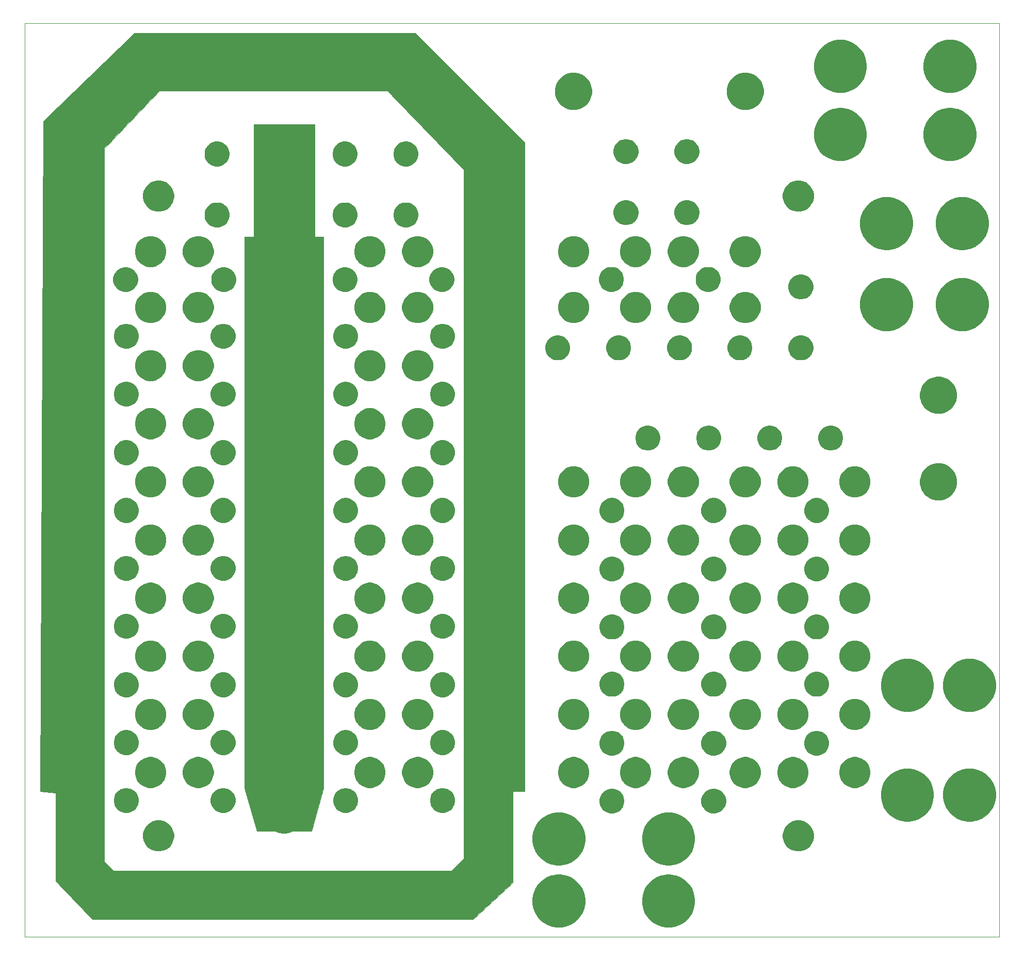
<source format=gbr>
G04 #@! TF.GenerationSoftware,KiCad,Pcbnew,(5.1.0)-1*
G04 #@! TF.CreationDate,2019-05-23T16:12:52+02:00*
G04 #@! TF.ProjectId,load_card,6c6f6164-5f63-4617-9264-2e6b69636164,1.1*
G04 #@! TF.SameCoordinates,Original*
G04 #@! TF.FileFunction,Soldermask,Bot*
G04 #@! TF.FilePolarity,Negative*
%FSLAX46Y46*%
G04 Gerber Fmt 4.6, Leading zero omitted, Abs format (unit mm)*
G04 Created by KiCad (PCBNEW (5.1.0)-1) date 2019-05-23 16:12:52*
%MOMM*%
%LPD*%
G04 APERTURE LIST*
%ADD10C,0.100000*%
%ADD11C,0.050000*%
G04 APERTURE END LIST*
D10*
G36*
X62000000Y-49000000D02*
G01*
X63500000Y-49000000D01*
X63500000Y-139500000D01*
X61500000Y-146500000D01*
X52500000Y-146500000D01*
X50500000Y-139500000D01*
X50500000Y-49000000D01*
X52000000Y-49000000D01*
X52000000Y-30500000D01*
X62000000Y-30500000D01*
X62000000Y-49000000D01*
G37*
X62000000Y-49000000D02*
X63500000Y-49000000D01*
X63500000Y-139500000D01*
X61500000Y-146500000D01*
X52500000Y-146500000D01*
X50500000Y-139500000D01*
X50500000Y-49000000D01*
X52000000Y-49000000D01*
X52000000Y-30500000D01*
X62000000Y-30500000D01*
X62000000Y-49000000D01*
G36*
X78500000Y-15500000D02*
G01*
X96500000Y-33500000D01*
X96500000Y-140000000D01*
X94500000Y-140000000D01*
X94500000Y-155000000D01*
X88000000Y-161000000D01*
X25500000Y-161000000D01*
X19500000Y-154750000D01*
X19500000Y-151500000D01*
X27500000Y-151500000D01*
X29000000Y-153000000D01*
X84500000Y-153000000D01*
X86500000Y-151000000D01*
X86500000Y-38000000D01*
X74000000Y-25000000D01*
X36500000Y-25000000D01*
X27500000Y-34500000D01*
X27500000Y-151500000D01*
X19500000Y-151500000D01*
X19500000Y-140250000D01*
X17000000Y-140000000D01*
X17500000Y-30000000D01*
X32500000Y-15500000D01*
X78500000Y-15500000D01*
G37*
X78500000Y-15500000D02*
X96500000Y-33500000D01*
X96500000Y-140000000D01*
X94500000Y-140000000D01*
X94500000Y-155000000D01*
X88000000Y-161000000D01*
X25500000Y-161000000D01*
X19500000Y-154750000D01*
X19500000Y-151500000D01*
X27500000Y-151500000D01*
X29000000Y-153000000D01*
X84500000Y-153000000D01*
X86500000Y-151000000D01*
X86500000Y-38000000D01*
X74000000Y-25000000D01*
X36500000Y-25000000D01*
X27500000Y-34500000D01*
X27500000Y-151500000D01*
X19500000Y-151500000D01*
X19500000Y-140250000D01*
X17000000Y-140000000D01*
X17500000Y-30000000D01*
X32500000Y-15500000D01*
X78500000Y-15500000D01*
D11*
X14400000Y-13900000D02*
X174400000Y-13900000D01*
X14400000Y-163900000D02*
X14400000Y-13900000D01*
X174400000Y-163900000D02*
X14400000Y-163900000D01*
X174400000Y-13900000D02*
X174400000Y-163900000D01*
D10*
G36*
X120648156Y-153672794D02*
G01*
X121369140Y-153816206D01*
X122160972Y-154144193D01*
X122873601Y-154620357D01*
X123479643Y-155226399D01*
X123955807Y-155939028D01*
X124283794Y-156730860D01*
X124451000Y-157571464D01*
X124451000Y-158428536D01*
X124283794Y-159269140D01*
X123955807Y-160060972D01*
X123479643Y-160773601D01*
X122873601Y-161379643D01*
X122160972Y-161855807D01*
X121369140Y-162183794D01*
X120648156Y-162327206D01*
X120528537Y-162351000D01*
X119671463Y-162351000D01*
X119551844Y-162327206D01*
X118830860Y-162183794D01*
X118039028Y-161855807D01*
X117326399Y-161379643D01*
X116720357Y-160773601D01*
X116244193Y-160060972D01*
X115916206Y-159269140D01*
X115749000Y-158428536D01*
X115749000Y-157571464D01*
X115916206Y-156730860D01*
X116244193Y-155939028D01*
X116720357Y-155226399D01*
X117326399Y-154620357D01*
X118039028Y-154144193D01*
X118830860Y-153816206D01*
X119551844Y-153672794D01*
X119671463Y-153649000D01*
X120528537Y-153649000D01*
X120648156Y-153672794D01*
X120648156Y-153672794D01*
G37*
G36*
X102648156Y-153672794D02*
G01*
X103369140Y-153816206D01*
X104160972Y-154144193D01*
X104873601Y-154620357D01*
X105479643Y-155226399D01*
X105955807Y-155939028D01*
X106283794Y-156730860D01*
X106451000Y-157571464D01*
X106451000Y-158428536D01*
X106283794Y-159269140D01*
X105955807Y-160060972D01*
X105479643Y-160773601D01*
X104873601Y-161379643D01*
X104160972Y-161855807D01*
X103369140Y-162183794D01*
X102648156Y-162327206D01*
X102528537Y-162351000D01*
X101671463Y-162351000D01*
X101551844Y-162327206D01*
X100830860Y-162183794D01*
X100039028Y-161855807D01*
X99326399Y-161379643D01*
X98720357Y-160773601D01*
X98244193Y-160060972D01*
X97916206Y-159269140D01*
X97749000Y-158428536D01*
X97749000Y-157571464D01*
X97916206Y-156730860D01*
X98244193Y-155939028D01*
X98720357Y-155226399D01*
X99326399Y-154620357D01*
X100039028Y-154144193D01*
X100830860Y-153816206D01*
X101551844Y-153672794D01*
X101671463Y-153649000D01*
X102528537Y-153649000D01*
X102648156Y-153672794D01*
X102648156Y-153672794D01*
G37*
G36*
X57644098Y-154347033D02*
G01*
X58108350Y-154539332D01*
X58108352Y-154539333D01*
X58526168Y-154818509D01*
X58881491Y-155173832D01*
X59160667Y-155591648D01*
X59160668Y-155591650D01*
X59352967Y-156055902D01*
X59451000Y-156548747D01*
X59451000Y-157051253D01*
X59352967Y-157544098D01*
X59160668Y-158008350D01*
X59160667Y-158008352D01*
X58881491Y-158426168D01*
X58526168Y-158781491D01*
X58108352Y-159060667D01*
X58108351Y-159060668D01*
X58108350Y-159060668D01*
X57644098Y-159252967D01*
X57151253Y-159351000D01*
X56648747Y-159351000D01*
X56155902Y-159252967D01*
X55691650Y-159060668D01*
X55691649Y-159060668D01*
X55691648Y-159060667D01*
X55273832Y-158781491D01*
X54918509Y-158426168D01*
X54639333Y-158008352D01*
X54639332Y-158008350D01*
X54447033Y-157544098D01*
X54349000Y-157051253D01*
X54349000Y-156548747D01*
X54447033Y-156055902D01*
X54639332Y-155591650D01*
X54639333Y-155591648D01*
X54918509Y-155173832D01*
X55273832Y-154818509D01*
X55691648Y-154539333D01*
X55691650Y-154539332D01*
X56155902Y-154347033D01*
X56648747Y-154249000D01*
X57151253Y-154249000D01*
X57644098Y-154347033D01*
X57644098Y-154347033D01*
G37*
G36*
X120645075Y-143472181D02*
G01*
X121369140Y-143616206D01*
X122160972Y-143944193D01*
X122873601Y-144420357D01*
X123479643Y-145026399D01*
X123955807Y-145739028D01*
X124283794Y-146530860D01*
X124451000Y-147371464D01*
X124451000Y-148228536D01*
X124283794Y-149069140D01*
X123955807Y-149860972D01*
X123479643Y-150573601D01*
X122873601Y-151179643D01*
X122160972Y-151655807D01*
X121369140Y-151983794D01*
X120648156Y-152127206D01*
X120528537Y-152151000D01*
X119671463Y-152151000D01*
X119551844Y-152127206D01*
X118830860Y-151983794D01*
X118039028Y-151655807D01*
X117326399Y-151179643D01*
X116720357Y-150573601D01*
X116244193Y-149860972D01*
X115916206Y-149069140D01*
X115749000Y-148228536D01*
X115749000Y-147371464D01*
X115916206Y-146530860D01*
X116244193Y-145739028D01*
X116720357Y-145026399D01*
X117326399Y-144420357D01*
X118039028Y-143944193D01*
X118830860Y-143616206D01*
X119554925Y-143472181D01*
X119671463Y-143449000D01*
X120528537Y-143449000D01*
X120645075Y-143472181D01*
X120645075Y-143472181D01*
G37*
G36*
X102645075Y-143472181D02*
G01*
X103369140Y-143616206D01*
X104160972Y-143944193D01*
X104873601Y-144420357D01*
X105479643Y-145026399D01*
X105955807Y-145739028D01*
X106283794Y-146530860D01*
X106451000Y-147371464D01*
X106451000Y-148228536D01*
X106283794Y-149069140D01*
X105955807Y-149860972D01*
X105479643Y-150573601D01*
X104873601Y-151179643D01*
X104160972Y-151655807D01*
X103369140Y-151983794D01*
X102648156Y-152127206D01*
X102528537Y-152151000D01*
X101671463Y-152151000D01*
X101551844Y-152127206D01*
X100830860Y-151983794D01*
X100039028Y-151655807D01*
X99326399Y-151179643D01*
X98720357Y-150573601D01*
X98244193Y-149860972D01*
X97916206Y-149069140D01*
X97749000Y-148228536D01*
X97749000Y-147371464D01*
X97916206Y-146530860D01*
X98244193Y-145739028D01*
X98720357Y-145026399D01*
X99326399Y-144420357D01*
X100039028Y-143944193D01*
X100830860Y-143616206D01*
X101554925Y-143472181D01*
X101671463Y-143449000D01*
X102528537Y-143449000D01*
X102645075Y-143472181D01*
X102645075Y-143472181D01*
G37*
G36*
X37144098Y-144847033D02*
G01*
X37577129Y-145026400D01*
X37608352Y-145039333D01*
X38026168Y-145318509D01*
X38381491Y-145673832D01*
X38660667Y-146091648D01*
X38660668Y-146091650D01*
X38852967Y-146555902D01*
X38951000Y-147048747D01*
X38951000Y-147551253D01*
X38852967Y-148044098D01*
X38776570Y-148228536D01*
X38660667Y-148508352D01*
X38381491Y-148926168D01*
X38026168Y-149281491D01*
X37608352Y-149560667D01*
X37608351Y-149560668D01*
X37608350Y-149560668D01*
X37144098Y-149752967D01*
X36651253Y-149851000D01*
X36148747Y-149851000D01*
X35655902Y-149752967D01*
X35191650Y-149560668D01*
X35191649Y-149560668D01*
X35191648Y-149560667D01*
X34773832Y-149281491D01*
X34418509Y-148926168D01*
X34139333Y-148508352D01*
X34023430Y-148228536D01*
X33947033Y-148044098D01*
X33849000Y-147551253D01*
X33849000Y-147048747D01*
X33947033Y-146555902D01*
X34139332Y-146091650D01*
X34139333Y-146091648D01*
X34418509Y-145673832D01*
X34773832Y-145318509D01*
X35191648Y-145039333D01*
X35222871Y-145026400D01*
X35655902Y-144847033D01*
X36148747Y-144749000D01*
X36651253Y-144749000D01*
X37144098Y-144847033D01*
X37144098Y-144847033D01*
G37*
G36*
X142144098Y-144847033D02*
G01*
X142577129Y-145026400D01*
X142608352Y-145039333D01*
X143026168Y-145318509D01*
X143381491Y-145673832D01*
X143660667Y-146091648D01*
X143660668Y-146091650D01*
X143852967Y-146555902D01*
X143951000Y-147048747D01*
X143951000Y-147551253D01*
X143852967Y-148044098D01*
X143776570Y-148228536D01*
X143660667Y-148508352D01*
X143381491Y-148926168D01*
X143026168Y-149281491D01*
X142608352Y-149560667D01*
X142608351Y-149560668D01*
X142608350Y-149560668D01*
X142144098Y-149752967D01*
X141651253Y-149851000D01*
X141148747Y-149851000D01*
X140655902Y-149752967D01*
X140191650Y-149560668D01*
X140191649Y-149560668D01*
X140191648Y-149560667D01*
X139773832Y-149281491D01*
X139418509Y-148926168D01*
X139139333Y-148508352D01*
X139023430Y-148228536D01*
X138947033Y-148044098D01*
X138849000Y-147551253D01*
X138849000Y-147048747D01*
X138947033Y-146555902D01*
X139139332Y-146091650D01*
X139139333Y-146091648D01*
X139418509Y-145673832D01*
X139773832Y-145318509D01*
X140191648Y-145039333D01*
X140222871Y-145026400D01*
X140655902Y-144847033D01*
X141148747Y-144749000D01*
X141651253Y-144749000D01*
X142144098Y-144847033D01*
X142144098Y-144847033D01*
G37*
G36*
X57744098Y-141947033D02*
G01*
X58208350Y-142139332D01*
X58208352Y-142139333D01*
X58626168Y-142418509D01*
X58981491Y-142773832D01*
X59003944Y-142807436D01*
X59260668Y-143191650D01*
X59452967Y-143655902D01*
X59551000Y-144148747D01*
X59551000Y-144651253D01*
X59452967Y-145144098D01*
X59260668Y-145608350D01*
X59260667Y-145608352D01*
X58981491Y-146026168D01*
X58626168Y-146381491D01*
X58208352Y-146660667D01*
X58208351Y-146660668D01*
X58208350Y-146660668D01*
X57744098Y-146852967D01*
X57251253Y-146951000D01*
X56748747Y-146951000D01*
X56255902Y-146852967D01*
X55791650Y-146660668D01*
X55791649Y-146660668D01*
X55791648Y-146660667D01*
X55373832Y-146381491D01*
X55018509Y-146026168D01*
X54739333Y-145608352D01*
X54739332Y-145608350D01*
X54547033Y-145144098D01*
X54449000Y-144651253D01*
X54449000Y-144148747D01*
X54547033Y-143655902D01*
X54739332Y-143191650D01*
X54996056Y-142807436D01*
X55018509Y-142773832D01*
X55373832Y-142418509D01*
X55791648Y-142139333D01*
X55791650Y-142139332D01*
X56255902Y-141947033D01*
X56748747Y-141849000D01*
X57251253Y-141849000D01*
X57744098Y-141947033D01*
X57744098Y-141947033D01*
G37*
G36*
X159848156Y-136272794D02*
G01*
X160569140Y-136416206D01*
X161360972Y-136744193D01*
X162073601Y-137220357D01*
X162679643Y-137826399D01*
X163155807Y-138539028D01*
X163483794Y-139330860D01*
X163651000Y-140171464D01*
X163651000Y-141028536D01*
X163483794Y-141869140D01*
X163155807Y-142660972D01*
X162679643Y-143373601D01*
X162073601Y-143979643D01*
X161360972Y-144455807D01*
X160569140Y-144783794D01*
X159848156Y-144927206D01*
X159728537Y-144951000D01*
X158871463Y-144951000D01*
X158751844Y-144927206D01*
X158030860Y-144783794D01*
X157239028Y-144455807D01*
X156526399Y-143979643D01*
X155920357Y-143373601D01*
X155444193Y-142660972D01*
X155116206Y-141869140D01*
X154949000Y-141028536D01*
X154949000Y-140171464D01*
X155116206Y-139330860D01*
X155444193Y-138539028D01*
X155920357Y-137826399D01*
X156526399Y-137220357D01*
X157239028Y-136744193D01*
X158030860Y-136416206D01*
X158751844Y-136272794D01*
X158871463Y-136249000D01*
X159728537Y-136249000D01*
X159848156Y-136272794D01*
X159848156Y-136272794D01*
G37*
G36*
X170048156Y-136272794D02*
G01*
X170769140Y-136416206D01*
X171560972Y-136744193D01*
X172273601Y-137220357D01*
X172879643Y-137826399D01*
X173355807Y-138539028D01*
X173683794Y-139330860D01*
X173851000Y-140171464D01*
X173851000Y-141028536D01*
X173683794Y-141869140D01*
X173355807Y-142660972D01*
X172879643Y-143373601D01*
X172273601Y-143979643D01*
X171560972Y-144455807D01*
X170769140Y-144783794D01*
X170048156Y-144927206D01*
X169928537Y-144951000D01*
X169071463Y-144951000D01*
X168951844Y-144927206D01*
X168230860Y-144783794D01*
X167439028Y-144455807D01*
X166726399Y-143979643D01*
X166120357Y-143373601D01*
X165644193Y-142660972D01*
X165316206Y-141869140D01*
X165149000Y-141028536D01*
X165149000Y-140171464D01*
X165316206Y-139330860D01*
X165644193Y-138539028D01*
X166120357Y-137826399D01*
X166726399Y-137220357D01*
X167439028Y-136744193D01*
X168230860Y-136416206D01*
X168951844Y-136272794D01*
X169071463Y-136249000D01*
X169928537Y-136249000D01*
X170048156Y-136272794D01*
X170048156Y-136272794D01*
G37*
G36*
X128098254Y-139627818D02*
G01*
X128471511Y-139782426D01*
X128471513Y-139782427D01*
X128807436Y-140006884D01*
X129093116Y-140292564D01*
X129317574Y-140628489D01*
X129472182Y-141001746D01*
X129551000Y-141397993D01*
X129551000Y-141802007D01*
X129472182Y-142198254D01*
X129380949Y-142418509D01*
X129317573Y-142571513D01*
X129093116Y-142907436D01*
X128807436Y-143193116D01*
X128471513Y-143417573D01*
X128471512Y-143417574D01*
X128471511Y-143417574D01*
X128098254Y-143572182D01*
X127702007Y-143651000D01*
X127297993Y-143651000D01*
X126901746Y-143572182D01*
X126528489Y-143417574D01*
X126528488Y-143417574D01*
X126528487Y-143417573D01*
X126192564Y-143193116D01*
X125906884Y-142907436D01*
X125682427Y-142571513D01*
X125619051Y-142418509D01*
X125527818Y-142198254D01*
X125449000Y-141802007D01*
X125449000Y-141397993D01*
X125527818Y-141001746D01*
X125682426Y-140628489D01*
X125906884Y-140292564D01*
X126192564Y-140006884D01*
X126528487Y-139782427D01*
X126528489Y-139782426D01*
X126901746Y-139627818D01*
X127297993Y-139549000D01*
X127702007Y-139549000D01*
X128098254Y-139627818D01*
X128098254Y-139627818D01*
G37*
G36*
X111398254Y-139627818D02*
G01*
X111771511Y-139782426D01*
X111771513Y-139782427D01*
X112107436Y-140006884D01*
X112393116Y-140292564D01*
X112617574Y-140628489D01*
X112772182Y-141001746D01*
X112851000Y-141397993D01*
X112851000Y-141802007D01*
X112772182Y-142198254D01*
X112680949Y-142418509D01*
X112617573Y-142571513D01*
X112393116Y-142907436D01*
X112107436Y-143193116D01*
X111771513Y-143417573D01*
X111771512Y-143417574D01*
X111771511Y-143417574D01*
X111398254Y-143572182D01*
X111002007Y-143651000D01*
X110597993Y-143651000D01*
X110201746Y-143572182D01*
X109828489Y-143417574D01*
X109828488Y-143417574D01*
X109828487Y-143417573D01*
X109492564Y-143193116D01*
X109206884Y-142907436D01*
X108982427Y-142571513D01*
X108919051Y-142418509D01*
X108827818Y-142198254D01*
X108749000Y-141802007D01*
X108749000Y-141397993D01*
X108827818Y-141001746D01*
X108982426Y-140628489D01*
X109206884Y-140292564D01*
X109492564Y-140006884D01*
X109828487Y-139782427D01*
X109828489Y-139782426D01*
X110201746Y-139627818D01*
X110597993Y-139549000D01*
X111002007Y-139549000D01*
X111398254Y-139627818D01*
X111398254Y-139627818D01*
G37*
G36*
X47598254Y-139527818D02*
G01*
X47971511Y-139682426D01*
X47971513Y-139682427D01*
X48121172Y-139782426D01*
X48307436Y-139906884D01*
X48593116Y-140192564D01*
X48817574Y-140528489D01*
X48972182Y-140901746D01*
X49051000Y-141297993D01*
X49051000Y-141702007D01*
X48972182Y-142098254D01*
X48930760Y-142198255D01*
X48817573Y-142471513D01*
X48593116Y-142807436D01*
X48307436Y-143093116D01*
X47971513Y-143317573D01*
X47971512Y-143317574D01*
X47971511Y-143317574D01*
X47598254Y-143472182D01*
X47202007Y-143551000D01*
X46797993Y-143551000D01*
X46401746Y-143472182D01*
X46028489Y-143317574D01*
X46028488Y-143317574D01*
X46028487Y-143317573D01*
X45692564Y-143093116D01*
X45406884Y-142807436D01*
X45182427Y-142471513D01*
X45069240Y-142198255D01*
X45027818Y-142098254D01*
X44949000Y-141702007D01*
X44949000Y-141297993D01*
X45027818Y-140901746D01*
X45182426Y-140528489D01*
X45406884Y-140192564D01*
X45692564Y-139906884D01*
X45878828Y-139782426D01*
X46028487Y-139682427D01*
X46028489Y-139682426D01*
X46401746Y-139527818D01*
X46797993Y-139449000D01*
X47202007Y-139449000D01*
X47598254Y-139527818D01*
X47598254Y-139527818D01*
G37*
G36*
X31698254Y-139527818D02*
G01*
X32071511Y-139682426D01*
X32071513Y-139682427D01*
X32221172Y-139782426D01*
X32407436Y-139906884D01*
X32693116Y-140192564D01*
X32917574Y-140528489D01*
X33072182Y-140901746D01*
X33151000Y-141297993D01*
X33151000Y-141702007D01*
X33072182Y-142098254D01*
X33030760Y-142198255D01*
X32917573Y-142471513D01*
X32693116Y-142807436D01*
X32407436Y-143093116D01*
X32071513Y-143317573D01*
X32071512Y-143317574D01*
X32071511Y-143317574D01*
X31698254Y-143472182D01*
X31302007Y-143551000D01*
X30897993Y-143551000D01*
X30501746Y-143472182D01*
X30128489Y-143317574D01*
X30128488Y-143317574D01*
X30128487Y-143317573D01*
X29792564Y-143093116D01*
X29506884Y-142807436D01*
X29282427Y-142471513D01*
X29169240Y-142198255D01*
X29127818Y-142098254D01*
X29049000Y-141702007D01*
X29049000Y-141297993D01*
X29127818Y-140901746D01*
X29282426Y-140528489D01*
X29506884Y-140192564D01*
X29792564Y-139906884D01*
X29978828Y-139782426D01*
X30128487Y-139682427D01*
X30128489Y-139682426D01*
X30501746Y-139527818D01*
X30897993Y-139449000D01*
X31302007Y-139449000D01*
X31698254Y-139527818D01*
X31698254Y-139527818D01*
G37*
G36*
X83598254Y-139527818D02*
G01*
X83971511Y-139682426D01*
X83971513Y-139682427D01*
X84121172Y-139782426D01*
X84307436Y-139906884D01*
X84593116Y-140192564D01*
X84817574Y-140528489D01*
X84972182Y-140901746D01*
X85051000Y-141297993D01*
X85051000Y-141702007D01*
X84972182Y-142098254D01*
X84930760Y-142198255D01*
X84817573Y-142471513D01*
X84593116Y-142807436D01*
X84307436Y-143093116D01*
X83971513Y-143317573D01*
X83971512Y-143317574D01*
X83971511Y-143317574D01*
X83598254Y-143472182D01*
X83202007Y-143551000D01*
X82797993Y-143551000D01*
X82401746Y-143472182D01*
X82028489Y-143317574D01*
X82028488Y-143317574D01*
X82028487Y-143317573D01*
X81692564Y-143093116D01*
X81406884Y-142807436D01*
X81182427Y-142471513D01*
X81069240Y-142198255D01*
X81027818Y-142098254D01*
X80949000Y-141702007D01*
X80949000Y-141297993D01*
X81027818Y-140901746D01*
X81182426Y-140528489D01*
X81406884Y-140192564D01*
X81692564Y-139906884D01*
X81878828Y-139782426D01*
X82028487Y-139682427D01*
X82028489Y-139682426D01*
X82401746Y-139527818D01*
X82797993Y-139449000D01*
X83202007Y-139449000D01*
X83598254Y-139527818D01*
X83598254Y-139527818D01*
G37*
G36*
X67698254Y-139527818D02*
G01*
X68071511Y-139682426D01*
X68071513Y-139682427D01*
X68221172Y-139782426D01*
X68407436Y-139906884D01*
X68693116Y-140192564D01*
X68917574Y-140528489D01*
X69072182Y-140901746D01*
X69151000Y-141297993D01*
X69151000Y-141702007D01*
X69072182Y-142098254D01*
X69030760Y-142198255D01*
X68917573Y-142471513D01*
X68693116Y-142807436D01*
X68407436Y-143093116D01*
X68071513Y-143317573D01*
X68071512Y-143317574D01*
X68071511Y-143317574D01*
X67698254Y-143472182D01*
X67302007Y-143551000D01*
X66897993Y-143551000D01*
X66501746Y-143472182D01*
X66128489Y-143317574D01*
X66128488Y-143317574D01*
X66128487Y-143317573D01*
X65792564Y-143093116D01*
X65506884Y-142807436D01*
X65282427Y-142471513D01*
X65169240Y-142198255D01*
X65127818Y-142098254D01*
X65049000Y-141702007D01*
X65049000Y-141297993D01*
X65127818Y-140901746D01*
X65282426Y-140528489D01*
X65506884Y-140192564D01*
X65792564Y-139906884D01*
X65978828Y-139782426D01*
X66128487Y-139682427D01*
X66128489Y-139682426D01*
X66501746Y-139527818D01*
X66897993Y-139449000D01*
X67302007Y-139449000D01*
X67698254Y-139527818D01*
X67698254Y-139527818D01*
G37*
G36*
X133424098Y-134447033D02*
G01*
X133888350Y-134639332D01*
X133888352Y-134639333D01*
X134306168Y-134918509D01*
X134661491Y-135273832D01*
X134940667Y-135691648D01*
X134940668Y-135691650D01*
X135132967Y-136155902D01*
X135231000Y-136648747D01*
X135231000Y-137151253D01*
X135132967Y-137644098D01*
X135057455Y-137826400D01*
X134940667Y-138108352D01*
X134661491Y-138526168D01*
X134306168Y-138881491D01*
X133888352Y-139160667D01*
X133888351Y-139160668D01*
X133888350Y-139160668D01*
X133424098Y-139352967D01*
X132931253Y-139451000D01*
X132428747Y-139451000D01*
X131935902Y-139352967D01*
X131471650Y-139160668D01*
X131471649Y-139160668D01*
X131471648Y-139160667D01*
X131053832Y-138881491D01*
X130698509Y-138526168D01*
X130419333Y-138108352D01*
X130302545Y-137826400D01*
X130227033Y-137644098D01*
X130129000Y-137151253D01*
X130129000Y-136648747D01*
X130227033Y-136155902D01*
X130419332Y-135691650D01*
X130419333Y-135691648D01*
X130698509Y-135273832D01*
X131053832Y-134918509D01*
X131471648Y-134639333D01*
X131471650Y-134639332D01*
X131935902Y-134447033D01*
X132428747Y-134349000D01*
X132931253Y-134349000D01*
X133424098Y-134447033D01*
X133424098Y-134447033D01*
G37*
G36*
X71824098Y-134447033D02*
G01*
X72288350Y-134639332D01*
X72288352Y-134639333D01*
X72706168Y-134918509D01*
X73061491Y-135273832D01*
X73340667Y-135691648D01*
X73340668Y-135691650D01*
X73532967Y-136155902D01*
X73631000Y-136648747D01*
X73631000Y-137151253D01*
X73532967Y-137644098D01*
X73457455Y-137826400D01*
X73340667Y-138108352D01*
X73061491Y-138526168D01*
X72706168Y-138881491D01*
X72288352Y-139160667D01*
X72288351Y-139160668D01*
X72288350Y-139160668D01*
X71824098Y-139352967D01*
X71331253Y-139451000D01*
X70828747Y-139451000D01*
X70335902Y-139352967D01*
X69871650Y-139160668D01*
X69871649Y-139160668D01*
X69871648Y-139160667D01*
X69453832Y-138881491D01*
X69098509Y-138526168D01*
X68819333Y-138108352D01*
X68702545Y-137826400D01*
X68627033Y-137644098D01*
X68529000Y-137151253D01*
X68529000Y-136648747D01*
X68627033Y-136155902D01*
X68819332Y-135691650D01*
X68819333Y-135691648D01*
X69098509Y-135273832D01*
X69453832Y-134918509D01*
X69871648Y-134639333D01*
X69871650Y-134639332D01*
X70335902Y-134447033D01*
X70828747Y-134349000D01*
X71331253Y-134349000D01*
X71824098Y-134447033D01*
X71824098Y-134447033D01*
G37*
G36*
X61664098Y-134447033D02*
G01*
X62128350Y-134639332D01*
X62128352Y-134639333D01*
X62546168Y-134918509D01*
X62901491Y-135273832D01*
X63180667Y-135691648D01*
X63180668Y-135691650D01*
X63372967Y-136155902D01*
X63471000Y-136648747D01*
X63471000Y-137151253D01*
X63372967Y-137644098D01*
X63297455Y-137826400D01*
X63180667Y-138108352D01*
X62901491Y-138526168D01*
X62546168Y-138881491D01*
X62128352Y-139160667D01*
X62128351Y-139160668D01*
X62128350Y-139160668D01*
X61664098Y-139352967D01*
X61171253Y-139451000D01*
X60668747Y-139451000D01*
X60175902Y-139352967D01*
X59711650Y-139160668D01*
X59711649Y-139160668D01*
X59711648Y-139160667D01*
X59293832Y-138881491D01*
X58938509Y-138526168D01*
X58659333Y-138108352D01*
X58542545Y-137826400D01*
X58467033Y-137644098D01*
X58369000Y-137151253D01*
X58369000Y-136648747D01*
X58467033Y-136155902D01*
X58659332Y-135691650D01*
X58659333Y-135691648D01*
X58938509Y-135273832D01*
X59293832Y-134918509D01*
X59711648Y-134639333D01*
X59711650Y-134639332D01*
X60175902Y-134447033D01*
X60668747Y-134349000D01*
X61171253Y-134349000D01*
X61664098Y-134447033D01*
X61664098Y-134447033D01*
G37*
G36*
X89824098Y-134447033D02*
G01*
X90288350Y-134639332D01*
X90288352Y-134639333D01*
X90706168Y-134918509D01*
X91061491Y-135273832D01*
X91340667Y-135691648D01*
X91340668Y-135691650D01*
X91532967Y-136155902D01*
X91631000Y-136648747D01*
X91631000Y-137151253D01*
X91532967Y-137644098D01*
X91457455Y-137826400D01*
X91340667Y-138108352D01*
X91061491Y-138526168D01*
X90706168Y-138881491D01*
X90288352Y-139160667D01*
X90288351Y-139160668D01*
X90288350Y-139160668D01*
X89824098Y-139352967D01*
X89331253Y-139451000D01*
X88828747Y-139451000D01*
X88335902Y-139352967D01*
X87871650Y-139160668D01*
X87871649Y-139160668D01*
X87871648Y-139160667D01*
X87453832Y-138881491D01*
X87098509Y-138526168D01*
X86819333Y-138108352D01*
X86702545Y-137826400D01*
X86627033Y-137644098D01*
X86529000Y-137151253D01*
X86529000Y-136648747D01*
X86627033Y-136155902D01*
X86819332Y-135691650D01*
X86819333Y-135691648D01*
X87098509Y-135273832D01*
X87453832Y-134918509D01*
X87871648Y-134639333D01*
X87871650Y-134639332D01*
X88335902Y-134447033D01*
X88828747Y-134349000D01*
X89331253Y-134349000D01*
X89824098Y-134447033D01*
X89824098Y-134447033D01*
G37*
G36*
X79664098Y-134447033D02*
G01*
X80128350Y-134639332D01*
X80128352Y-134639333D01*
X80546168Y-134918509D01*
X80901491Y-135273832D01*
X81180667Y-135691648D01*
X81180668Y-135691650D01*
X81372967Y-136155902D01*
X81471000Y-136648747D01*
X81471000Y-137151253D01*
X81372967Y-137644098D01*
X81297455Y-137826400D01*
X81180667Y-138108352D01*
X80901491Y-138526168D01*
X80546168Y-138881491D01*
X80128352Y-139160667D01*
X80128351Y-139160668D01*
X80128350Y-139160668D01*
X79664098Y-139352967D01*
X79171253Y-139451000D01*
X78668747Y-139451000D01*
X78175902Y-139352967D01*
X77711650Y-139160668D01*
X77711649Y-139160668D01*
X77711648Y-139160667D01*
X77293832Y-138881491D01*
X76938509Y-138526168D01*
X76659333Y-138108352D01*
X76542545Y-137826400D01*
X76467033Y-137644098D01*
X76369000Y-137151253D01*
X76369000Y-136648747D01*
X76467033Y-136155902D01*
X76659332Y-135691650D01*
X76659333Y-135691648D01*
X76938509Y-135273832D01*
X77293832Y-134918509D01*
X77711648Y-134639333D01*
X77711650Y-134639332D01*
X78175902Y-134447033D01*
X78668747Y-134349000D01*
X79171253Y-134349000D01*
X79664098Y-134447033D01*
X79664098Y-134447033D01*
G37*
G36*
X105264098Y-134447033D02*
G01*
X105728350Y-134639332D01*
X105728352Y-134639333D01*
X106146168Y-134918509D01*
X106501491Y-135273832D01*
X106780667Y-135691648D01*
X106780668Y-135691650D01*
X106972967Y-136155902D01*
X107071000Y-136648747D01*
X107071000Y-137151253D01*
X106972967Y-137644098D01*
X106897455Y-137826400D01*
X106780667Y-138108352D01*
X106501491Y-138526168D01*
X106146168Y-138881491D01*
X105728352Y-139160667D01*
X105728351Y-139160668D01*
X105728350Y-139160668D01*
X105264098Y-139352967D01*
X104771253Y-139451000D01*
X104268747Y-139451000D01*
X103775902Y-139352967D01*
X103311650Y-139160668D01*
X103311649Y-139160668D01*
X103311648Y-139160667D01*
X102893832Y-138881491D01*
X102538509Y-138526168D01*
X102259333Y-138108352D01*
X102142545Y-137826400D01*
X102067033Y-137644098D01*
X101969000Y-137151253D01*
X101969000Y-136648747D01*
X102067033Y-136155902D01*
X102259332Y-135691650D01*
X102259333Y-135691648D01*
X102538509Y-135273832D01*
X102893832Y-134918509D01*
X103311648Y-134639333D01*
X103311650Y-134639332D01*
X103775902Y-134447033D01*
X104268747Y-134349000D01*
X104771253Y-134349000D01*
X105264098Y-134447033D01*
X105264098Y-134447033D01*
G37*
G36*
X123264098Y-134447033D02*
G01*
X123728350Y-134639332D01*
X123728352Y-134639333D01*
X124146168Y-134918509D01*
X124501491Y-135273832D01*
X124780667Y-135691648D01*
X124780668Y-135691650D01*
X124972967Y-136155902D01*
X125071000Y-136648747D01*
X125071000Y-137151253D01*
X124972967Y-137644098D01*
X124897455Y-137826400D01*
X124780667Y-138108352D01*
X124501491Y-138526168D01*
X124146168Y-138881491D01*
X123728352Y-139160667D01*
X123728351Y-139160668D01*
X123728350Y-139160668D01*
X123264098Y-139352967D01*
X122771253Y-139451000D01*
X122268747Y-139451000D01*
X121775902Y-139352967D01*
X121311650Y-139160668D01*
X121311649Y-139160668D01*
X121311648Y-139160667D01*
X120893832Y-138881491D01*
X120538509Y-138526168D01*
X120259333Y-138108352D01*
X120142545Y-137826400D01*
X120067033Y-137644098D01*
X119969000Y-137151253D01*
X119969000Y-136648747D01*
X120067033Y-136155902D01*
X120259332Y-135691650D01*
X120259333Y-135691648D01*
X120538509Y-135273832D01*
X120893832Y-134918509D01*
X121311648Y-134639333D01*
X121311650Y-134639332D01*
X121775902Y-134447033D01*
X122268747Y-134349000D01*
X122771253Y-134349000D01*
X123264098Y-134447033D01*
X123264098Y-134447033D01*
G37*
G36*
X25664098Y-134447033D02*
G01*
X26128350Y-134639332D01*
X26128352Y-134639333D01*
X26546168Y-134918509D01*
X26901491Y-135273832D01*
X27180667Y-135691648D01*
X27180668Y-135691650D01*
X27372967Y-136155902D01*
X27471000Y-136648747D01*
X27471000Y-137151253D01*
X27372967Y-137644098D01*
X27297455Y-137826400D01*
X27180667Y-138108352D01*
X26901491Y-138526168D01*
X26546168Y-138881491D01*
X26128352Y-139160667D01*
X26128351Y-139160668D01*
X26128350Y-139160668D01*
X25664098Y-139352967D01*
X25171253Y-139451000D01*
X24668747Y-139451000D01*
X24175902Y-139352967D01*
X23711650Y-139160668D01*
X23711649Y-139160668D01*
X23711648Y-139160667D01*
X23293832Y-138881491D01*
X22938509Y-138526168D01*
X22659333Y-138108352D01*
X22542545Y-137826400D01*
X22467033Y-137644098D01*
X22369000Y-137151253D01*
X22369000Y-136648747D01*
X22467033Y-136155902D01*
X22659332Y-135691650D01*
X22659333Y-135691648D01*
X22938509Y-135273832D01*
X23293832Y-134918509D01*
X23711648Y-134639333D01*
X23711650Y-134639332D01*
X24175902Y-134447033D01*
X24668747Y-134349000D01*
X25171253Y-134349000D01*
X25664098Y-134447033D01*
X25664098Y-134447033D01*
G37*
G36*
X35824098Y-134447033D02*
G01*
X36288350Y-134639332D01*
X36288352Y-134639333D01*
X36706168Y-134918509D01*
X37061491Y-135273832D01*
X37340667Y-135691648D01*
X37340668Y-135691650D01*
X37532967Y-136155902D01*
X37631000Y-136648747D01*
X37631000Y-137151253D01*
X37532967Y-137644098D01*
X37457455Y-137826400D01*
X37340667Y-138108352D01*
X37061491Y-138526168D01*
X36706168Y-138881491D01*
X36288352Y-139160667D01*
X36288351Y-139160668D01*
X36288350Y-139160668D01*
X35824098Y-139352967D01*
X35331253Y-139451000D01*
X34828747Y-139451000D01*
X34335902Y-139352967D01*
X33871650Y-139160668D01*
X33871649Y-139160668D01*
X33871648Y-139160667D01*
X33453832Y-138881491D01*
X33098509Y-138526168D01*
X32819333Y-138108352D01*
X32702545Y-137826400D01*
X32627033Y-137644098D01*
X32529000Y-137151253D01*
X32529000Y-136648747D01*
X32627033Y-136155902D01*
X32819332Y-135691650D01*
X32819333Y-135691648D01*
X33098509Y-135273832D01*
X33453832Y-134918509D01*
X33871648Y-134639333D01*
X33871650Y-134639332D01*
X34335902Y-134447033D01*
X34828747Y-134349000D01*
X35331253Y-134349000D01*
X35824098Y-134447033D01*
X35824098Y-134447033D01*
G37*
G36*
X43664098Y-134447033D02*
G01*
X44128350Y-134639332D01*
X44128352Y-134639333D01*
X44546168Y-134918509D01*
X44901491Y-135273832D01*
X45180667Y-135691648D01*
X45180668Y-135691650D01*
X45372967Y-136155902D01*
X45471000Y-136648747D01*
X45471000Y-137151253D01*
X45372967Y-137644098D01*
X45297455Y-137826400D01*
X45180667Y-138108352D01*
X44901491Y-138526168D01*
X44546168Y-138881491D01*
X44128352Y-139160667D01*
X44128351Y-139160668D01*
X44128350Y-139160668D01*
X43664098Y-139352967D01*
X43171253Y-139451000D01*
X42668747Y-139451000D01*
X42175902Y-139352967D01*
X41711650Y-139160668D01*
X41711649Y-139160668D01*
X41711648Y-139160667D01*
X41293832Y-138881491D01*
X40938509Y-138526168D01*
X40659333Y-138108352D01*
X40542545Y-137826400D01*
X40467033Y-137644098D01*
X40369000Y-137151253D01*
X40369000Y-136648747D01*
X40467033Y-136155902D01*
X40659332Y-135691650D01*
X40659333Y-135691648D01*
X40938509Y-135273832D01*
X41293832Y-134918509D01*
X41711648Y-134639333D01*
X41711650Y-134639332D01*
X42175902Y-134447033D01*
X42668747Y-134349000D01*
X43171253Y-134349000D01*
X43664098Y-134447033D01*
X43664098Y-134447033D01*
G37*
G36*
X53824098Y-134447033D02*
G01*
X54288350Y-134639332D01*
X54288352Y-134639333D01*
X54706168Y-134918509D01*
X55061491Y-135273832D01*
X55340667Y-135691648D01*
X55340668Y-135691650D01*
X55532967Y-136155902D01*
X55631000Y-136648747D01*
X55631000Y-137151253D01*
X55532967Y-137644098D01*
X55457455Y-137826400D01*
X55340667Y-138108352D01*
X55061491Y-138526168D01*
X54706168Y-138881491D01*
X54288352Y-139160667D01*
X54288351Y-139160668D01*
X54288350Y-139160668D01*
X53824098Y-139352967D01*
X53331253Y-139451000D01*
X52828747Y-139451000D01*
X52335902Y-139352967D01*
X51871650Y-139160668D01*
X51871649Y-139160668D01*
X51871648Y-139160667D01*
X51453832Y-138881491D01*
X51098509Y-138526168D01*
X50819333Y-138108352D01*
X50702545Y-137826400D01*
X50627033Y-137644098D01*
X50529000Y-137151253D01*
X50529000Y-136648747D01*
X50627033Y-136155902D01*
X50819332Y-135691650D01*
X50819333Y-135691648D01*
X51098509Y-135273832D01*
X51453832Y-134918509D01*
X51871648Y-134639333D01*
X51871650Y-134639332D01*
X52335902Y-134447033D01*
X52828747Y-134349000D01*
X53331253Y-134349000D01*
X53824098Y-134447033D01*
X53824098Y-134447033D01*
G37*
G36*
X115424098Y-134447033D02*
G01*
X115888350Y-134639332D01*
X115888352Y-134639333D01*
X116306168Y-134918509D01*
X116661491Y-135273832D01*
X116940667Y-135691648D01*
X116940668Y-135691650D01*
X117132967Y-136155902D01*
X117231000Y-136648747D01*
X117231000Y-137151253D01*
X117132967Y-137644098D01*
X117057455Y-137826400D01*
X116940667Y-138108352D01*
X116661491Y-138526168D01*
X116306168Y-138881491D01*
X115888352Y-139160667D01*
X115888351Y-139160668D01*
X115888350Y-139160668D01*
X115424098Y-139352967D01*
X114931253Y-139451000D01*
X114428747Y-139451000D01*
X113935902Y-139352967D01*
X113471650Y-139160668D01*
X113471649Y-139160668D01*
X113471648Y-139160667D01*
X113053832Y-138881491D01*
X112698509Y-138526168D01*
X112419333Y-138108352D01*
X112302545Y-137826400D01*
X112227033Y-137644098D01*
X112129000Y-137151253D01*
X112129000Y-136648747D01*
X112227033Y-136155902D01*
X112419332Y-135691650D01*
X112419333Y-135691648D01*
X112698509Y-135273832D01*
X113053832Y-134918509D01*
X113471648Y-134639333D01*
X113471650Y-134639332D01*
X113935902Y-134447033D01*
X114428747Y-134349000D01*
X114931253Y-134349000D01*
X115424098Y-134447033D01*
X115424098Y-134447033D01*
G37*
G36*
X141264098Y-134447033D02*
G01*
X141728350Y-134639332D01*
X141728352Y-134639333D01*
X142146168Y-134918509D01*
X142501491Y-135273832D01*
X142780667Y-135691648D01*
X142780668Y-135691650D01*
X142972967Y-136155902D01*
X143071000Y-136648747D01*
X143071000Y-137151253D01*
X142972967Y-137644098D01*
X142897455Y-137826400D01*
X142780667Y-138108352D01*
X142501491Y-138526168D01*
X142146168Y-138881491D01*
X141728352Y-139160667D01*
X141728351Y-139160668D01*
X141728350Y-139160668D01*
X141264098Y-139352967D01*
X140771253Y-139451000D01*
X140268747Y-139451000D01*
X139775902Y-139352967D01*
X139311650Y-139160668D01*
X139311649Y-139160668D01*
X139311648Y-139160667D01*
X138893832Y-138881491D01*
X138538509Y-138526168D01*
X138259333Y-138108352D01*
X138142545Y-137826400D01*
X138067033Y-137644098D01*
X137969000Y-137151253D01*
X137969000Y-136648747D01*
X138067033Y-136155902D01*
X138259332Y-135691650D01*
X138259333Y-135691648D01*
X138538509Y-135273832D01*
X138893832Y-134918509D01*
X139311648Y-134639333D01*
X139311650Y-134639332D01*
X139775902Y-134447033D01*
X140268747Y-134349000D01*
X140771253Y-134349000D01*
X141264098Y-134447033D01*
X141264098Y-134447033D01*
G37*
G36*
X151424098Y-134447033D02*
G01*
X151888350Y-134639332D01*
X151888352Y-134639333D01*
X152306168Y-134918509D01*
X152661491Y-135273832D01*
X152940667Y-135691648D01*
X152940668Y-135691650D01*
X153132967Y-136155902D01*
X153231000Y-136648747D01*
X153231000Y-137151253D01*
X153132967Y-137644098D01*
X153057455Y-137826400D01*
X152940667Y-138108352D01*
X152661491Y-138526168D01*
X152306168Y-138881491D01*
X151888352Y-139160667D01*
X151888351Y-139160668D01*
X151888350Y-139160668D01*
X151424098Y-139352967D01*
X150931253Y-139451000D01*
X150428747Y-139451000D01*
X149935902Y-139352967D01*
X149471650Y-139160668D01*
X149471649Y-139160668D01*
X149471648Y-139160667D01*
X149053832Y-138881491D01*
X148698509Y-138526168D01*
X148419333Y-138108352D01*
X148302545Y-137826400D01*
X148227033Y-137644098D01*
X148129000Y-137151253D01*
X148129000Y-136648747D01*
X148227033Y-136155902D01*
X148419332Y-135691650D01*
X148419333Y-135691648D01*
X148698509Y-135273832D01*
X149053832Y-134918509D01*
X149471648Y-134639333D01*
X149471650Y-134639332D01*
X149935902Y-134447033D01*
X150428747Y-134349000D01*
X150931253Y-134349000D01*
X151424098Y-134447033D01*
X151424098Y-134447033D01*
G37*
G36*
X144998254Y-130127818D02*
G01*
X145371511Y-130282426D01*
X145371513Y-130282427D01*
X145707436Y-130506884D01*
X145993116Y-130792564D01*
X146217574Y-131128489D01*
X146372182Y-131501746D01*
X146451000Y-131897993D01*
X146451000Y-132302007D01*
X146372182Y-132698254D01*
X146258995Y-132971511D01*
X146217573Y-133071513D01*
X145993116Y-133407436D01*
X145707436Y-133693116D01*
X145371513Y-133917573D01*
X145371512Y-133917574D01*
X145371511Y-133917574D01*
X144998254Y-134072182D01*
X144602007Y-134151000D01*
X144197993Y-134151000D01*
X143801746Y-134072182D01*
X143428489Y-133917574D01*
X143428488Y-133917574D01*
X143428487Y-133917573D01*
X143092564Y-133693116D01*
X142806884Y-133407436D01*
X142582427Y-133071513D01*
X142541005Y-132971511D01*
X142427818Y-132698254D01*
X142349000Y-132302007D01*
X142349000Y-131897993D01*
X142427818Y-131501746D01*
X142582426Y-131128489D01*
X142806884Y-130792564D01*
X143092564Y-130506884D01*
X143428487Y-130282427D01*
X143428489Y-130282426D01*
X143801746Y-130127818D01*
X144197993Y-130049000D01*
X144602007Y-130049000D01*
X144998254Y-130127818D01*
X144998254Y-130127818D01*
G37*
G36*
X128098254Y-130127818D02*
G01*
X128471511Y-130282426D01*
X128471513Y-130282427D01*
X128807436Y-130506884D01*
X129093116Y-130792564D01*
X129317574Y-131128489D01*
X129472182Y-131501746D01*
X129551000Y-131897993D01*
X129551000Y-132302007D01*
X129472182Y-132698254D01*
X129358995Y-132971511D01*
X129317573Y-133071513D01*
X129093116Y-133407436D01*
X128807436Y-133693116D01*
X128471513Y-133917573D01*
X128471512Y-133917574D01*
X128471511Y-133917574D01*
X128098254Y-134072182D01*
X127702007Y-134151000D01*
X127297993Y-134151000D01*
X126901746Y-134072182D01*
X126528489Y-133917574D01*
X126528488Y-133917574D01*
X126528487Y-133917573D01*
X126192564Y-133693116D01*
X125906884Y-133407436D01*
X125682427Y-133071513D01*
X125641005Y-132971511D01*
X125527818Y-132698254D01*
X125449000Y-132302007D01*
X125449000Y-131897993D01*
X125527818Y-131501746D01*
X125682426Y-131128489D01*
X125906884Y-130792564D01*
X126192564Y-130506884D01*
X126528487Y-130282427D01*
X126528489Y-130282426D01*
X126901746Y-130127818D01*
X127297993Y-130049000D01*
X127702007Y-130049000D01*
X128098254Y-130127818D01*
X128098254Y-130127818D01*
G37*
G36*
X111398254Y-130127818D02*
G01*
X111771511Y-130282426D01*
X111771513Y-130282427D01*
X112107436Y-130506884D01*
X112393116Y-130792564D01*
X112617574Y-131128489D01*
X112772182Y-131501746D01*
X112851000Y-131897993D01*
X112851000Y-132302007D01*
X112772182Y-132698254D01*
X112658995Y-132971511D01*
X112617573Y-133071513D01*
X112393116Y-133407436D01*
X112107436Y-133693116D01*
X111771513Y-133917573D01*
X111771512Y-133917574D01*
X111771511Y-133917574D01*
X111398254Y-134072182D01*
X111002007Y-134151000D01*
X110597993Y-134151000D01*
X110201746Y-134072182D01*
X109828489Y-133917574D01*
X109828488Y-133917574D01*
X109828487Y-133917573D01*
X109492564Y-133693116D01*
X109206884Y-133407436D01*
X108982427Y-133071513D01*
X108941005Y-132971511D01*
X108827818Y-132698254D01*
X108749000Y-132302007D01*
X108749000Y-131897993D01*
X108827818Y-131501746D01*
X108982426Y-131128489D01*
X109206884Y-130792564D01*
X109492564Y-130506884D01*
X109828487Y-130282427D01*
X109828489Y-130282426D01*
X110201746Y-130127818D01*
X110597993Y-130049000D01*
X111002007Y-130049000D01*
X111398254Y-130127818D01*
X111398254Y-130127818D01*
G37*
G36*
X83598254Y-130027818D02*
G01*
X83971511Y-130182426D01*
X83971513Y-130182427D01*
X84121172Y-130282426D01*
X84307436Y-130406884D01*
X84593116Y-130692564D01*
X84817574Y-131028489D01*
X84972182Y-131401746D01*
X85051000Y-131797993D01*
X85051000Y-132202007D01*
X84972182Y-132598254D01*
X84930760Y-132698255D01*
X84817573Y-132971513D01*
X84593116Y-133307436D01*
X84307436Y-133593116D01*
X83971513Y-133817573D01*
X83971512Y-133817574D01*
X83971511Y-133817574D01*
X83598254Y-133972182D01*
X83202007Y-134051000D01*
X82797993Y-134051000D01*
X82401746Y-133972182D01*
X82028489Y-133817574D01*
X82028488Y-133817574D01*
X82028487Y-133817573D01*
X81692564Y-133593116D01*
X81406884Y-133307436D01*
X81182427Y-132971513D01*
X81069240Y-132698255D01*
X81027818Y-132598254D01*
X80949000Y-132202007D01*
X80949000Y-131797993D01*
X81027818Y-131401746D01*
X81182426Y-131028489D01*
X81406884Y-130692564D01*
X81692564Y-130406884D01*
X81878828Y-130282426D01*
X82028487Y-130182427D01*
X82028489Y-130182426D01*
X82401746Y-130027818D01*
X82797993Y-129949000D01*
X83202007Y-129949000D01*
X83598254Y-130027818D01*
X83598254Y-130027818D01*
G37*
G36*
X67698254Y-130027818D02*
G01*
X68071511Y-130182426D01*
X68071513Y-130182427D01*
X68221172Y-130282426D01*
X68407436Y-130406884D01*
X68693116Y-130692564D01*
X68917574Y-131028489D01*
X69072182Y-131401746D01*
X69151000Y-131797993D01*
X69151000Y-132202007D01*
X69072182Y-132598254D01*
X69030760Y-132698255D01*
X68917573Y-132971513D01*
X68693116Y-133307436D01*
X68407436Y-133593116D01*
X68071513Y-133817573D01*
X68071512Y-133817574D01*
X68071511Y-133817574D01*
X67698254Y-133972182D01*
X67302007Y-134051000D01*
X66897993Y-134051000D01*
X66501746Y-133972182D01*
X66128489Y-133817574D01*
X66128488Y-133817574D01*
X66128487Y-133817573D01*
X65792564Y-133593116D01*
X65506884Y-133307436D01*
X65282427Y-132971513D01*
X65169240Y-132698255D01*
X65127818Y-132598254D01*
X65049000Y-132202007D01*
X65049000Y-131797993D01*
X65127818Y-131401746D01*
X65282426Y-131028489D01*
X65506884Y-130692564D01*
X65792564Y-130406884D01*
X65978828Y-130282426D01*
X66128487Y-130182427D01*
X66128489Y-130182426D01*
X66501746Y-130027818D01*
X66897993Y-129949000D01*
X67302007Y-129949000D01*
X67698254Y-130027818D01*
X67698254Y-130027818D01*
G37*
G36*
X47598254Y-130027818D02*
G01*
X47971511Y-130182426D01*
X47971513Y-130182427D01*
X48121172Y-130282426D01*
X48307436Y-130406884D01*
X48593116Y-130692564D01*
X48817574Y-131028489D01*
X48972182Y-131401746D01*
X49051000Y-131797993D01*
X49051000Y-132202007D01*
X48972182Y-132598254D01*
X48930760Y-132698255D01*
X48817573Y-132971513D01*
X48593116Y-133307436D01*
X48307436Y-133593116D01*
X47971513Y-133817573D01*
X47971512Y-133817574D01*
X47971511Y-133817574D01*
X47598254Y-133972182D01*
X47202007Y-134051000D01*
X46797993Y-134051000D01*
X46401746Y-133972182D01*
X46028489Y-133817574D01*
X46028488Y-133817574D01*
X46028487Y-133817573D01*
X45692564Y-133593116D01*
X45406884Y-133307436D01*
X45182427Y-132971513D01*
X45069240Y-132698255D01*
X45027818Y-132598254D01*
X44949000Y-132202007D01*
X44949000Y-131797993D01*
X45027818Y-131401746D01*
X45182426Y-131028489D01*
X45406884Y-130692564D01*
X45692564Y-130406884D01*
X45878828Y-130282426D01*
X46028487Y-130182427D01*
X46028489Y-130182426D01*
X46401746Y-130027818D01*
X46797993Y-129949000D01*
X47202007Y-129949000D01*
X47598254Y-130027818D01*
X47598254Y-130027818D01*
G37*
G36*
X31698254Y-130027818D02*
G01*
X32071511Y-130182426D01*
X32071513Y-130182427D01*
X32221172Y-130282426D01*
X32407436Y-130406884D01*
X32693116Y-130692564D01*
X32917574Y-131028489D01*
X33072182Y-131401746D01*
X33151000Y-131797993D01*
X33151000Y-132202007D01*
X33072182Y-132598254D01*
X33030760Y-132698255D01*
X32917573Y-132971513D01*
X32693116Y-133307436D01*
X32407436Y-133593116D01*
X32071513Y-133817573D01*
X32071512Y-133817574D01*
X32071511Y-133817574D01*
X31698254Y-133972182D01*
X31302007Y-134051000D01*
X30897993Y-134051000D01*
X30501746Y-133972182D01*
X30128489Y-133817574D01*
X30128488Y-133817574D01*
X30128487Y-133817573D01*
X29792564Y-133593116D01*
X29506884Y-133307436D01*
X29282427Y-132971513D01*
X29169240Y-132698255D01*
X29127818Y-132598254D01*
X29049000Y-132202007D01*
X29049000Y-131797993D01*
X29127818Y-131401746D01*
X29282426Y-131028489D01*
X29506884Y-130692564D01*
X29792564Y-130406884D01*
X29978828Y-130282426D01*
X30128487Y-130182427D01*
X30128489Y-130182426D01*
X30501746Y-130027818D01*
X30897993Y-129949000D01*
X31302007Y-129949000D01*
X31698254Y-130027818D01*
X31698254Y-130027818D01*
G37*
G36*
X71824098Y-124907583D02*
G01*
X72288350Y-125099882D01*
X72288352Y-125099883D01*
X72706168Y-125379059D01*
X73061491Y-125734382D01*
X73225369Y-125979643D01*
X73340668Y-126152200D01*
X73532967Y-126616452D01*
X73631000Y-127109297D01*
X73631000Y-127611803D01*
X73532967Y-128104648D01*
X73340668Y-128568900D01*
X73340667Y-128568902D01*
X73061491Y-128986718D01*
X72706168Y-129342041D01*
X72288352Y-129621217D01*
X72288351Y-129621218D01*
X72288350Y-129621218D01*
X71824098Y-129813517D01*
X71331253Y-129911550D01*
X70828747Y-129911550D01*
X70335902Y-129813517D01*
X69871650Y-129621218D01*
X69871649Y-129621218D01*
X69871648Y-129621217D01*
X69453832Y-129342041D01*
X69098509Y-128986718D01*
X68819333Y-128568902D01*
X68819332Y-128568900D01*
X68627033Y-128104648D01*
X68529000Y-127611803D01*
X68529000Y-127109297D01*
X68627033Y-126616452D01*
X68819332Y-126152200D01*
X68934631Y-125979643D01*
X69098509Y-125734382D01*
X69453832Y-125379059D01*
X69871648Y-125099883D01*
X69871650Y-125099882D01*
X70335902Y-124907583D01*
X70828747Y-124809550D01*
X71331253Y-124809550D01*
X71824098Y-124907583D01*
X71824098Y-124907583D01*
G37*
G36*
X25664098Y-124907583D02*
G01*
X26128350Y-125099882D01*
X26128352Y-125099883D01*
X26546168Y-125379059D01*
X26901491Y-125734382D01*
X27065369Y-125979643D01*
X27180668Y-126152200D01*
X27372967Y-126616452D01*
X27471000Y-127109297D01*
X27471000Y-127611803D01*
X27372967Y-128104648D01*
X27180668Y-128568900D01*
X27180667Y-128568902D01*
X26901491Y-128986718D01*
X26546168Y-129342041D01*
X26128352Y-129621217D01*
X26128351Y-129621218D01*
X26128350Y-129621218D01*
X25664098Y-129813517D01*
X25171253Y-129911550D01*
X24668747Y-129911550D01*
X24175902Y-129813517D01*
X23711650Y-129621218D01*
X23711649Y-129621218D01*
X23711648Y-129621217D01*
X23293832Y-129342041D01*
X22938509Y-128986718D01*
X22659333Y-128568902D01*
X22659332Y-128568900D01*
X22467033Y-128104648D01*
X22369000Y-127611803D01*
X22369000Y-127109297D01*
X22467033Y-126616452D01*
X22659332Y-126152200D01*
X22774631Y-125979643D01*
X22938509Y-125734382D01*
X23293832Y-125379059D01*
X23711648Y-125099883D01*
X23711650Y-125099882D01*
X24175902Y-124907583D01*
X24668747Y-124809550D01*
X25171253Y-124809550D01*
X25664098Y-124907583D01*
X25664098Y-124907583D01*
G37*
G36*
X151424098Y-124907583D02*
G01*
X151888350Y-125099882D01*
X151888352Y-125099883D01*
X152306168Y-125379059D01*
X152661491Y-125734382D01*
X152825369Y-125979643D01*
X152940668Y-126152200D01*
X153132967Y-126616452D01*
X153231000Y-127109297D01*
X153231000Y-127611803D01*
X153132967Y-128104648D01*
X152940668Y-128568900D01*
X152940667Y-128568902D01*
X152661491Y-128986718D01*
X152306168Y-129342041D01*
X151888352Y-129621217D01*
X151888351Y-129621218D01*
X151888350Y-129621218D01*
X151424098Y-129813517D01*
X150931253Y-129911550D01*
X150428747Y-129911550D01*
X149935902Y-129813517D01*
X149471650Y-129621218D01*
X149471649Y-129621218D01*
X149471648Y-129621217D01*
X149053832Y-129342041D01*
X148698509Y-128986718D01*
X148419333Y-128568902D01*
X148419332Y-128568900D01*
X148227033Y-128104648D01*
X148129000Y-127611803D01*
X148129000Y-127109297D01*
X148227033Y-126616452D01*
X148419332Y-126152200D01*
X148534631Y-125979643D01*
X148698509Y-125734382D01*
X149053832Y-125379059D01*
X149471648Y-125099883D01*
X149471650Y-125099882D01*
X149935902Y-124907583D01*
X150428747Y-124809550D01*
X150931253Y-124809550D01*
X151424098Y-124907583D01*
X151424098Y-124907583D01*
G37*
G36*
X43664098Y-124907583D02*
G01*
X44128350Y-125099882D01*
X44128352Y-125099883D01*
X44546168Y-125379059D01*
X44901491Y-125734382D01*
X45065369Y-125979643D01*
X45180668Y-126152200D01*
X45372967Y-126616452D01*
X45471000Y-127109297D01*
X45471000Y-127611803D01*
X45372967Y-128104648D01*
X45180668Y-128568900D01*
X45180667Y-128568902D01*
X44901491Y-128986718D01*
X44546168Y-129342041D01*
X44128352Y-129621217D01*
X44128351Y-129621218D01*
X44128350Y-129621218D01*
X43664098Y-129813517D01*
X43171253Y-129911550D01*
X42668747Y-129911550D01*
X42175902Y-129813517D01*
X41711650Y-129621218D01*
X41711649Y-129621218D01*
X41711648Y-129621217D01*
X41293832Y-129342041D01*
X40938509Y-128986718D01*
X40659333Y-128568902D01*
X40659332Y-128568900D01*
X40467033Y-128104648D01*
X40369000Y-127611803D01*
X40369000Y-127109297D01*
X40467033Y-126616452D01*
X40659332Y-126152200D01*
X40774631Y-125979643D01*
X40938509Y-125734382D01*
X41293832Y-125379059D01*
X41711648Y-125099883D01*
X41711650Y-125099882D01*
X42175902Y-124907583D01*
X42668747Y-124809550D01*
X43171253Y-124809550D01*
X43664098Y-124907583D01*
X43664098Y-124907583D01*
G37*
G36*
X141264098Y-124907583D02*
G01*
X141728350Y-125099882D01*
X141728352Y-125099883D01*
X142146168Y-125379059D01*
X142501491Y-125734382D01*
X142665369Y-125979643D01*
X142780668Y-126152200D01*
X142972967Y-126616452D01*
X143071000Y-127109297D01*
X143071000Y-127611803D01*
X142972967Y-128104648D01*
X142780668Y-128568900D01*
X142780667Y-128568902D01*
X142501491Y-128986718D01*
X142146168Y-129342041D01*
X141728352Y-129621217D01*
X141728351Y-129621218D01*
X141728350Y-129621218D01*
X141264098Y-129813517D01*
X140771253Y-129911550D01*
X140268747Y-129911550D01*
X139775902Y-129813517D01*
X139311650Y-129621218D01*
X139311649Y-129621218D01*
X139311648Y-129621217D01*
X138893832Y-129342041D01*
X138538509Y-128986718D01*
X138259333Y-128568902D01*
X138259332Y-128568900D01*
X138067033Y-128104648D01*
X137969000Y-127611803D01*
X137969000Y-127109297D01*
X138067033Y-126616452D01*
X138259332Y-126152200D01*
X138374631Y-125979643D01*
X138538509Y-125734382D01*
X138893832Y-125379059D01*
X139311648Y-125099883D01*
X139311650Y-125099882D01*
X139775902Y-124907583D01*
X140268747Y-124809550D01*
X140771253Y-124809550D01*
X141264098Y-124907583D01*
X141264098Y-124907583D01*
G37*
G36*
X53824098Y-124907583D02*
G01*
X54288350Y-125099882D01*
X54288352Y-125099883D01*
X54706168Y-125379059D01*
X55061491Y-125734382D01*
X55225369Y-125979643D01*
X55340668Y-126152200D01*
X55532967Y-126616452D01*
X55631000Y-127109297D01*
X55631000Y-127611803D01*
X55532967Y-128104648D01*
X55340668Y-128568900D01*
X55340667Y-128568902D01*
X55061491Y-128986718D01*
X54706168Y-129342041D01*
X54288352Y-129621217D01*
X54288351Y-129621218D01*
X54288350Y-129621218D01*
X53824098Y-129813517D01*
X53331253Y-129911550D01*
X52828747Y-129911550D01*
X52335902Y-129813517D01*
X51871650Y-129621218D01*
X51871649Y-129621218D01*
X51871648Y-129621217D01*
X51453832Y-129342041D01*
X51098509Y-128986718D01*
X50819333Y-128568902D01*
X50819332Y-128568900D01*
X50627033Y-128104648D01*
X50529000Y-127611803D01*
X50529000Y-127109297D01*
X50627033Y-126616452D01*
X50819332Y-126152200D01*
X50934631Y-125979643D01*
X51098509Y-125734382D01*
X51453832Y-125379059D01*
X51871648Y-125099883D01*
X51871650Y-125099882D01*
X52335902Y-124907583D01*
X52828747Y-124809550D01*
X53331253Y-124809550D01*
X53824098Y-124907583D01*
X53824098Y-124907583D01*
G37*
G36*
X61664098Y-124907583D02*
G01*
X62128350Y-125099882D01*
X62128352Y-125099883D01*
X62546168Y-125379059D01*
X62901491Y-125734382D01*
X63065369Y-125979643D01*
X63180668Y-126152200D01*
X63372967Y-126616452D01*
X63471000Y-127109297D01*
X63471000Y-127611803D01*
X63372967Y-128104648D01*
X63180668Y-128568900D01*
X63180667Y-128568902D01*
X62901491Y-128986718D01*
X62546168Y-129342041D01*
X62128352Y-129621217D01*
X62128351Y-129621218D01*
X62128350Y-129621218D01*
X61664098Y-129813517D01*
X61171253Y-129911550D01*
X60668747Y-129911550D01*
X60175902Y-129813517D01*
X59711650Y-129621218D01*
X59711649Y-129621218D01*
X59711648Y-129621217D01*
X59293832Y-129342041D01*
X58938509Y-128986718D01*
X58659333Y-128568902D01*
X58659332Y-128568900D01*
X58467033Y-128104648D01*
X58369000Y-127611803D01*
X58369000Y-127109297D01*
X58467033Y-126616452D01*
X58659332Y-126152200D01*
X58774631Y-125979643D01*
X58938509Y-125734382D01*
X59293832Y-125379059D01*
X59711648Y-125099883D01*
X59711650Y-125099882D01*
X60175902Y-124907583D01*
X60668747Y-124809550D01*
X61171253Y-124809550D01*
X61664098Y-124907583D01*
X61664098Y-124907583D01*
G37*
G36*
X89824098Y-124907583D02*
G01*
X90288350Y-125099882D01*
X90288352Y-125099883D01*
X90706168Y-125379059D01*
X91061491Y-125734382D01*
X91225369Y-125979643D01*
X91340668Y-126152200D01*
X91532967Y-126616452D01*
X91631000Y-127109297D01*
X91631000Y-127611803D01*
X91532967Y-128104648D01*
X91340668Y-128568900D01*
X91340667Y-128568902D01*
X91061491Y-128986718D01*
X90706168Y-129342041D01*
X90288352Y-129621217D01*
X90288351Y-129621218D01*
X90288350Y-129621218D01*
X89824098Y-129813517D01*
X89331253Y-129911550D01*
X88828747Y-129911550D01*
X88335902Y-129813517D01*
X87871650Y-129621218D01*
X87871649Y-129621218D01*
X87871648Y-129621217D01*
X87453832Y-129342041D01*
X87098509Y-128986718D01*
X86819333Y-128568902D01*
X86819332Y-128568900D01*
X86627033Y-128104648D01*
X86529000Y-127611803D01*
X86529000Y-127109297D01*
X86627033Y-126616452D01*
X86819332Y-126152200D01*
X86934631Y-125979643D01*
X87098509Y-125734382D01*
X87453832Y-125379059D01*
X87871648Y-125099883D01*
X87871650Y-125099882D01*
X88335902Y-124907583D01*
X88828747Y-124809550D01*
X89331253Y-124809550D01*
X89824098Y-124907583D01*
X89824098Y-124907583D01*
G37*
G36*
X79664098Y-124907583D02*
G01*
X80128350Y-125099882D01*
X80128352Y-125099883D01*
X80546168Y-125379059D01*
X80901491Y-125734382D01*
X81065369Y-125979643D01*
X81180668Y-126152200D01*
X81372967Y-126616452D01*
X81471000Y-127109297D01*
X81471000Y-127611803D01*
X81372967Y-128104648D01*
X81180668Y-128568900D01*
X81180667Y-128568902D01*
X80901491Y-128986718D01*
X80546168Y-129342041D01*
X80128352Y-129621217D01*
X80128351Y-129621218D01*
X80128350Y-129621218D01*
X79664098Y-129813517D01*
X79171253Y-129911550D01*
X78668747Y-129911550D01*
X78175902Y-129813517D01*
X77711650Y-129621218D01*
X77711649Y-129621218D01*
X77711648Y-129621217D01*
X77293832Y-129342041D01*
X76938509Y-128986718D01*
X76659333Y-128568902D01*
X76659332Y-128568900D01*
X76467033Y-128104648D01*
X76369000Y-127611803D01*
X76369000Y-127109297D01*
X76467033Y-126616452D01*
X76659332Y-126152200D01*
X76774631Y-125979643D01*
X76938509Y-125734382D01*
X77293832Y-125379059D01*
X77711648Y-125099883D01*
X77711650Y-125099882D01*
X78175902Y-124907583D01*
X78668747Y-124809550D01*
X79171253Y-124809550D01*
X79664098Y-124907583D01*
X79664098Y-124907583D01*
G37*
G36*
X105264098Y-124907583D02*
G01*
X105728350Y-125099882D01*
X105728352Y-125099883D01*
X106146168Y-125379059D01*
X106501491Y-125734382D01*
X106665369Y-125979643D01*
X106780668Y-126152200D01*
X106972967Y-126616452D01*
X107071000Y-127109297D01*
X107071000Y-127611803D01*
X106972967Y-128104648D01*
X106780668Y-128568900D01*
X106780667Y-128568902D01*
X106501491Y-128986718D01*
X106146168Y-129342041D01*
X105728352Y-129621217D01*
X105728351Y-129621218D01*
X105728350Y-129621218D01*
X105264098Y-129813517D01*
X104771253Y-129911550D01*
X104268747Y-129911550D01*
X103775902Y-129813517D01*
X103311650Y-129621218D01*
X103311649Y-129621218D01*
X103311648Y-129621217D01*
X102893832Y-129342041D01*
X102538509Y-128986718D01*
X102259333Y-128568902D01*
X102259332Y-128568900D01*
X102067033Y-128104648D01*
X101969000Y-127611803D01*
X101969000Y-127109297D01*
X102067033Y-126616452D01*
X102259332Y-126152200D01*
X102374631Y-125979643D01*
X102538509Y-125734382D01*
X102893832Y-125379059D01*
X103311648Y-125099883D01*
X103311650Y-125099882D01*
X103775902Y-124907583D01*
X104268747Y-124809550D01*
X104771253Y-124809550D01*
X105264098Y-124907583D01*
X105264098Y-124907583D01*
G37*
G36*
X115424098Y-124907583D02*
G01*
X115888350Y-125099882D01*
X115888352Y-125099883D01*
X116306168Y-125379059D01*
X116661491Y-125734382D01*
X116825369Y-125979643D01*
X116940668Y-126152200D01*
X117132967Y-126616452D01*
X117231000Y-127109297D01*
X117231000Y-127611803D01*
X117132967Y-128104648D01*
X116940668Y-128568900D01*
X116940667Y-128568902D01*
X116661491Y-128986718D01*
X116306168Y-129342041D01*
X115888352Y-129621217D01*
X115888351Y-129621218D01*
X115888350Y-129621218D01*
X115424098Y-129813517D01*
X114931253Y-129911550D01*
X114428747Y-129911550D01*
X113935902Y-129813517D01*
X113471650Y-129621218D01*
X113471649Y-129621218D01*
X113471648Y-129621217D01*
X113053832Y-129342041D01*
X112698509Y-128986718D01*
X112419333Y-128568902D01*
X112419332Y-128568900D01*
X112227033Y-128104648D01*
X112129000Y-127611803D01*
X112129000Y-127109297D01*
X112227033Y-126616452D01*
X112419332Y-126152200D01*
X112534631Y-125979643D01*
X112698509Y-125734382D01*
X113053832Y-125379059D01*
X113471648Y-125099883D01*
X113471650Y-125099882D01*
X113935902Y-124907583D01*
X114428747Y-124809550D01*
X114931253Y-124809550D01*
X115424098Y-124907583D01*
X115424098Y-124907583D01*
G37*
G36*
X35824098Y-124907583D02*
G01*
X36288350Y-125099882D01*
X36288352Y-125099883D01*
X36706168Y-125379059D01*
X37061491Y-125734382D01*
X37225369Y-125979643D01*
X37340668Y-126152200D01*
X37532967Y-126616452D01*
X37631000Y-127109297D01*
X37631000Y-127611803D01*
X37532967Y-128104648D01*
X37340668Y-128568900D01*
X37340667Y-128568902D01*
X37061491Y-128986718D01*
X36706168Y-129342041D01*
X36288352Y-129621217D01*
X36288351Y-129621218D01*
X36288350Y-129621218D01*
X35824098Y-129813517D01*
X35331253Y-129911550D01*
X34828747Y-129911550D01*
X34335902Y-129813517D01*
X33871650Y-129621218D01*
X33871649Y-129621218D01*
X33871648Y-129621217D01*
X33453832Y-129342041D01*
X33098509Y-128986718D01*
X32819333Y-128568902D01*
X32819332Y-128568900D01*
X32627033Y-128104648D01*
X32529000Y-127611803D01*
X32529000Y-127109297D01*
X32627033Y-126616452D01*
X32819332Y-126152200D01*
X32934631Y-125979643D01*
X33098509Y-125734382D01*
X33453832Y-125379059D01*
X33871648Y-125099883D01*
X33871650Y-125099882D01*
X34335902Y-124907583D01*
X34828747Y-124809550D01*
X35331253Y-124809550D01*
X35824098Y-124907583D01*
X35824098Y-124907583D01*
G37*
G36*
X123264098Y-124907583D02*
G01*
X123728350Y-125099882D01*
X123728352Y-125099883D01*
X124146168Y-125379059D01*
X124501491Y-125734382D01*
X124665369Y-125979643D01*
X124780668Y-126152200D01*
X124972967Y-126616452D01*
X125071000Y-127109297D01*
X125071000Y-127611803D01*
X124972967Y-128104648D01*
X124780668Y-128568900D01*
X124780667Y-128568902D01*
X124501491Y-128986718D01*
X124146168Y-129342041D01*
X123728352Y-129621217D01*
X123728351Y-129621218D01*
X123728350Y-129621218D01*
X123264098Y-129813517D01*
X122771253Y-129911550D01*
X122268747Y-129911550D01*
X121775902Y-129813517D01*
X121311650Y-129621218D01*
X121311649Y-129621218D01*
X121311648Y-129621217D01*
X120893832Y-129342041D01*
X120538509Y-128986718D01*
X120259333Y-128568902D01*
X120259332Y-128568900D01*
X120067033Y-128104648D01*
X119969000Y-127611803D01*
X119969000Y-127109297D01*
X120067033Y-126616452D01*
X120259332Y-126152200D01*
X120374631Y-125979643D01*
X120538509Y-125734382D01*
X120893832Y-125379059D01*
X121311648Y-125099883D01*
X121311650Y-125099882D01*
X121775902Y-124907583D01*
X122268747Y-124809550D01*
X122771253Y-124809550D01*
X123264098Y-124907583D01*
X123264098Y-124907583D01*
G37*
G36*
X133424098Y-124907583D02*
G01*
X133888350Y-125099882D01*
X133888352Y-125099883D01*
X134306168Y-125379059D01*
X134661491Y-125734382D01*
X134825369Y-125979643D01*
X134940668Y-126152200D01*
X135132967Y-126616452D01*
X135231000Y-127109297D01*
X135231000Y-127611803D01*
X135132967Y-128104648D01*
X134940668Y-128568900D01*
X134940667Y-128568902D01*
X134661491Y-128986718D01*
X134306168Y-129342041D01*
X133888352Y-129621217D01*
X133888351Y-129621218D01*
X133888350Y-129621218D01*
X133424098Y-129813517D01*
X132931253Y-129911550D01*
X132428747Y-129911550D01*
X131935902Y-129813517D01*
X131471650Y-129621218D01*
X131471649Y-129621218D01*
X131471648Y-129621217D01*
X131053832Y-129342041D01*
X130698509Y-128986718D01*
X130419333Y-128568902D01*
X130419332Y-128568900D01*
X130227033Y-128104648D01*
X130129000Y-127611803D01*
X130129000Y-127109297D01*
X130227033Y-126616452D01*
X130419332Y-126152200D01*
X130534631Y-125979643D01*
X130698509Y-125734382D01*
X131053832Y-125379059D01*
X131471648Y-125099883D01*
X131471650Y-125099882D01*
X131935902Y-124907583D01*
X132428747Y-124809550D01*
X132931253Y-124809550D01*
X133424098Y-124907583D01*
X133424098Y-124907583D01*
G37*
G36*
X170048156Y-118272794D02*
G01*
X170769140Y-118416206D01*
X171560972Y-118744193D01*
X172273601Y-119220357D01*
X172879643Y-119826399D01*
X173355807Y-120539028D01*
X173683794Y-121330860D01*
X173851000Y-122171464D01*
X173851000Y-123028536D01*
X173683794Y-123869140D01*
X173355807Y-124660972D01*
X172879643Y-125373601D01*
X172273601Y-125979643D01*
X171560972Y-126455807D01*
X170769140Y-126783794D01*
X170048156Y-126927206D01*
X169928537Y-126951000D01*
X169071463Y-126951000D01*
X168951844Y-126927206D01*
X168230860Y-126783794D01*
X167439028Y-126455807D01*
X166726399Y-125979643D01*
X166120357Y-125373601D01*
X165644193Y-124660972D01*
X165316206Y-123869140D01*
X165149000Y-123028536D01*
X165149000Y-122171464D01*
X165316206Y-121330860D01*
X165644193Y-120539028D01*
X166120357Y-119826399D01*
X166726399Y-119220357D01*
X167439028Y-118744193D01*
X168230860Y-118416206D01*
X168951844Y-118272794D01*
X169071463Y-118249000D01*
X169928537Y-118249000D01*
X170048156Y-118272794D01*
X170048156Y-118272794D01*
G37*
G36*
X159848156Y-118272794D02*
G01*
X160569140Y-118416206D01*
X161360972Y-118744193D01*
X162073601Y-119220357D01*
X162679643Y-119826399D01*
X163155807Y-120539028D01*
X163483794Y-121330860D01*
X163651000Y-122171464D01*
X163651000Y-123028536D01*
X163483794Y-123869140D01*
X163155807Y-124660972D01*
X162679643Y-125373601D01*
X162073601Y-125979643D01*
X161360972Y-126455807D01*
X160569140Y-126783794D01*
X159848156Y-126927206D01*
X159728537Y-126951000D01*
X158871463Y-126951000D01*
X158751844Y-126927206D01*
X158030860Y-126783794D01*
X157239028Y-126455807D01*
X156526399Y-125979643D01*
X155920357Y-125373601D01*
X155444193Y-124660972D01*
X155116206Y-123869140D01*
X154949000Y-123028536D01*
X154949000Y-122171464D01*
X155116206Y-121330860D01*
X155444193Y-120539028D01*
X155920357Y-119826399D01*
X156526399Y-119220357D01*
X157239028Y-118744193D01*
X158030860Y-118416206D01*
X158751844Y-118272794D01*
X158871463Y-118249000D01*
X159728537Y-118249000D01*
X159848156Y-118272794D01*
X159848156Y-118272794D01*
G37*
G36*
X83598254Y-120527818D02*
G01*
X83971511Y-120682426D01*
X83971513Y-120682427D01*
X84307436Y-120906884D01*
X84593116Y-121192564D01*
X84685523Y-121330860D01*
X84817574Y-121528489D01*
X84972182Y-121901746D01*
X85051000Y-122297993D01*
X85051000Y-122702007D01*
X84972182Y-123098254D01*
X84858995Y-123371511D01*
X84817573Y-123471513D01*
X84593116Y-123807436D01*
X84307436Y-124093116D01*
X83971513Y-124317573D01*
X83971512Y-124317574D01*
X83971511Y-124317574D01*
X83598254Y-124472182D01*
X83202007Y-124551000D01*
X82797993Y-124551000D01*
X82401746Y-124472182D01*
X82028489Y-124317574D01*
X82028488Y-124317574D01*
X82028487Y-124317573D01*
X81692564Y-124093116D01*
X81406884Y-123807436D01*
X81182427Y-123471513D01*
X81141005Y-123371511D01*
X81027818Y-123098254D01*
X80949000Y-122702007D01*
X80949000Y-122297993D01*
X81027818Y-121901746D01*
X81182426Y-121528489D01*
X81314478Y-121330860D01*
X81406884Y-121192564D01*
X81692564Y-120906884D01*
X82028487Y-120682427D01*
X82028489Y-120682426D01*
X82401746Y-120527818D01*
X82797993Y-120449000D01*
X83202007Y-120449000D01*
X83598254Y-120527818D01*
X83598254Y-120527818D01*
G37*
G36*
X67698254Y-120527818D02*
G01*
X68071511Y-120682426D01*
X68071513Y-120682427D01*
X68407436Y-120906884D01*
X68693116Y-121192564D01*
X68785523Y-121330860D01*
X68917574Y-121528489D01*
X69072182Y-121901746D01*
X69151000Y-122297993D01*
X69151000Y-122702007D01*
X69072182Y-123098254D01*
X68958995Y-123371511D01*
X68917573Y-123471513D01*
X68693116Y-123807436D01*
X68407436Y-124093116D01*
X68071513Y-124317573D01*
X68071512Y-124317574D01*
X68071511Y-124317574D01*
X67698254Y-124472182D01*
X67302007Y-124551000D01*
X66897993Y-124551000D01*
X66501746Y-124472182D01*
X66128489Y-124317574D01*
X66128488Y-124317574D01*
X66128487Y-124317573D01*
X65792564Y-124093116D01*
X65506884Y-123807436D01*
X65282427Y-123471513D01*
X65241005Y-123371511D01*
X65127818Y-123098254D01*
X65049000Y-122702007D01*
X65049000Y-122297993D01*
X65127818Y-121901746D01*
X65282426Y-121528489D01*
X65414478Y-121330860D01*
X65506884Y-121192564D01*
X65792564Y-120906884D01*
X66128487Y-120682427D01*
X66128489Y-120682426D01*
X66501746Y-120527818D01*
X66897993Y-120449000D01*
X67302007Y-120449000D01*
X67698254Y-120527818D01*
X67698254Y-120527818D01*
G37*
G36*
X47598254Y-120527818D02*
G01*
X47971511Y-120682426D01*
X47971513Y-120682427D01*
X48307436Y-120906884D01*
X48593116Y-121192564D01*
X48685523Y-121330860D01*
X48817574Y-121528489D01*
X48972182Y-121901746D01*
X49051000Y-122297993D01*
X49051000Y-122702007D01*
X48972182Y-123098254D01*
X48858995Y-123371511D01*
X48817573Y-123471513D01*
X48593116Y-123807436D01*
X48307436Y-124093116D01*
X47971513Y-124317573D01*
X47971512Y-124317574D01*
X47971511Y-124317574D01*
X47598254Y-124472182D01*
X47202007Y-124551000D01*
X46797993Y-124551000D01*
X46401746Y-124472182D01*
X46028489Y-124317574D01*
X46028488Y-124317574D01*
X46028487Y-124317573D01*
X45692564Y-124093116D01*
X45406884Y-123807436D01*
X45182427Y-123471513D01*
X45141005Y-123371511D01*
X45027818Y-123098254D01*
X44949000Y-122702007D01*
X44949000Y-122297993D01*
X45027818Y-121901746D01*
X45182426Y-121528489D01*
X45314478Y-121330860D01*
X45406884Y-121192564D01*
X45692564Y-120906884D01*
X46028487Y-120682427D01*
X46028489Y-120682426D01*
X46401746Y-120527818D01*
X46797993Y-120449000D01*
X47202007Y-120449000D01*
X47598254Y-120527818D01*
X47598254Y-120527818D01*
G37*
G36*
X31698254Y-120527818D02*
G01*
X32071511Y-120682426D01*
X32071513Y-120682427D01*
X32407436Y-120906884D01*
X32693116Y-121192564D01*
X32785523Y-121330860D01*
X32917574Y-121528489D01*
X33072182Y-121901746D01*
X33151000Y-122297993D01*
X33151000Y-122702007D01*
X33072182Y-123098254D01*
X32958995Y-123371511D01*
X32917573Y-123471513D01*
X32693116Y-123807436D01*
X32407436Y-124093116D01*
X32071513Y-124317573D01*
X32071512Y-124317574D01*
X32071511Y-124317574D01*
X31698254Y-124472182D01*
X31302007Y-124551000D01*
X30897993Y-124551000D01*
X30501746Y-124472182D01*
X30128489Y-124317574D01*
X30128488Y-124317574D01*
X30128487Y-124317573D01*
X29792564Y-124093116D01*
X29506884Y-123807436D01*
X29282427Y-123471513D01*
X29241005Y-123371511D01*
X29127818Y-123098254D01*
X29049000Y-122702007D01*
X29049000Y-122297993D01*
X29127818Y-121901746D01*
X29282426Y-121528489D01*
X29414478Y-121330860D01*
X29506884Y-121192564D01*
X29792564Y-120906884D01*
X30128487Y-120682427D01*
X30128489Y-120682426D01*
X30501746Y-120527818D01*
X30897993Y-120449000D01*
X31302007Y-120449000D01*
X31698254Y-120527818D01*
X31698254Y-120527818D01*
G37*
G36*
X111398254Y-120427818D02*
G01*
X111771511Y-120582426D01*
X111771513Y-120582427D01*
X112107436Y-120806884D01*
X112393116Y-121092564D01*
X112552341Y-121330860D01*
X112617574Y-121428489D01*
X112772182Y-121801746D01*
X112851000Y-122197993D01*
X112851000Y-122602007D01*
X112772182Y-122998254D01*
X112730760Y-123098255D01*
X112617573Y-123371513D01*
X112393116Y-123707436D01*
X112107436Y-123993116D01*
X111771513Y-124217573D01*
X111771512Y-124217574D01*
X111771511Y-124217574D01*
X111398254Y-124372182D01*
X111002007Y-124451000D01*
X110597993Y-124451000D01*
X110201746Y-124372182D01*
X109828489Y-124217574D01*
X109828488Y-124217574D01*
X109828487Y-124217573D01*
X109492564Y-123993116D01*
X109206884Y-123707436D01*
X108982427Y-123371513D01*
X108869240Y-123098255D01*
X108827818Y-122998254D01*
X108749000Y-122602007D01*
X108749000Y-122197993D01*
X108827818Y-121801746D01*
X108982426Y-121428489D01*
X109047660Y-121330860D01*
X109206884Y-121092564D01*
X109492564Y-120806884D01*
X109828487Y-120582427D01*
X109828489Y-120582426D01*
X110201746Y-120427818D01*
X110597993Y-120349000D01*
X111002007Y-120349000D01*
X111398254Y-120427818D01*
X111398254Y-120427818D01*
G37*
G36*
X144998254Y-120427818D02*
G01*
X145371511Y-120582426D01*
X145371513Y-120582427D01*
X145707436Y-120806884D01*
X145993116Y-121092564D01*
X146152341Y-121330860D01*
X146217574Y-121428489D01*
X146372182Y-121801746D01*
X146451000Y-122197993D01*
X146451000Y-122602007D01*
X146372182Y-122998254D01*
X146330760Y-123098255D01*
X146217573Y-123371513D01*
X145993116Y-123707436D01*
X145707436Y-123993116D01*
X145371513Y-124217573D01*
X145371512Y-124217574D01*
X145371511Y-124217574D01*
X144998254Y-124372182D01*
X144602007Y-124451000D01*
X144197993Y-124451000D01*
X143801746Y-124372182D01*
X143428489Y-124217574D01*
X143428488Y-124217574D01*
X143428487Y-124217573D01*
X143092564Y-123993116D01*
X142806884Y-123707436D01*
X142582427Y-123371513D01*
X142469240Y-123098255D01*
X142427818Y-122998254D01*
X142349000Y-122602007D01*
X142349000Y-122197993D01*
X142427818Y-121801746D01*
X142582426Y-121428489D01*
X142647660Y-121330860D01*
X142806884Y-121092564D01*
X143092564Y-120806884D01*
X143428487Y-120582427D01*
X143428489Y-120582426D01*
X143801746Y-120427818D01*
X144197993Y-120349000D01*
X144602007Y-120349000D01*
X144998254Y-120427818D01*
X144998254Y-120427818D01*
G37*
G36*
X128098254Y-120427818D02*
G01*
X128471511Y-120582426D01*
X128471513Y-120582427D01*
X128807436Y-120806884D01*
X129093116Y-121092564D01*
X129252341Y-121330860D01*
X129317574Y-121428489D01*
X129472182Y-121801746D01*
X129551000Y-122197993D01*
X129551000Y-122602007D01*
X129472182Y-122998254D01*
X129430760Y-123098255D01*
X129317573Y-123371513D01*
X129093116Y-123707436D01*
X128807436Y-123993116D01*
X128471513Y-124217573D01*
X128471512Y-124217574D01*
X128471511Y-124217574D01*
X128098254Y-124372182D01*
X127702007Y-124451000D01*
X127297993Y-124451000D01*
X126901746Y-124372182D01*
X126528489Y-124217574D01*
X126528488Y-124217574D01*
X126528487Y-124217573D01*
X126192564Y-123993116D01*
X125906884Y-123707436D01*
X125682427Y-123371513D01*
X125569240Y-123098255D01*
X125527818Y-122998254D01*
X125449000Y-122602007D01*
X125449000Y-122197993D01*
X125527818Y-121801746D01*
X125682426Y-121428489D01*
X125747660Y-121330860D01*
X125906884Y-121092564D01*
X126192564Y-120806884D01*
X126528487Y-120582427D01*
X126528489Y-120582426D01*
X126901746Y-120427818D01*
X127297993Y-120349000D01*
X127702007Y-120349000D01*
X128098254Y-120427818D01*
X128098254Y-120427818D01*
G37*
G36*
X43664098Y-115368139D02*
G01*
X44128350Y-115560438D01*
X44128352Y-115560439D01*
X44546168Y-115839615D01*
X44901491Y-116194938D01*
X45180667Y-116612754D01*
X45180668Y-116612756D01*
X45372967Y-117077008D01*
X45471000Y-117569853D01*
X45471000Y-118072359D01*
X45372967Y-118565204D01*
X45298827Y-118744194D01*
X45180667Y-119029458D01*
X44901491Y-119447274D01*
X44546168Y-119802597D01*
X44128352Y-120081773D01*
X44128351Y-120081774D01*
X44128350Y-120081774D01*
X43664098Y-120274073D01*
X43171253Y-120372106D01*
X42668747Y-120372106D01*
X42175902Y-120274073D01*
X41711650Y-120081774D01*
X41711649Y-120081774D01*
X41711648Y-120081773D01*
X41293832Y-119802597D01*
X40938509Y-119447274D01*
X40659333Y-119029458D01*
X40541173Y-118744194D01*
X40467033Y-118565204D01*
X40369000Y-118072359D01*
X40369000Y-117569853D01*
X40467033Y-117077008D01*
X40659332Y-116612756D01*
X40659333Y-116612754D01*
X40938509Y-116194938D01*
X41293832Y-115839615D01*
X41711648Y-115560439D01*
X41711650Y-115560438D01*
X42175902Y-115368139D01*
X42668747Y-115270106D01*
X43171253Y-115270106D01*
X43664098Y-115368139D01*
X43664098Y-115368139D01*
G37*
G36*
X25664098Y-115368139D02*
G01*
X26128350Y-115560438D01*
X26128352Y-115560439D01*
X26546168Y-115839615D01*
X26901491Y-116194938D01*
X27180667Y-116612754D01*
X27180668Y-116612756D01*
X27372967Y-117077008D01*
X27471000Y-117569853D01*
X27471000Y-118072359D01*
X27372967Y-118565204D01*
X27298827Y-118744194D01*
X27180667Y-119029458D01*
X26901491Y-119447274D01*
X26546168Y-119802597D01*
X26128352Y-120081773D01*
X26128351Y-120081774D01*
X26128350Y-120081774D01*
X25664098Y-120274073D01*
X25171253Y-120372106D01*
X24668747Y-120372106D01*
X24175902Y-120274073D01*
X23711650Y-120081774D01*
X23711649Y-120081774D01*
X23711648Y-120081773D01*
X23293832Y-119802597D01*
X22938509Y-119447274D01*
X22659333Y-119029458D01*
X22541173Y-118744194D01*
X22467033Y-118565204D01*
X22369000Y-118072359D01*
X22369000Y-117569853D01*
X22467033Y-117077008D01*
X22659332Y-116612756D01*
X22659333Y-116612754D01*
X22938509Y-116194938D01*
X23293832Y-115839615D01*
X23711648Y-115560439D01*
X23711650Y-115560438D01*
X24175902Y-115368139D01*
X24668747Y-115270106D01*
X25171253Y-115270106D01*
X25664098Y-115368139D01*
X25664098Y-115368139D01*
G37*
G36*
X151424098Y-115368139D02*
G01*
X151888350Y-115560438D01*
X151888352Y-115560439D01*
X152306168Y-115839615D01*
X152661491Y-116194938D01*
X152940667Y-116612754D01*
X152940668Y-116612756D01*
X153132967Y-117077008D01*
X153231000Y-117569853D01*
X153231000Y-118072359D01*
X153132967Y-118565204D01*
X153058827Y-118744194D01*
X152940667Y-119029458D01*
X152661491Y-119447274D01*
X152306168Y-119802597D01*
X151888352Y-120081773D01*
X151888351Y-120081774D01*
X151888350Y-120081774D01*
X151424098Y-120274073D01*
X150931253Y-120372106D01*
X150428747Y-120372106D01*
X149935902Y-120274073D01*
X149471650Y-120081774D01*
X149471649Y-120081774D01*
X149471648Y-120081773D01*
X149053832Y-119802597D01*
X148698509Y-119447274D01*
X148419333Y-119029458D01*
X148301173Y-118744194D01*
X148227033Y-118565204D01*
X148129000Y-118072359D01*
X148129000Y-117569853D01*
X148227033Y-117077008D01*
X148419332Y-116612756D01*
X148419333Y-116612754D01*
X148698509Y-116194938D01*
X149053832Y-115839615D01*
X149471648Y-115560439D01*
X149471650Y-115560438D01*
X149935902Y-115368139D01*
X150428747Y-115270106D01*
X150931253Y-115270106D01*
X151424098Y-115368139D01*
X151424098Y-115368139D01*
G37*
G36*
X53824098Y-115368139D02*
G01*
X54288350Y-115560438D01*
X54288352Y-115560439D01*
X54706168Y-115839615D01*
X55061491Y-116194938D01*
X55340667Y-116612754D01*
X55340668Y-116612756D01*
X55532967Y-117077008D01*
X55631000Y-117569853D01*
X55631000Y-118072359D01*
X55532967Y-118565204D01*
X55458827Y-118744194D01*
X55340667Y-119029458D01*
X55061491Y-119447274D01*
X54706168Y-119802597D01*
X54288352Y-120081773D01*
X54288351Y-120081774D01*
X54288350Y-120081774D01*
X53824098Y-120274073D01*
X53331253Y-120372106D01*
X52828747Y-120372106D01*
X52335902Y-120274073D01*
X51871650Y-120081774D01*
X51871649Y-120081774D01*
X51871648Y-120081773D01*
X51453832Y-119802597D01*
X51098509Y-119447274D01*
X50819333Y-119029458D01*
X50701173Y-118744194D01*
X50627033Y-118565204D01*
X50529000Y-118072359D01*
X50529000Y-117569853D01*
X50627033Y-117077008D01*
X50819332Y-116612756D01*
X50819333Y-116612754D01*
X51098509Y-116194938D01*
X51453832Y-115839615D01*
X51871648Y-115560439D01*
X51871650Y-115560438D01*
X52335902Y-115368139D01*
X52828747Y-115270106D01*
X53331253Y-115270106D01*
X53824098Y-115368139D01*
X53824098Y-115368139D01*
G37*
G36*
X61664098Y-115368139D02*
G01*
X62128350Y-115560438D01*
X62128352Y-115560439D01*
X62546168Y-115839615D01*
X62901491Y-116194938D01*
X63180667Y-116612754D01*
X63180668Y-116612756D01*
X63372967Y-117077008D01*
X63471000Y-117569853D01*
X63471000Y-118072359D01*
X63372967Y-118565204D01*
X63298827Y-118744194D01*
X63180667Y-119029458D01*
X62901491Y-119447274D01*
X62546168Y-119802597D01*
X62128352Y-120081773D01*
X62128351Y-120081774D01*
X62128350Y-120081774D01*
X61664098Y-120274073D01*
X61171253Y-120372106D01*
X60668747Y-120372106D01*
X60175902Y-120274073D01*
X59711650Y-120081774D01*
X59711649Y-120081774D01*
X59711648Y-120081773D01*
X59293832Y-119802597D01*
X58938509Y-119447274D01*
X58659333Y-119029458D01*
X58541173Y-118744194D01*
X58467033Y-118565204D01*
X58369000Y-118072359D01*
X58369000Y-117569853D01*
X58467033Y-117077008D01*
X58659332Y-116612756D01*
X58659333Y-116612754D01*
X58938509Y-116194938D01*
X59293832Y-115839615D01*
X59711648Y-115560439D01*
X59711650Y-115560438D01*
X60175902Y-115368139D01*
X60668747Y-115270106D01*
X61171253Y-115270106D01*
X61664098Y-115368139D01*
X61664098Y-115368139D01*
G37*
G36*
X71824098Y-115368139D02*
G01*
X72288350Y-115560438D01*
X72288352Y-115560439D01*
X72706168Y-115839615D01*
X73061491Y-116194938D01*
X73340667Y-116612754D01*
X73340668Y-116612756D01*
X73532967Y-117077008D01*
X73631000Y-117569853D01*
X73631000Y-118072359D01*
X73532967Y-118565204D01*
X73458827Y-118744194D01*
X73340667Y-119029458D01*
X73061491Y-119447274D01*
X72706168Y-119802597D01*
X72288352Y-120081773D01*
X72288351Y-120081774D01*
X72288350Y-120081774D01*
X71824098Y-120274073D01*
X71331253Y-120372106D01*
X70828747Y-120372106D01*
X70335902Y-120274073D01*
X69871650Y-120081774D01*
X69871649Y-120081774D01*
X69871648Y-120081773D01*
X69453832Y-119802597D01*
X69098509Y-119447274D01*
X68819333Y-119029458D01*
X68701173Y-118744194D01*
X68627033Y-118565204D01*
X68529000Y-118072359D01*
X68529000Y-117569853D01*
X68627033Y-117077008D01*
X68819332Y-116612756D01*
X68819333Y-116612754D01*
X69098509Y-116194938D01*
X69453832Y-115839615D01*
X69871648Y-115560439D01*
X69871650Y-115560438D01*
X70335902Y-115368139D01*
X70828747Y-115270106D01*
X71331253Y-115270106D01*
X71824098Y-115368139D01*
X71824098Y-115368139D01*
G37*
G36*
X79664098Y-115368139D02*
G01*
X80128350Y-115560438D01*
X80128352Y-115560439D01*
X80546168Y-115839615D01*
X80901491Y-116194938D01*
X81180667Y-116612754D01*
X81180668Y-116612756D01*
X81372967Y-117077008D01*
X81471000Y-117569853D01*
X81471000Y-118072359D01*
X81372967Y-118565204D01*
X81298827Y-118744194D01*
X81180667Y-119029458D01*
X80901491Y-119447274D01*
X80546168Y-119802597D01*
X80128352Y-120081773D01*
X80128351Y-120081774D01*
X80128350Y-120081774D01*
X79664098Y-120274073D01*
X79171253Y-120372106D01*
X78668747Y-120372106D01*
X78175902Y-120274073D01*
X77711650Y-120081774D01*
X77711649Y-120081774D01*
X77711648Y-120081773D01*
X77293832Y-119802597D01*
X76938509Y-119447274D01*
X76659333Y-119029458D01*
X76541173Y-118744194D01*
X76467033Y-118565204D01*
X76369000Y-118072359D01*
X76369000Y-117569853D01*
X76467033Y-117077008D01*
X76659332Y-116612756D01*
X76659333Y-116612754D01*
X76938509Y-116194938D01*
X77293832Y-115839615D01*
X77711648Y-115560439D01*
X77711650Y-115560438D01*
X78175902Y-115368139D01*
X78668747Y-115270106D01*
X79171253Y-115270106D01*
X79664098Y-115368139D01*
X79664098Y-115368139D01*
G37*
G36*
X89824098Y-115368139D02*
G01*
X90288350Y-115560438D01*
X90288352Y-115560439D01*
X90706168Y-115839615D01*
X91061491Y-116194938D01*
X91340667Y-116612754D01*
X91340668Y-116612756D01*
X91532967Y-117077008D01*
X91631000Y-117569853D01*
X91631000Y-118072359D01*
X91532967Y-118565204D01*
X91458827Y-118744194D01*
X91340667Y-119029458D01*
X91061491Y-119447274D01*
X90706168Y-119802597D01*
X90288352Y-120081773D01*
X90288351Y-120081774D01*
X90288350Y-120081774D01*
X89824098Y-120274073D01*
X89331253Y-120372106D01*
X88828747Y-120372106D01*
X88335902Y-120274073D01*
X87871650Y-120081774D01*
X87871649Y-120081774D01*
X87871648Y-120081773D01*
X87453832Y-119802597D01*
X87098509Y-119447274D01*
X86819333Y-119029458D01*
X86701173Y-118744194D01*
X86627033Y-118565204D01*
X86529000Y-118072359D01*
X86529000Y-117569853D01*
X86627033Y-117077008D01*
X86819332Y-116612756D01*
X86819333Y-116612754D01*
X87098509Y-116194938D01*
X87453832Y-115839615D01*
X87871648Y-115560439D01*
X87871650Y-115560438D01*
X88335902Y-115368139D01*
X88828747Y-115270106D01*
X89331253Y-115270106D01*
X89824098Y-115368139D01*
X89824098Y-115368139D01*
G37*
G36*
X105264098Y-115368139D02*
G01*
X105728350Y-115560438D01*
X105728352Y-115560439D01*
X106146168Y-115839615D01*
X106501491Y-116194938D01*
X106780667Y-116612754D01*
X106780668Y-116612756D01*
X106972967Y-117077008D01*
X107071000Y-117569853D01*
X107071000Y-118072359D01*
X106972967Y-118565204D01*
X106898827Y-118744194D01*
X106780667Y-119029458D01*
X106501491Y-119447274D01*
X106146168Y-119802597D01*
X105728352Y-120081773D01*
X105728351Y-120081774D01*
X105728350Y-120081774D01*
X105264098Y-120274073D01*
X104771253Y-120372106D01*
X104268747Y-120372106D01*
X103775902Y-120274073D01*
X103311650Y-120081774D01*
X103311649Y-120081774D01*
X103311648Y-120081773D01*
X102893832Y-119802597D01*
X102538509Y-119447274D01*
X102259333Y-119029458D01*
X102141173Y-118744194D01*
X102067033Y-118565204D01*
X101969000Y-118072359D01*
X101969000Y-117569853D01*
X102067033Y-117077008D01*
X102259332Y-116612756D01*
X102259333Y-116612754D01*
X102538509Y-116194938D01*
X102893832Y-115839615D01*
X103311648Y-115560439D01*
X103311650Y-115560438D01*
X103775902Y-115368139D01*
X104268747Y-115270106D01*
X104771253Y-115270106D01*
X105264098Y-115368139D01*
X105264098Y-115368139D01*
G37*
G36*
X115424098Y-115368139D02*
G01*
X115888350Y-115560438D01*
X115888352Y-115560439D01*
X116306168Y-115839615D01*
X116661491Y-116194938D01*
X116940667Y-116612754D01*
X116940668Y-116612756D01*
X117132967Y-117077008D01*
X117231000Y-117569853D01*
X117231000Y-118072359D01*
X117132967Y-118565204D01*
X117058827Y-118744194D01*
X116940667Y-119029458D01*
X116661491Y-119447274D01*
X116306168Y-119802597D01*
X115888352Y-120081773D01*
X115888351Y-120081774D01*
X115888350Y-120081774D01*
X115424098Y-120274073D01*
X114931253Y-120372106D01*
X114428747Y-120372106D01*
X113935902Y-120274073D01*
X113471650Y-120081774D01*
X113471649Y-120081774D01*
X113471648Y-120081773D01*
X113053832Y-119802597D01*
X112698509Y-119447274D01*
X112419333Y-119029458D01*
X112301173Y-118744194D01*
X112227033Y-118565204D01*
X112129000Y-118072359D01*
X112129000Y-117569853D01*
X112227033Y-117077008D01*
X112419332Y-116612756D01*
X112419333Y-116612754D01*
X112698509Y-116194938D01*
X113053832Y-115839615D01*
X113471648Y-115560439D01*
X113471650Y-115560438D01*
X113935902Y-115368139D01*
X114428747Y-115270106D01*
X114931253Y-115270106D01*
X115424098Y-115368139D01*
X115424098Y-115368139D01*
G37*
G36*
X123264098Y-115368139D02*
G01*
X123728350Y-115560438D01*
X123728352Y-115560439D01*
X124146168Y-115839615D01*
X124501491Y-116194938D01*
X124780667Y-116612754D01*
X124780668Y-116612756D01*
X124972967Y-117077008D01*
X125071000Y-117569853D01*
X125071000Y-118072359D01*
X124972967Y-118565204D01*
X124898827Y-118744194D01*
X124780667Y-119029458D01*
X124501491Y-119447274D01*
X124146168Y-119802597D01*
X123728352Y-120081773D01*
X123728351Y-120081774D01*
X123728350Y-120081774D01*
X123264098Y-120274073D01*
X122771253Y-120372106D01*
X122268747Y-120372106D01*
X121775902Y-120274073D01*
X121311650Y-120081774D01*
X121311649Y-120081774D01*
X121311648Y-120081773D01*
X120893832Y-119802597D01*
X120538509Y-119447274D01*
X120259333Y-119029458D01*
X120141173Y-118744194D01*
X120067033Y-118565204D01*
X119969000Y-118072359D01*
X119969000Y-117569853D01*
X120067033Y-117077008D01*
X120259332Y-116612756D01*
X120259333Y-116612754D01*
X120538509Y-116194938D01*
X120893832Y-115839615D01*
X121311648Y-115560439D01*
X121311650Y-115560438D01*
X121775902Y-115368139D01*
X122268747Y-115270106D01*
X122771253Y-115270106D01*
X123264098Y-115368139D01*
X123264098Y-115368139D01*
G37*
G36*
X133424098Y-115368139D02*
G01*
X133888350Y-115560438D01*
X133888352Y-115560439D01*
X134306168Y-115839615D01*
X134661491Y-116194938D01*
X134940667Y-116612754D01*
X134940668Y-116612756D01*
X135132967Y-117077008D01*
X135231000Y-117569853D01*
X135231000Y-118072359D01*
X135132967Y-118565204D01*
X135058827Y-118744194D01*
X134940667Y-119029458D01*
X134661491Y-119447274D01*
X134306168Y-119802597D01*
X133888352Y-120081773D01*
X133888351Y-120081774D01*
X133888350Y-120081774D01*
X133424098Y-120274073D01*
X132931253Y-120372106D01*
X132428747Y-120372106D01*
X131935902Y-120274073D01*
X131471650Y-120081774D01*
X131471649Y-120081774D01*
X131471648Y-120081773D01*
X131053832Y-119802597D01*
X130698509Y-119447274D01*
X130419333Y-119029458D01*
X130301173Y-118744194D01*
X130227033Y-118565204D01*
X130129000Y-118072359D01*
X130129000Y-117569853D01*
X130227033Y-117077008D01*
X130419332Y-116612756D01*
X130419333Y-116612754D01*
X130698509Y-116194938D01*
X131053832Y-115839615D01*
X131471648Y-115560439D01*
X131471650Y-115560438D01*
X131935902Y-115368139D01*
X132428747Y-115270106D01*
X132931253Y-115270106D01*
X133424098Y-115368139D01*
X133424098Y-115368139D01*
G37*
G36*
X141264098Y-115368139D02*
G01*
X141728350Y-115560438D01*
X141728352Y-115560439D01*
X142146168Y-115839615D01*
X142501491Y-116194938D01*
X142780667Y-116612754D01*
X142780668Y-116612756D01*
X142972967Y-117077008D01*
X143071000Y-117569853D01*
X143071000Y-118072359D01*
X142972967Y-118565204D01*
X142898827Y-118744194D01*
X142780667Y-119029458D01*
X142501491Y-119447274D01*
X142146168Y-119802597D01*
X141728352Y-120081773D01*
X141728351Y-120081774D01*
X141728350Y-120081774D01*
X141264098Y-120274073D01*
X140771253Y-120372106D01*
X140268747Y-120372106D01*
X139775902Y-120274073D01*
X139311650Y-120081774D01*
X139311649Y-120081774D01*
X139311648Y-120081773D01*
X138893832Y-119802597D01*
X138538509Y-119447274D01*
X138259333Y-119029458D01*
X138141173Y-118744194D01*
X138067033Y-118565204D01*
X137969000Y-118072359D01*
X137969000Y-117569853D01*
X138067033Y-117077008D01*
X138259332Y-116612756D01*
X138259333Y-116612754D01*
X138538509Y-116194938D01*
X138893832Y-115839615D01*
X139311648Y-115560439D01*
X139311650Y-115560438D01*
X139775902Y-115368139D01*
X140268747Y-115270106D01*
X140771253Y-115270106D01*
X141264098Y-115368139D01*
X141264098Y-115368139D01*
G37*
G36*
X35824098Y-115368139D02*
G01*
X36288350Y-115560438D01*
X36288352Y-115560439D01*
X36706168Y-115839615D01*
X37061491Y-116194938D01*
X37340667Y-116612754D01*
X37340668Y-116612756D01*
X37532967Y-117077008D01*
X37631000Y-117569853D01*
X37631000Y-118072359D01*
X37532967Y-118565204D01*
X37458827Y-118744194D01*
X37340667Y-119029458D01*
X37061491Y-119447274D01*
X36706168Y-119802597D01*
X36288352Y-120081773D01*
X36288351Y-120081774D01*
X36288350Y-120081774D01*
X35824098Y-120274073D01*
X35331253Y-120372106D01*
X34828747Y-120372106D01*
X34335902Y-120274073D01*
X33871650Y-120081774D01*
X33871649Y-120081774D01*
X33871648Y-120081773D01*
X33453832Y-119802597D01*
X33098509Y-119447274D01*
X32819333Y-119029458D01*
X32701173Y-118744194D01*
X32627033Y-118565204D01*
X32529000Y-118072359D01*
X32529000Y-117569853D01*
X32627033Y-117077008D01*
X32819332Y-116612756D01*
X32819333Y-116612754D01*
X33098509Y-116194938D01*
X33453832Y-115839615D01*
X33871648Y-115560439D01*
X33871650Y-115560438D01*
X34335902Y-115368139D01*
X34828747Y-115270106D01*
X35331253Y-115270106D01*
X35824098Y-115368139D01*
X35824098Y-115368139D01*
G37*
G36*
X111398254Y-111027818D02*
G01*
X111771511Y-111182426D01*
X111771513Y-111182427D01*
X112107436Y-111406884D01*
X112393116Y-111692564D01*
X112617574Y-112028489D01*
X112772182Y-112401746D01*
X112851000Y-112797993D01*
X112851000Y-113202007D01*
X112772182Y-113598254D01*
X112658995Y-113871511D01*
X112617573Y-113971513D01*
X112393116Y-114307436D01*
X112107436Y-114593116D01*
X111771513Y-114817573D01*
X111771512Y-114817574D01*
X111771511Y-114817574D01*
X111398254Y-114972182D01*
X111002007Y-115051000D01*
X110597993Y-115051000D01*
X110201746Y-114972182D01*
X109828489Y-114817574D01*
X109828488Y-114817574D01*
X109828487Y-114817573D01*
X109492564Y-114593116D01*
X109206884Y-114307436D01*
X108982427Y-113971513D01*
X108941005Y-113871511D01*
X108827818Y-113598254D01*
X108749000Y-113202007D01*
X108749000Y-112797993D01*
X108827818Y-112401746D01*
X108982426Y-112028489D01*
X109206884Y-111692564D01*
X109492564Y-111406884D01*
X109828487Y-111182427D01*
X109828489Y-111182426D01*
X110201746Y-111027818D01*
X110597993Y-110949000D01*
X111002007Y-110949000D01*
X111398254Y-111027818D01*
X111398254Y-111027818D01*
G37*
G36*
X144998254Y-111027818D02*
G01*
X145371511Y-111182426D01*
X145371513Y-111182427D01*
X145707436Y-111406884D01*
X145993116Y-111692564D01*
X146217574Y-112028489D01*
X146372182Y-112401746D01*
X146451000Y-112797993D01*
X146451000Y-113202007D01*
X146372182Y-113598254D01*
X146258995Y-113871511D01*
X146217573Y-113971513D01*
X145993116Y-114307436D01*
X145707436Y-114593116D01*
X145371513Y-114817573D01*
X145371512Y-114817574D01*
X145371511Y-114817574D01*
X144998254Y-114972182D01*
X144602007Y-115051000D01*
X144197993Y-115051000D01*
X143801746Y-114972182D01*
X143428489Y-114817574D01*
X143428488Y-114817574D01*
X143428487Y-114817573D01*
X143092564Y-114593116D01*
X142806884Y-114307436D01*
X142582427Y-113971513D01*
X142541005Y-113871511D01*
X142427818Y-113598254D01*
X142349000Y-113202007D01*
X142349000Y-112797993D01*
X142427818Y-112401746D01*
X142582426Y-112028489D01*
X142806884Y-111692564D01*
X143092564Y-111406884D01*
X143428487Y-111182427D01*
X143428489Y-111182426D01*
X143801746Y-111027818D01*
X144197993Y-110949000D01*
X144602007Y-110949000D01*
X144998254Y-111027818D01*
X144998254Y-111027818D01*
G37*
G36*
X128098254Y-111027818D02*
G01*
X128471511Y-111182426D01*
X128471513Y-111182427D01*
X128807436Y-111406884D01*
X129093116Y-111692564D01*
X129317574Y-112028489D01*
X129472182Y-112401746D01*
X129551000Y-112797993D01*
X129551000Y-113202007D01*
X129472182Y-113598254D01*
X129358995Y-113871511D01*
X129317573Y-113971513D01*
X129093116Y-114307436D01*
X128807436Y-114593116D01*
X128471513Y-114817573D01*
X128471512Y-114817574D01*
X128471511Y-114817574D01*
X128098254Y-114972182D01*
X127702007Y-115051000D01*
X127297993Y-115051000D01*
X126901746Y-114972182D01*
X126528489Y-114817574D01*
X126528488Y-114817574D01*
X126528487Y-114817573D01*
X126192564Y-114593116D01*
X125906884Y-114307436D01*
X125682427Y-113971513D01*
X125641005Y-113871511D01*
X125527818Y-113598254D01*
X125449000Y-113202007D01*
X125449000Y-112797993D01*
X125527818Y-112401746D01*
X125682426Y-112028489D01*
X125906884Y-111692564D01*
X126192564Y-111406884D01*
X126528487Y-111182427D01*
X126528489Y-111182426D01*
X126901746Y-111027818D01*
X127297993Y-110949000D01*
X127702007Y-110949000D01*
X128098254Y-111027818D01*
X128098254Y-111027818D01*
G37*
G36*
X47598254Y-110927818D02*
G01*
X47971511Y-111082426D01*
X47971513Y-111082427D01*
X48121172Y-111182426D01*
X48307436Y-111306884D01*
X48593116Y-111592564D01*
X48817574Y-111928489D01*
X48972182Y-112301746D01*
X49051000Y-112697993D01*
X49051000Y-113102007D01*
X48972182Y-113498254D01*
X48930760Y-113598255D01*
X48817573Y-113871513D01*
X48593116Y-114207436D01*
X48307436Y-114493116D01*
X47971513Y-114717573D01*
X47971512Y-114717574D01*
X47971511Y-114717574D01*
X47598254Y-114872182D01*
X47202007Y-114951000D01*
X46797993Y-114951000D01*
X46401746Y-114872182D01*
X46028489Y-114717574D01*
X46028488Y-114717574D01*
X46028487Y-114717573D01*
X45692564Y-114493116D01*
X45406884Y-114207436D01*
X45182427Y-113871513D01*
X45069240Y-113598255D01*
X45027818Y-113498254D01*
X44949000Y-113102007D01*
X44949000Y-112697993D01*
X45027818Y-112301746D01*
X45182426Y-111928489D01*
X45406884Y-111592564D01*
X45692564Y-111306884D01*
X45878828Y-111182426D01*
X46028487Y-111082427D01*
X46028489Y-111082426D01*
X46401746Y-110927818D01*
X46797993Y-110849000D01*
X47202007Y-110849000D01*
X47598254Y-110927818D01*
X47598254Y-110927818D01*
G37*
G36*
X67698254Y-110927818D02*
G01*
X68071511Y-111082426D01*
X68071513Y-111082427D01*
X68221172Y-111182426D01*
X68407436Y-111306884D01*
X68693116Y-111592564D01*
X68917574Y-111928489D01*
X69072182Y-112301746D01*
X69151000Y-112697993D01*
X69151000Y-113102007D01*
X69072182Y-113498254D01*
X69030760Y-113598255D01*
X68917573Y-113871513D01*
X68693116Y-114207436D01*
X68407436Y-114493116D01*
X68071513Y-114717573D01*
X68071512Y-114717574D01*
X68071511Y-114717574D01*
X67698254Y-114872182D01*
X67302007Y-114951000D01*
X66897993Y-114951000D01*
X66501746Y-114872182D01*
X66128489Y-114717574D01*
X66128488Y-114717574D01*
X66128487Y-114717573D01*
X65792564Y-114493116D01*
X65506884Y-114207436D01*
X65282427Y-113871513D01*
X65169240Y-113598255D01*
X65127818Y-113498254D01*
X65049000Y-113102007D01*
X65049000Y-112697993D01*
X65127818Y-112301746D01*
X65282426Y-111928489D01*
X65506884Y-111592564D01*
X65792564Y-111306884D01*
X65978828Y-111182426D01*
X66128487Y-111082427D01*
X66128489Y-111082426D01*
X66501746Y-110927818D01*
X66897993Y-110849000D01*
X67302007Y-110849000D01*
X67698254Y-110927818D01*
X67698254Y-110927818D01*
G37*
G36*
X31698254Y-110927818D02*
G01*
X32071511Y-111082426D01*
X32071513Y-111082427D01*
X32221172Y-111182426D01*
X32407436Y-111306884D01*
X32693116Y-111592564D01*
X32917574Y-111928489D01*
X33072182Y-112301746D01*
X33151000Y-112697993D01*
X33151000Y-113102007D01*
X33072182Y-113498254D01*
X33030760Y-113598255D01*
X32917573Y-113871513D01*
X32693116Y-114207436D01*
X32407436Y-114493116D01*
X32071513Y-114717573D01*
X32071512Y-114717574D01*
X32071511Y-114717574D01*
X31698254Y-114872182D01*
X31302007Y-114951000D01*
X30897993Y-114951000D01*
X30501746Y-114872182D01*
X30128489Y-114717574D01*
X30128488Y-114717574D01*
X30128487Y-114717573D01*
X29792564Y-114493116D01*
X29506884Y-114207436D01*
X29282427Y-113871513D01*
X29169240Y-113598255D01*
X29127818Y-113498254D01*
X29049000Y-113102007D01*
X29049000Y-112697993D01*
X29127818Y-112301746D01*
X29282426Y-111928489D01*
X29506884Y-111592564D01*
X29792564Y-111306884D01*
X29978828Y-111182426D01*
X30128487Y-111082427D01*
X30128489Y-111082426D01*
X30501746Y-110927818D01*
X30897993Y-110849000D01*
X31302007Y-110849000D01*
X31698254Y-110927818D01*
X31698254Y-110927818D01*
G37*
G36*
X83598254Y-110927818D02*
G01*
X83971511Y-111082426D01*
X83971513Y-111082427D01*
X84121172Y-111182426D01*
X84307436Y-111306884D01*
X84593116Y-111592564D01*
X84817574Y-111928489D01*
X84972182Y-112301746D01*
X85051000Y-112697993D01*
X85051000Y-113102007D01*
X84972182Y-113498254D01*
X84930760Y-113598255D01*
X84817573Y-113871513D01*
X84593116Y-114207436D01*
X84307436Y-114493116D01*
X83971513Y-114717573D01*
X83971512Y-114717574D01*
X83971511Y-114717574D01*
X83598254Y-114872182D01*
X83202007Y-114951000D01*
X82797993Y-114951000D01*
X82401746Y-114872182D01*
X82028489Y-114717574D01*
X82028488Y-114717574D01*
X82028487Y-114717573D01*
X81692564Y-114493116D01*
X81406884Y-114207436D01*
X81182427Y-113871513D01*
X81069240Y-113598255D01*
X81027818Y-113498254D01*
X80949000Y-113102007D01*
X80949000Y-112697993D01*
X81027818Y-112301746D01*
X81182426Y-111928489D01*
X81406884Y-111592564D01*
X81692564Y-111306884D01*
X81878828Y-111182426D01*
X82028487Y-111082427D01*
X82028489Y-111082426D01*
X82401746Y-110927818D01*
X82797993Y-110849000D01*
X83202007Y-110849000D01*
X83598254Y-110927818D01*
X83598254Y-110927818D01*
G37*
G36*
X141264098Y-105828695D02*
G01*
X141728350Y-106020994D01*
X141728352Y-106020995D01*
X142146168Y-106300171D01*
X142501491Y-106655494D01*
X142780667Y-107073310D01*
X142780668Y-107073312D01*
X142972967Y-107537564D01*
X143071000Y-108030409D01*
X143071000Y-108532915D01*
X142972967Y-109025760D01*
X142780668Y-109490012D01*
X142780667Y-109490014D01*
X142501491Y-109907830D01*
X142146168Y-110263153D01*
X141728352Y-110542329D01*
X141728351Y-110542330D01*
X141728350Y-110542330D01*
X141264098Y-110734629D01*
X140771253Y-110832662D01*
X140268747Y-110832662D01*
X139775902Y-110734629D01*
X139311650Y-110542330D01*
X139311649Y-110542330D01*
X139311648Y-110542329D01*
X138893832Y-110263153D01*
X138538509Y-109907830D01*
X138259333Y-109490014D01*
X138259332Y-109490012D01*
X138067033Y-109025760D01*
X137969000Y-108532915D01*
X137969000Y-108030409D01*
X138067033Y-107537564D01*
X138259332Y-107073312D01*
X138259333Y-107073310D01*
X138538509Y-106655494D01*
X138893832Y-106300171D01*
X139311648Y-106020995D01*
X139311650Y-106020994D01*
X139775902Y-105828695D01*
X140268747Y-105730662D01*
X140771253Y-105730662D01*
X141264098Y-105828695D01*
X141264098Y-105828695D01*
G37*
G36*
X133424098Y-105828695D02*
G01*
X133888350Y-106020994D01*
X133888352Y-106020995D01*
X134306168Y-106300171D01*
X134661491Y-106655494D01*
X134940667Y-107073310D01*
X134940668Y-107073312D01*
X135132967Y-107537564D01*
X135231000Y-108030409D01*
X135231000Y-108532915D01*
X135132967Y-109025760D01*
X134940668Y-109490012D01*
X134940667Y-109490014D01*
X134661491Y-109907830D01*
X134306168Y-110263153D01*
X133888352Y-110542329D01*
X133888351Y-110542330D01*
X133888350Y-110542330D01*
X133424098Y-110734629D01*
X132931253Y-110832662D01*
X132428747Y-110832662D01*
X131935902Y-110734629D01*
X131471650Y-110542330D01*
X131471649Y-110542330D01*
X131471648Y-110542329D01*
X131053832Y-110263153D01*
X130698509Y-109907830D01*
X130419333Y-109490014D01*
X130419332Y-109490012D01*
X130227033Y-109025760D01*
X130129000Y-108532915D01*
X130129000Y-108030409D01*
X130227033Y-107537564D01*
X130419332Y-107073312D01*
X130419333Y-107073310D01*
X130698509Y-106655494D01*
X131053832Y-106300171D01*
X131471648Y-106020995D01*
X131471650Y-106020994D01*
X131935902Y-105828695D01*
X132428747Y-105730662D01*
X132931253Y-105730662D01*
X133424098Y-105828695D01*
X133424098Y-105828695D01*
G37*
G36*
X123264098Y-105828695D02*
G01*
X123728350Y-106020994D01*
X123728352Y-106020995D01*
X124146168Y-106300171D01*
X124501491Y-106655494D01*
X124780667Y-107073310D01*
X124780668Y-107073312D01*
X124972967Y-107537564D01*
X125071000Y-108030409D01*
X125071000Y-108532915D01*
X124972967Y-109025760D01*
X124780668Y-109490012D01*
X124780667Y-109490014D01*
X124501491Y-109907830D01*
X124146168Y-110263153D01*
X123728352Y-110542329D01*
X123728351Y-110542330D01*
X123728350Y-110542330D01*
X123264098Y-110734629D01*
X122771253Y-110832662D01*
X122268747Y-110832662D01*
X121775902Y-110734629D01*
X121311650Y-110542330D01*
X121311649Y-110542330D01*
X121311648Y-110542329D01*
X120893832Y-110263153D01*
X120538509Y-109907830D01*
X120259333Y-109490014D01*
X120259332Y-109490012D01*
X120067033Y-109025760D01*
X119969000Y-108532915D01*
X119969000Y-108030409D01*
X120067033Y-107537564D01*
X120259332Y-107073312D01*
X120259333Y-107073310D01*
X120538509Y-106655494D01*
X120893832Y-106300171D01*
X121311648Y-106020995D01*
X121311650Y-106020994D01*
X121775902Y-105828695D01*
X122268747Y-105730662D01*
X122771253Y-105730662D01*
X123264098Y-105828695D01*
X123264098Y-105828695D01*
G37*
G36*
X105264098Y-105828695D02*
G01*
X105728350Y-106020994D01*
X105728352Y-106020995D01*
X106146168Y-106300171D01*
X106501491Y-106655494D01*
X106780667Y-107073310D01*
X106780668Y-107073312D01*
X106972967Y-107537564D01*
X107071000Y-108030409D01*
X107071000Y-108532915D01*
X106972967Y-109025760D01*
X106780668Y-109490012D01*
X106780667Y-109490014D01*
X106501491Y-109907830D01*
X106146168Y-110263153D01*
X105728352Y-110542329D01*
X105728351Y-110542330D01*
X105728350Y-110542330D01*
X105264098Y-110734629D01*
X104771253Y-110832662D01*
X104268747Y-110832662D01*
X103775902Y-110734629D01*
X103311650Y-110542330D01*
X103311649Y-110542330D01*
X103311648Y-110542329D01*
X102893832Y-110263153D01*
X102538509Y-109907830D01*
X102259333Y-109490014D01*
X102259332Y-109490012D01*
X102067033Y-109025760D01*
X101969000Y-108532915D01*
X101969000Y-108030409D01*
X102067033Y-107537564D01*
X102259332Y-107073312D01*
X102259333Y-107073310D01*
X102538509Y-106655494D01*
X102893832Y-106300171D01*
X103311648Y-106020995D01*
X103311650Y-106020994D01*
X103775902Y-105828695D01*
X104268747Y-105730662D01*
X104771253Y-105730662D01*
X105264098Y-105828695D01*
X105264098Y-105828695D01*
G37*
G36*
X151424098Y-105828695D02*
G01*
X151888350Y-106020994D01*
X151888352Y-106020995D01*
X152306168Y-106300171D01*
X152661491Y-106655494D01*
X152940667Y-107073310D01*
X152940668Y-107073312D01*
X153132967Y-107537564D01*
X153231000Y-108030409D01*
X153231000Y-108532915D01*
X153132967Y-109025760D01*
X152940668Y-109490012D01*
X152940667Y-109490014D01*
X152661491Y-109907830D01*
X152306168Y-110263153D01*
X151888352Y-110542329D01*
X151888351Y-110542330D01*
X151888350Y-110542330D01*
X151424098Y-110734629D01*
X150931253Y-110832662D01*
X150428747Y-110832662D01*
X149935902Y-110734629D01*
X149471650Y-110542330D01*
X149471649Y-110542330D01*
X149471648Y-110542329D01*
X149053832Y-110263153D01*
X148698509Y-109907830D01*
X148419333Y-109490014D01*
X148419332Y-109490012D01*
X148227033Y-109025760D01*
X148129000Y-108532915D01*
X148129000Y-108030409D01*
X148227033Y-107537564D01*
X148419332Y-107073312D01*
X148419333Y-107073310D01*
X148698509Y-106655494D01*
X149053832Y-106300171D01*
X149471648Y-106020995D01*
X149471650Y-106020994D01*
X149935902Y-105828695D01*
X150428747Y-105730662D01*
X150931253Y-105730662D01*
X151424098Y-105828695D01*
X151424098Y-105828695D01*
G37*
G36*
X53824098Y-105828695D02*
G01*
X54288350Y-106020994D01*
X54288352Y-106020995D01*
X54706168Y-106300171D01*
X55061491Y-106655494D01*
X55340667Y-107073310D01*
X55340668Y-107073312D01*
X55532967Y-107537564D01*
X55631000Y-108030409D01*
X55631000Y-108532915D01*
X55532967Y-109025760D01*
X55340668Y-109490012D01*
X55340667Y-109490014D01*
X55061491Y-109907830D01*
X54706168Y-110263153D01*
X54288352Y-110542329D01*
X54288351Y-110542330D01*
X54288350Y-110542330D01*
X53824098Y-110734629D01*
X53331253Y-110832662D01*
X52828747Y-110832662D01*
X52335902Y-110734629D01*
X51871650Y-110542330D01*
X51871649Y-110542330D01*
X51871648Y-110542329D01*
X51453832Y-110263153D01*
X51098509Y-109907830D01*
X50819333Y-109490014D01*
X50819332Y-109490012D01*
X50627033Y-109025760D01*
X50529000Y-108532915D01*
X50529000Y-108030409D01*
X50627033Y-107537564D01*
X50819332Y-107073312D01*
X50819333Y-107073310D01*
X51098509Y-106655494D01*
X51453832Y-106300171D01*
X51871648Y-106020995D01*
X51871650Y-106020994D01*
X52335902Y-105828695D01*
X52828747Y-105730662D01*
X53331253Y-105730662D01*
X53824098Y-105828695D01*
X53824098Y-105828695D01*
G37*
G36*
X35824098Y-105828695D02*
G01*
X36288350Y-106020994D01*
X36288352Y-106020995D01*
X36706168Y-106300171D01*
X37061491Y-106655494D01*
X37340667Y-107073310D01*
X37340668Y-107073312D01*
X37532967Y-107537564D01*
X37631000Y-108030409D01*
X37631000Y-108532915D01*
X37532967Y-109025760D01*
X37340668Y-109490012D01*
X37340667Y-109490014D01*
X37061491Y-109907830D01*
X36706168Y-110263153D01*
X36288352Y-110542329D01*
X36288351Y-110542330D01*
X36288350Y-110542330D01*
X35824098Y-110734629D01*
X35331253Y-110832662D01*
X34828747Y-110832662D01*
X34335902Y-110734629D01*
X33871650Y-110542330D01*
X33871649Y-110542330D01*
X33871648Y-110542329D01*
X33453832Y-110263153D01*
X33098509Y-109907830D01*
X32819333Y-109490014D01*
X32819332Y-109490012D01*
X32627033Y-109025760D01*
X32529000Y-108532915D01*
X32529000Y-108030409D01*
X32627033Y-107537564D01*
X32819332Y-107073312D01*
X32819333Y-107073310D01*
X33098509Y-106655494D01*
X33453832Y-106300171D01*
X33871648Y-106020995D01*
X33871650Y-106020994D01*
X34335902Y-105828695D01*
X34828747Y-105730662D01*
X35331253Y-105730662D01*
X35824098Y-105828695D01*
X35824098Y-105828695D01*
G37*
G36*
X25664098Y-105828695D02*
G01*
X26128350Y-106020994D01*
X26128352Y-106020995D01*
X26546168Y-106300171D01*
X26901491Y-106655494D01*
X27180667Y-107073310D01*
X27180668Y-107073312D01*
X27372967Y-107537564D01*
X27471000Y-108030409D01*
X27471000Y-108532915D01*
X27372967Y-109025760D01*
X27180668Y-109490012D01*
X27180667Y-109490014D01*
X26901491Y-109907830D01*
X26546168Y-110263153D01*
X26128352Y-110542329D01*
X26128351Y-110542330D01*
X26128350Y-110542330D01*
X25664098Y-110734629D01*
X25171253Y-110832662D01*
X24668747Y-110832662D01*
X24175902Y-110734629D01*
X23711650Y-110542330D01*
X23711649Y-110542330D01*
X23711648Y-110542329D01*
X23293832Y-110263153D01*
X22938509Y-109907830D01*
X22659333Y-109490014D01*
X22659332Y-109490012D01*
X22467033Y-109025760D01*
X22369000Y-108532915D01*
X22369000Y-108030409D01*
X22467033Y-107537564D01*
X22659332Y-107073312D01*
X22659333Y-107073310D01*
X22938509Y-106655494D01*
X23293832Y-106300171D01*
X23711648Y-106020995D01*
X23711650Y-106020994D01*
X24175902Y-105828695D01*
X24668747Y-105730662D01*
X25171253Y-105730662D01*
X25664098Y-105828695D01*
X25664098Y-105828695D01*
G37*
G36*
X79664098Y-105828695D02*
G01*
X80128350Y-106020994D01*
X80128352Y-106020995D01*
X80546168Y-106300171D01*
X80901491Y-106655494D01*
X81180667Y-107073310D01*
X81180668Y-107073312D01*
X81372967Y-107537564D01*
X81471000Y-108030409D01*
X81471000Y-108532915D01*
X81372967Y-109025760D01*
X81180668Y-109490012D01*
X81180667Y-109490014D01*
X80901491Y-109907830D01*
X80546168Y-110263153D01*
X80128352Y-110542329D01*
X80128351Y-110542330D01*
X80128350Y-110542330D01*
X79664098Y-110734629D01*
X79171253Y-110832662D01*
X78668747Y-110832662D01*
X78175902Y-110734629D01*
X77711650Y-110542330D01*
X77711649Y-110542330D01*
X77711648Y-110542329D01*
X77293832Y-110263153D01*
X76938509Y-109907830D01*
X76659333Y-109490014D01*
X76659332Y-109490012D01*
X76467033Y-109025760D01*
X76369000Y-108532915D01*
X76369000Y-108030409D01*
X76467033Y-107537564D01*
X76659332Y-107073312D01*
X76659333Y-107073310D01*
X76938509Y-106655494D01*
X77293832Y-106300171D01*
X77711648Y-106020995D01*
X77711650Y-106020994D01*
X78175902Y-105828695D01*
X78668747Y-105730662D01*
X79171253Y-105730662D01*
X79664098Y-105828695D01*
X79664098Y-105828695D01*
G37*
G36*
X89824098Y-105828695D02*
G01*
X90288350Y-106020994D01*
X90288352Y-106020995D01*
X90706168Y-106300171D01*
X91061491Y-106655494D01*
X91340667Y-107073310D01*
X91340668Y-107073312D01*
X91532967Y-107537564D01*
X91631000Y-108030409D01*
X91631000Y-108532915D01*
X91532967Y-109025760D01*
X91340668Y-109490012D01*
X91340667Y-109490014D01*
X91061491Y-109907830D01*
X90706168Y-110263153D01*
X90288352Y-110542329D01*
X90288351Y-110542330D01*
X90288350Y-110542330D01*
X89824098Y-110734629D01*
X89331253Y-110832662D01*
X88828747Y-110832662D01*
X88335902Y-110734629D01*
X87871650Y-110542330D01*
X87871649Y-110542330D01*
X87871648Y-110542329D01*
X87453832Y-110263153D01*
X87098509Y-109907830D01*
X86819333Y-109490014D01*
X86819332Y-109490012D01*
X86627033Y-109025760D01*
X86529000Y-108532915D01*
X86529000Y-108030409D01*
X86627033Y-107537564D01*
X86819332Y-107073312D01*
X86819333Y-107073310D01*
X87098509Y-106655494D01*
X87453832Y-106300171D01*
X87871648Y-106020995D01*
X87871650Y-106020994D01*
X88335902Y-105828695D01*
X88828747Y-105730662D01*
X89331253Y-105730662D01*
X89824098Y-105828695D01*
X89824098Y-105828695D01*
G37*
G36*
X61664098Y-105828695D02*
G01*
X62128350Y-106020994D01*
X62128352Y-106020995D01*
X62546168Y-106300171D01*
X62901491Y-106655494D01*
X63180667Y-107073310D01*
X63180668Y-107073312D01*
X63372967Y-107537564D01*
X63471000Y-108030409D01*
X63471000Y-108532915D01*
X63372967Y-109025760D01*
X63180668Y-109490012D01*
X63180667Y-109490014D01*
X62901491Y-109907830D01*
X62546168Y-110263153D01*
X62128352Y-110542329D01*
X62128351Y-110542330D01*
X62128350Y-110542330D01*
X61664098Y-110734629D01*
X61171253Y-110832662D01*
X60668747Y-110832662D01*
X60175902Y-110734629D01*
X59711650Y-110542330D01*
X59711649Y-110542330D01*
X59711648Y-110542329D01*
X59293832Y-110263153D01*
X58938509Y-109907830D01*
X58659333Y-109490014D01*
X58659332Y-109490012D01*
X58467033Y-109025760D01*
X58369000Y-108532915D01*
X58369000Y-108030409D01*
X58467033Y-107537564D01*
X58659332Y-107073312D01*
X58659333Y-107073310D01*
X58938509Y-106655494D01*
X59293832Y-106300171D01*
X59711648Y-106020995D01*
X59711650Y-106020994D01*
X60175902Y-105828695D01*
X60668747Y-105730662D01*
X61171253Y-105730662D01*
X61664098Y-105828695D01*
X61664098Y-105828695D01*
G37*
G36*
X71824098Y-105828695D02*
G01*
X72288350Y-106020994D01*
X72288352Y-106020995D01*
X72706168Y-106300171D01*
X73061491Y-106655494D01*
X73340667Y-107073310D01*
X73340668Y-107073312D01*
X73532967Y-107537564D01*
X73631000Y-108030409D01*
X73631000Y-108532915D01*
X73532967Y-109025760D01*
X73340668Y-109490012D01*
X73340667Y-109490014D01*
X73061491Y-109907830D01*
X72706168Y-110263153D01*
X72288352Y-110542329D01*
X72288351Y-110542330D01*
X72288350Y-110542330D01*
X71824098Y-110734629D01*
X71331253Y-110832662D01*
X70828747Y-110832662D01*
X70335902Y-110734629D01*
X69871650Y-110542330D01*
X69871649Y-110542330D01*
X69871648Y-110542329D01*
X69453832Y-110263153D01*
X69098509Y-109907830D01*
X68819333Y-109490014D01*
X68819332Y-109490012D01*
X68627033Y-109025760D01*
X68529000Y-108532915D01*
X68529000Y-108030409D01*
X68627033Y-107537564D01*
X68819332Y-107073312D01*
X68819333Y-107073310D01*
X69098509Y-106655494D01*
X69453832Y-106300171D01*
X69871648Y-106020995D01*
X69871650Y-106020994D01*
X70335902Y-105828695D01*
X70828747Y-105730662D01*
X71331253Y-105730662D01*
X71824098Y-105828695D01*
X71824098Y-105828695D01*
G37*
G36*
X115424098Y-105828695D02*
G01*
X115888350Y-106020994D01*
X115888352Y-106020995D01*
X116306168Y-106300171D01*
X116661491Y-106655494D01*
X116940667Y-107073310D01*
X116940668Y-107073312D01*
X117132967Y-107537564D01*
X117231000Y-108030409D01*
X117231000Y-108532915D01*
X117132967Y-109025760D01*
X116940668Y-109490012D01*
X116940667Y-109490014D01*
X116661491Y-109907830D01*
X116306168Y-110263153D01*
X115888352Y-110542329D01*
X115888351Y-110542330D01*
X115888350Y-110542330D01*
X115424098Y-110734629D01*
X114931253Y-110832662D01*
X114428747Y-110832662D01*
X113935902Y-110734629D01*
X113471650Y-110542330D01*
X113471649Y-110542330D01*
X113471648Y-110542329D01*
X113053832Y-110263153D01*
X112698509Y-109907830D01*
X112419333Y-109490014D01*
X112419332Y-109490012D01*
X112227033Y-109025760D01*
X112129000Y-108532915D01*
X112129000Y-108030409D01*
X112227033Y-107537564D01*
X112419332Y-107073312D01*
X112419333Y-107073310D01*
X112698509Y-106655494D01*
X113053832Y-106300171D01*
X113471648Y-106020995D01*
X113471650Y-106020994D01*
X113935902Y-105828695D01*
X114428747Y-105730662D01*
X114931253Y-105730662D01*
X115424098Y-105828695D01*
X115424098Y-105828695D01*
G37*
G36*
X43664098Y-105828695D02*
G01*
X44128350Y-106020994D01*
X44128352Y-106020995D01*
X44546168Y-106300171D01*
X44901491Y-106655494D01*
X45180667Y-107073310D01*
X45180668Y-107073312D01*
X45372967Y-107537564D01*
X45471000Y-108030409D01*
X45471000Y-108532915D01*
X45372967Y-109025760D01*
X45180668Y-109490012D01*
X45180667Y-109490014D01*
X44901491Y-109907830D01*
X44546168Y-110263153D01*
X44128352Y-110542329D01*
X44128351Y-110542330D01*
X44128350Y-110542330D01*
X43664098Y-110734629D01*
X43171253Y-110832662D01*
X42668747Y-110832662D01*
X42175902Y-110734629D01*
X41711650Y-110542330D01*
X41711649Y-110542330D01*
X41711648Y-110542329D01*
X41293832Y-110263153D01*
X40938509Y-109907830D01*
X40659333Y-109490014D01*
X40659332Y-109490012D01*
X40467033Y-109025760D01*
X40369000Y-108532915D01*
X40369000Y-108030409D01*
X40467033Y-107537564D01*
X40659332Y-107073312D01*
X40659333Y-107073310D01*
X40938509Y-106655494D01*
X41293832Y-106300171D01*
X41711648Y-106020995D01*
X41711650Y-106020994D01*
X42175902Y-105828695D01*
X42668747Y-105730662D01*
X43171253Y-105730662D01*
X43664098Y-105828695D01*
X43664098Y-105828695D01*
G37*
G36*
X128098254Y-101527818D02*
G01*
X128471511Y-101682426D01*
X128471513Y-101682427D01*
X128807436Y-101906884D01*
X129093116Y-102192564D01*
X129317574Y-102528489D01*
X129472182Y-102901746D01*
X129551000Y-103297993D01*
X129551000Y-103702007D01*
X129472182Y-104098254D01*
X129358995Y-104371511D01*
X129317573Y-104471513D01*
X129093116Y-104807436D01*
X128807436Y-105093116D01*
X128471513Y-105317573D01*
X128471512Y-105317574D01*
X128471511Y-105317574D01*
X128098254Y-105472182D01*
X127702007Y-105551000D01*
X127297993Y-105551000D01*
X126901746Y-105472182D01*
X126528489Y-105317574D01*
X126528488Y-105317574D01*
X126528487Y-105317573D01*
X126192564Y-105093116D01*
X125906884Y-104807436D01*
X125682427Y-104471513D01*
X125641005Y-104371511D01*
X125527818Y-104098254D01*
X125449000Y-103702007D01*
X125449000Y-103297993D01*
X125527818Y-102901746D01*
X125682426Y-102528489D01*
X125906884Y-102192564D01*
X126192564Y-101906884D01*
X126528487Y-101682427D01*
X126528489Y-101682426D01*
X126901746Y-101527818D01*
X127297993Y-101449000D01*
X127702007Y-101449000D01*
X128098254Y-101527818D01*
X128098254Y-101527818D01*
G37*
G36*
X111398254Y-101527818D02*
G01*
X111771511Y-101682426D01*
X111771513Y-101682427D01*
X112107436Y-101906884D01*
X112393116Y-102192564D01*
X112617574Y-102528489D01*
X112772182Y-102901746D01*
X112851000Y-103297993D01*
X112851000Y-103702007D01*
X112772182Y-104098254D01*
X112658995Y-104371511D01*
X112617573Y-104471513D01*
X112393116Y-104807436D01*
X112107436Y-105093116D01*
X111771513Y-105317573D01*
X111771512Y-105317574D01*
X111771511Y-105317574D01*
X111398254Y-105472182D01*
X111002007Y-105551000D01*
X110597993Y-105551000D01*
X110201746Y-105472182D01*
X109828489Y-105317574D01*
X109828488Y-105317574D01*
X109828487Y-105317573D01*
X109492564Y-105093116D01*
X109206884Y-104807436D01*
X108982427Y-104471513D01*
X108941005Y-104371511D01*
X108827818Y-104098254D01*
X108749000Y-103702007D01*
X108749000Y-103297993D01*
X108827818Y-102901746D01*
X108982426Y-102528489D01*
X109206884Y-102192564D01*
X109492564Y-101906884D01*
X109828487Y-101682427D01*
X109828489Y-101682426D01*
X110201746Y-101527818D01*
X110597993Y-101449000D01*
X111002007Y-101449000D01*
X111398254Y-101527818D01*
X111398254Y-101527818D01*
G37*
G36*
X144998254Y-101527818D02*
G01*
X145371511Y-101682426D01*
X145371513Y-101682427D01*
X145707436Y-101906884D01*
X145993116Y-102192564D01*
X146217574Y-102528489D01*
X146372182Y-102901746D01*
X146451000Y-103297993D01*
X146451000Y-103702007D01*
X146372182Y-104098254D01*
X146258995Y-104371511D01*
X146217573Y-104471513D01*
X145993116Y-104807436D01*
X145707436Y-105093116D01*
X145371513Y-105317573D01*
X145371512Y-105317574D01*
X145371511Y-105317574D01*
X144998254Y-105472182D01*
X144602007Y-105551000D01*
X144197993Y-105551000D01*
X143801746Y-105472182D01*
X143428489Y-105317574D01*
X143428488Y-105317574D01*
X143428487Y-105317573D01*
X143092564Y-105093116D01*
X142806884Y-104807436D01*
X142582427Y-104471513D01*
X142541005Y-104371511D01*
X142427818Y-104098254D01*
X142349000Y-103702007D01*
X142349000Y-103297993D01*
X142427818Y-102901746D01*
X142582426Y-102528489D01*
X142806884Y-102192564D01*
X143092564Y-101906884D01*
X143428487Y-101682427D01*
X143428489Y-101682426D01*
X143801746Y-101527818D01*
X144197993Y-101449000D01*
X144602007Y-101449000D01*
X144998254Y-101527818D01*
X144998254Y-101527818D01*
G37*
G36*
X31698254Y-101427818D02*
G01*
X32071511Y-101582426D01*
X32071513Y-101582427D01*
X32221172Y-101682426D01*
X32407436Y-101806884D01*
X32693116Y-102092564D01*
X32917574Y-102428489D01*
X33072182Y-102801746D01*
X33151000Y-103197993D01*
X33151000Y-103602007D01*
X33072182Y-103998254D01*
X33030760Y-104098255D01*
X32917573Y-104371513D01*
X32693116Y-104707436D01*
X32407436Y-104993116D01*
X32071513Y-105217573D01*
X32071512Y-105217574D01*
X32071511Y-105217574D01*
X31698254Y-105372182D01*
X31302007Y-105451000D01*
X30897993Y-105451000D01*
X30501746Y-105372182D01*
X30128489Y-105217574D01*
X30128488Y-105217574D01*
X30128487Y-105217573D01*
X29792564Y-104993116D01*
X29506884Y-104707436D01*
X29282427Y-104371513D01*
X29169240Y-104098255D01*
X29127818Y-103998254D01*
X29049000Y-103602007D01*
X29049000Y-103197993D01*
X29127818Y-102801746D01*
X29282426Y-102428489D01*
X29506884Y-102092564D01*
X29792564Y-101806884D01*
X29978828Y-101682426D01*
X30128487Y-101582427D01*
X30128489Y-101582426D01*
X30501746Y-101427818D01*
X30897993Y-101349000D01*
X31302007Y-101349000D01*
X31698254Y-101427818D01*
X31698254Y-101427818D01*
G37*
G36*
X83598254Y-101427818D02*
G01*
X83971511Y-101582426D01*
X83971513Y-101582427D01*
X84121172Y-101682426D01*
X84307436Y-101806884D01*
X84593116Y-102092564D01*
X84817574Y-102428489D01*
X84972182Y-102801746D01*
X85051000Y-103197993D01*
X85051000Y-103602007D01*
X84972182Y-103998254D01*
X84930760Y-104098255D01*
X84817573Y-104371513D01*
X84593116Y-104707436D01*
X84307436Y-104993116D01*
X83971513Y-105217573D01*
X83971512Y-105217574D01*
X83971511Y-105217574D01*
X83598254Y-105372182D01*
X83202007Y-105451000D01*
X82797993Y-105451000D01*
X82401746Y-105372182D01*
X82028489Y-105217574D01*
X82028488Y-105217574D01*
X82028487Y-105217573D01*
X81692564Y-104993116D01*
X81406884Y-104707436D01*
X81182427Y-104371513D01*
X81069240Y-104098255D01*
X81027818Y-103998254D01*
X80949000Y-103602007D01*
X80949000Y-103197993D01*
X81027818Y-102801746D01*
X81182426Y-102428489D01*
X81406884Y-102092564D01*
X81692564Y-101806884D01*
X81878828Y-101682426D01*
X82028487Y-101582427D01*
X82028489Y-101582426D01*
X82401746Y-101427818D01*
X82797993Y-101349000D01*
X83202007Y-101349000D01*
X83598254Y-101427818D01*
X83598254Y-101427818D01*
G37*
G36*
X47598254Y-101427818D02*
G01*
X47971511Y-101582426D01*
X47971513Y-101582427D01*
X48121172Y-101682426D01*
X48307436Y-101806884D01*
X48593116Y-102092564D01*
X48817574Y-102428489D01*
X48972182Y-102801746D01*
X49051000Y-103197993D01*
X49051000Y-103602007D01*
X48972182Y-103998254D01*
X48930760Y-104098255D01*
X48817573Y-104371513D01*
X48593116Y-104707436D01*
X48307436Y-104993116D01*
X47971513Y-105217573D01*
X47971512Y-105217574D01*
X47971511Y-105217574D01*
X47598254Y-105372182D01*
X47202007Y-105451000D01*
X46797993Y-105451000D01*
X46401746Y-105372182D01*
X46028489Y-105217574D01*
X46028488Y-105217574D01*
X46028487Y-105217573D01*
X45692564Y-104993116D01*
X45406884Y-104707436D01*
X45182427Y-104371513D01*
X45069240Y-104098255D01*
X45027818Y-103998254D01*
X44949000Y-103602007D01*
X44949000Y-103197993D01*
X45027818Y-102801746D01*
X45182426Y-102428489D01*
X45406884Y-102092564D01*
X45692564Y-101806884D01*
X45878828Y-101682426D01*
X46028487Y-101582427D01*
X46028489Y-101582426D01*
X46401746Y-101427818D01*
X46797993Y-101349000D01*
X47202007Y-101349000D01*
X47598254Y-101427818D01*
X47598254Y-101427818D01*
G37*
G36*
X67698254Y-101427818D02*
G01*
X68071511Y-101582426D01*
X68071513Y-101582427D01*
X68221172Y-101682426D01*
X68407436Y-101806884D01*
X68693116Y-102092564D01*
X68917574Y-102428489D01*
X69072182Y-102801746D01*
X69151000Y-103197993D01*
X69151000Y-103602007D01*
X69072182Y-103998254D01*
X69030760Y-104098255D01*
X68917573Y-104371513D01*
X68693116Y-104707436D01*
X68407436Y-104993116D01*
X68071513Y-105217573D01*
X68071512Y-105217574D01*
X68071511Y-105217574D01*
X67698254Y-105372182D01*
X67302007Y-105451000D01*
X66897993Y-105451000D01*
X66501746Y-105372182D01*
X66128489Y-105217574D01*
X66128488Y-105217574D01*
X66128487Y-105217573D01*
X65792564Y-104993116D01*
X65506884Y-104707436D01*
X65282427Y-104371513D01*
X65169240Y-104098255D01*
X65127818Y-103998254D01*
X65049000Y-103602007D01*
X65049000Y-103197993D01*
X65127818Y-102801746D01*
X65282426Y-102428489D01*
X65506884Y-102092564D01*
X65792564Y-101806884D01*
X65978828Y-101682426D01*
X66128487Y-101582427D01*
X66128489Y-101582426D01*
X66501746Y-101427818D01*
X66897993Y-101349000D01*
X67302007Y-101349000D01*
X67698254Y-101427818D01*
X67698254Y-101427818D01*
G37*
G36*
X141264098Y-96289251D02*
G01*
X141659344Y-96452967D01*
X141728352Y-96481551D01*
X142146168Y-96760727D01*
X142501491Y-97116050D01*
X142780667Y-97533866D01*
X142780668Y-97533868D01*
X142972967Y-97998120D01*
X143071000Y-98490965D01*
X143071000Y-98993471D01*
X142972967Y-99486316D01*
X142780668Y-99950568D01*
X142780667Y-99950570D01*
X142501491Y-100368386D01*
X142146168Y-100723709D01*
X141728352Y-101002885D01*
X141728351Y-101002886D01*
X141728350Y-101002886D01*
X141264098Y-101195185D01*
X140771253Y-101293218D01*
X140268747Y-101293218D01*
X139775902Y-101195185D01*
X139311650Y-101002886D01*
X139311649Y-101002886D01*
X139311648Y-101002885D01*
X138893832Y-100723709D01*
X138538509Y-100368386D01*
X138259333Y-99950570D01*
X138259332Y-99950568D01*
X138067033Y-99486316D01*
X137969000Y-98993471D01*
X137969000Y-98490965D01*
X138067033Y-97998120D01*
X138259332Y-97533868D01*
X138259333Y-97533866D01*
X138538509Y-97116050D01*
X138893832Y-96760727D01*
X139311648Y-96481551D01*
X139380656Y-96452967D01*
X139775902Y-96289251D01*
X140268747Y-96191218D01*
X140771253Y-96191218D01*
X141264098Y-96289251D01*
X141264098Y-96289251D01*
G37*
G36*
X151424098Y-96289251D02*
G01*
X151819344Y-96452967D01*
X151888352Y-96481551D01*
X152306168Y-96760727D01*
X152661491Y-97116050D01*
X152940667Y-97533866D01*
X152940668Y-97533868D01*
X153132967Y-97998120D01*
X153231000Y-98490965D01*
X153231000Y-98993471D01*
X153132967Y-99486316D01*
X152940668Y-99950568D01*
X152940667Y-99950570D01*
X152661491Y-100368386D01*
X152306168Y-100723709D01*
X151888352Y-101002885D01*
X151888351Y-101002886D01*
X151888350Y-101002886D01*
X151424098Y-101195185D01*
X150931253Y-101293218D01*
X150428747Y-101293218D01*
X149935902Y-101195185D01*
X149471650Y-101002886D01*
X149471649Y-101002886D01*
X149471648Y-101002885D01*
X149053832Y-100723709D01*
X148698509Y-100368386D01*
X148419333Y-99950570D01*
X148419332Y-99950568D01*
X148227033Y-99486316D01*
X148129000Y-98993471D01*
X148129000Y-98490965D01*
X148227033Y-97998120D01*
X148419332Y-97533868D01*
X148419333Y-97533866D01*
X148698509Y-97116050D01*
X149053832Y-96760727D01*
X149471648Y-96481551D01*
X149540656Y-96452967D01*
X149935902Y-96289251D01*
X150428747Y-96191218D01*
X150931253Y-96191218D01*
X151424098Y-96289251D01*
X151424098Y-96289251D01*
G37*
G36*
X133424098Y-96289251D02*
G01*
X133819344Y-96452967D01*
X133888352Y-96481551D01*
X134306168Y-96760727D01*
X134661491Y-97116050D01*
X134940667Y-97533866D01*
X134940668Y-97533868D01*
X135132967Y-97998120D01*
X135231000Y-98490965D01*
X135231000Y-98993471D01*
X135132967Y-99486316D01*
X134940668Y-99950568D01*
X134940667Y-99950570D01*
X134661491Y-100368386D01*
X134306168Y-100723709D01*
X133888352Y-101002885D01*
X133888351Y-101002886D01*
X133888350Y-101002886D01*
X133424098Y-101195185D01*
X132931253Y-101293218D01*
X132428747Y-101293218D01*
X131935902Y-101195185D01*
X131471650Y-101002886D01*
X131471649Y-101002886D01*
X131471648Y-101002885D01*
X131053832Y-100723709D01*
X130698509Y-100368386D01*
X130419333Y-99950570D01*
X130419332Y-99950568D01*
X130227033Y-99486316D01*
X130129000Y-98993471D01*
X130129000Y-98490965D01*
X130227033Y-97998120D01*
X130419332Y-97533868D01*
X130419333Y-97533866D01*
X130698509Y-97116050D01*
X131053832Y-96760727D01*
X131471648Y-96481551D01*
X131540656Y-96452967D01*
X131935902Y-96289251D01*
X132428747Y-96191218D01*
X132931253Y-96191218D01*
X133424098Y-96289251D01*
X133424098Y-96289251D01*
G37*
G36*
X123264098Y-96289251D02*
G01*
X123659344Y-96452967D01*
X123728352Y-96481551D01*
X124146168Y-96760727D01*
X124501491Y-97116050D01*
X124780667Y-97533866D01*
X124780668Y-97533868D01*
X124972967Y-97998120D01*
X125071000Y-98490965D01*
X125071000Y-98993471D01*
X124972967Y-99486316D01*
X124780668Y-99950568D01*
X124780667Y-99950570D01*
X124501491Y-100368386D01*
X124146168Y-100723709D01*
X123728352Y-101002885D01*
X123728351Y-101002886D01*
X123728350Y-101002886D01*
X123264098Y-101195185D01*
X122771253Y-101293218D01*
X122268747Y-101293218D01*
X121775902Y-101195185D01*
X121311650Y-101002886D01*
X121311649Y-101002886D01*
X121311648Y-101002885D01*
X120893832Y-100723709D01*
X120538509Y-100368386D01*
X120259333Y-99950570D01*
X120259332Y-99950568D01*
X120067033Y-99486316D01*
X119969000Y-98993471D01*
X119969000Y-98490965D01*
X120067033Y-97998120D01*
X120259332Y-97533868D01*
X120259333Y-97533866D01*
X120538509Y-97116050D01*
X120893832Y-96760727D01*
X121311648Y-96481551D01*
X121380656Y-96452967D01*
X121775902Y-96289251D01*
X122268747Y-96191218D01*
X122771253Y-96191218D01*
X123264098Y-96289251D01*
X123264098Y-96289251D01*
G37*
G36*
X115424098Y-96289251D02*
G01*
X115819344Y-96452967D01*
X115888352Y-96481551D01*
X116306168Y-96760727D01*
X116661491Y-97116050D01*
X116940667Y-97533866D01*
X116940668Y-97533868D01*
X117132967Y-97998120D01*
X117231000Y-98490965D01*
X117231000Y-98993471D01*
X117132967Y-99486316D01*
X116940668Y-99950568D01*
X116940667Y-99950570D01*
X116661491Y-100368386D01*
X116306168Y-100723709D01*
X115888352Y-101002885D01*
X115888351Y-101002886D01*
X115888350Y-101002886D01*
X115424098Y-101195185D01*
X114931253Y-101293218D01*
X114428747Y-101293218D01*
X113935902Y-101195185D01*
X113471650Y-101002886D01*
X113471649Y-101002886D01*
X113471648Y-101002885D01*
X113053832Y-100723709D01*
X112698509Y-100368386D01*
X112419333Y-99950570D01*
X112419332Y-99950568D01*
X112227033Y-99486316D01*
X112129000Y-98993471D01*
X112129000Y-98490965D01*
X112227033Y-97998120D01*
X112419332Y-97533868D01*
X112419333Y-97533866D01*
X112698509Y-97116050D01*
X113053832Y-96760727D01*
X113471648Y-96481551D01*
X113540656Y-96452967D01*
X113935902Y-96289251D01*
X114428747Y-96191218D01*
X114931253Y-96191218D01*
X115424098Y-96289251D01*
X115424098Y-96289251D01*
G37*
G36*
X105264098Y-96289251D02*
G01*
X105659344Y-96452967D01*
X105728352Y-96481551D01*
X106146168Y-96760727D01*
X106501491Y-97116050D01*
X106780667Y-97533866D01*
X106780668Y-97533868D01*
X106972967Y-97998120D01*
X107071000Y-98490965D01*
X107071000Y-98993471D01*
X106972967Y-99486316D01*
X106780668Y-99950568D01*
X106780667Y-99950570D01*
X106501491Y-100368386D01*
X106146168Y-100723709D01*
X105728352Y-101002885D01*
X105728351Y-101002886D01*
X105728350Y-101002886D01*
X105264098Y-101195185D01*
X104771253Y-101293218D01*
X104268747Y-101293218D01*
X103775902Y-101195185D01*
X103311650Y-101002886D01*
X103311649Y-101002886D01*
X103311648Y-101002885D01*
X102893832Y-100723709D01*
X102538509Y-100368386D01*
X102259333Y-99950570D01*
X102259332Y-99950568D01*
X102067033Y-99486316D01*
X101969000Y-98993471D01*
X101969000Y-98490965D01*
X102067033Y-97998120D01*
X102259332Y-97533868D01*
X102259333Y-97533866D01*
X102538509Y-97116050D01*
X102893832Y-96760727D01*
X103311648Y-96481551D01*
X103380656Y-96452967D01*
X103775902Y-96289251D01*
X104268747Y-96191218D01*
X104771253Y-96191218D01*
X105264098Y-96289251D01*
X105264098Y-96289251D01*
G37*
G36*
X79664098Y-96289251D02*
G01*
X80059344Y-96452967D01*
X80128352Y-96481551D01*
X80546168Y-96760727D01*
X80901491Y-97116050D01*
X81180667Y-97533866D01*
X81180668Y-97533868D01*
X81372967Y-97998120D01*
X81471000Y-98490965D01*
X81471000Y-98993471D01*
X81372967Y-99486316D01*
X81180668Y-99950568D01*
X81180667Y-99950570D01*
X80901491Y-100368386D01*
X80546168Y-100723709D01*
X80128352Y-101002885D01*
X80128351Y-101002886D01*
X80128350Y-101002886D01*
X79664098Y-101195185D01*
X79171253Y-101293218D01*
X78668747Y-101293218D01*
X78175902Y-101195185D01*
X77711650Y-101002886D01*
X77711649Y-101002886D01*
X77711648Y-101002885D01*
X77293832Y-100723709D01*
X76938509Y-100368386D01*
X76659333Y-99950570D01*
X76659332Y-99950568D01*
X76467033Y-99486316D01*
X76369000Y-98993471D01*
X76369000Y-98490965D01*
X76467033Y-97998120D01*
X76659332Y-97533868D01*
X76659333Y-97533866D01*
X76938509Y-97116050D01*
X77293832Y-96760727D01*
X77711648Y-96481551D01*
X77780656Y-96452967D01*
X78175902Y-96289251D01*
X78668747Y-96191218D01*
X79171253Y-96191218D01*
X79664098Y-96289251D01*
X79664098Y-96289251D01*
G37*
G36*
X71824098Y-96289251D02*
G01*
X72219344Y-96452967D01*
X72288352Y-96481551D01*
X72706168Y-96760727D01*
X73061491Y-97116050D01*
X73340667Y-97533866D01*
X73340668Y-97533868D01*
X73532967Y-97998120D01*
X73631000Y-98490965D01*
X73631000Y-98993471D01*
X73532967Y-99486316D01*
X73340668Y-99950568D01*
X73340667Y-99950570D01*
X73061491Y-100368386D01*
X72706168Y-100723709D01*
X72288352Y-101002885D01*
X72288351Y-101002886D01*
X72288350Y-101002886D01*
X71824098Y-101195185D01*
X71331253Y-101293218D01*
X70828747Y-101293218D01*
X70335902Y-101195185D01*
X69871650Y-101002886D01*
X69871649Y-101002886D01*
X69871648Y-101002885D01*
X69453832Y-100723709D01*
X69098509Y-100368386D01*
X68819333Y-99950570D01*
X68819332Y-99950568D01*
X68627033Y-99486316D01*
X68529000Y-98993471D01*
X68529000Y-98490965D01*
X68627033Y-97998120D01*
X68819332Y-97533868D01*
X68819333Y-97533866D01*
X69098509Y-97116050D01*
X69453832Y-96760727D01*
X69871648Y-96481551D01*
X69940656Y-96452967D01*
X70335902Y-96289251D01*
X70828747Y-96191218D01*
X71331253Y-96191218D01*
X71824098Y-96289251D01*
X71824098Y-96289251D01*
G37*
G36*
X61664098Y-96289251D02*
G01*
X62059344Y-96452967D01*
X62128352Y-96481551D01*
X62546168Y-96760727D01*
X62901491Y-97116050D01*
X63180667Y-97533866D01*
X63180668Y-97533868D01*
X63372967Y-97998120D01*
X63471000Y-98490965D01*
X63471000Y-98993471D01*
X63372967Y-99486316D01*
X63180668Y-99950568D01*
X63180667Y-99950570D01*
X62901491Y-100368386D01*
X62546168Y-100723709D01*
X62128352Y-101002885D01*
X62128351Y-101002886D01*
X62128350Y-101002886D01*
X61664098Y-101195185D01*
X61171253Y-101293218D01*
X60668747Y-101293218D01*
X60175902Y-101195185D01*
X59711650Y-101002886D01*
X59711649Y-101002886D01*
X59711648Y-101002885D01*
X59293832Y-100723709D01*
X58938509Y-100368386D01*
X58659333Y-99950570D01*
X58659332Y-99950568D01*
X58467033Y-99486316D01*
X58369000Y-98993471D01*
X58369000Y-98490965D01*
X58467033Y-97998120D01*
X58659332Y-97533868D01*
X58659333Y-97533866D01*
X58938509Y-97116050D01*
X59293832Y-96760727D01*
X59711648Y-96481551D01*
X59780656Y-96452967D01*
X60175902Y-96289251D01*
X60668747Y-96191218D01*
X61171253Y-96191218D01*
X61664098Y-96289251D01*
X61664098Y-96289251D01*
G37*
G36*
X53824098Y-96289251D02*
G01*
X54219344Y-96452967D01*
X54288352Y-96481551D01*
X54706168Y-96760727D01*
X55061491Y-97116050D01*
X55340667Y-97533866D01*
X55340668Y-97533868D01*
X55532967Y-97998120D01*
X55631000Y-98490965D01*
X55631000Y-98993471D01*
X55532967Y-99486316D01*
X55340668Y-99950568D01*
X55340667Y-99950570D01*
X55061491Y-100368386D01*
X54706168Y-100723709D01*
X54288352Y-101002885D01*
X54288351Y-101002886D01*
X54288350Y-101002886D01*
X53824098Y-101195185D01*
X53331253Y-101293218D01*
X52828747Y-101293218D01*
X52335902Y-101195185D01*
X51871650Y-101002886D01*
X51871649Y-101002886D01*
X51871648Y-101002885D01*
X51453832Y-100723709D01*
X51098509Y-100368386D01*
X50819333Y-99950570D01*
X50819332Y-99950568D01*
X50627033Y-99486316D01*
X50529000Y-98993471D01*
X50529000Y-98490965D01*
X50627033Y-97998120D01*
X50819332Y-97533868D01*
X50819333Y-97533866D01*
X51098509Y-97116050D01*
X51453832Y-96760727D01*
X51871648Y-96481551D01*
X51940656Y-96452967D01*
X52335902Y-96289251D01*
X52828747Y-96191218D01*
X53331253Y-96191218D01*
X53824098Y-96289251D01*
X53824098Y-96289251D01*
G37*
G36*
X43664098Y-96289251D02*
G01*
X44059344Y-96452967D01*
X44128352Y-96481551D01*
X44546168Y-96760727D01*
X44901491Y-97116050D01*
X45180667Y-97533866D01*
X45180668Y-97533868D01*
X45372967Y-97998120D01*
X45471000Y-98490965D01*
X45471000Y-98993471D01*
X45372967Y-99486316D01*
X45180668Y-99950568D01*
X45180667Y-99950570D01*
X44901491Y-100368386D01*
X44546168Y-100723709D01*
X44128352Y-101002885D01*
X44128351Y-101002886D01*
X44128350Y-101002886D01*
X43664098Y-101195185D01*
X43171253Y-101293218D01*
X42668747Y-101293218D01*
X42175902Y-101195185D01*
X41711650Y-101002886D01*
X41711649Y-101002886D01*
X41711648Y-101002885D01*
X41293832Y-100723709D01*
X40938509Y-100368386D01*
X40659333Y-99950570D01*
X40659332Y-99950568D01*
X40467033Y-99486316D01*
X40369000Y-98993471D01*
X40369000Y-98490965D01*
X40467033Y-97998120D01*
X40659332Y-97533868D01*
X40659333Y-97533866D01*
X40938509Y-97116050D01*
X41293832Y-96760727D01*
X41711648Y-96481551D01*
X41780656Y-96452967D01*
X42175902Y-96289251D01*
X42668747Y-96191218D01*
X43171253Y-96191218D01*
X43664098Y-96289251D01*
X43664098Y-96289251D01*
G37*
G36*
X35824098Y-96289251D02*
G01*
X36219344Y-96452967D01*
X36288352Y-96481551D01*
X36706168Y-96760727D01*
X37061491Y-97116050D01*
X37340667Y-97533866D01*
X37340668Y-97533868D01*
X37532967Y-97998120D01*
X37631000Y-98490965D01*
X37631000Y-98993471D01*
X37532967Y-99486316D01*
X37340668Y-99950568D01*
X37340667Y-99950570D01*
X37061491Y-100368386D01*
X36706168Y-100723709D01*
X36288352Y-101002885D01*
X36288351Y-101002886D01*
X36288350Y-101002886D01*
X35824098Y-101195185D01*
X35331253Y-101293218D01*
X34828747Y-101293218D01*
X34335902Y-101195185D01*
X33871650Y-101002886D01*
X33871649Y-101002886D01*
X33871648Y-101002885D01*
X33453832Y-100723709D01*
X33098509Y-100368386D01*
X32819333Y-99950570D01*
X32819332Y-99950568D01*
X32627033Y-99486316D01*
X32529000Y-98993471D01*
X32529000Y-98490965D01*
X32627033Y-97998120D01*
X32819332Y-97533868D01*
X32819333Y-97533866D01*
X33098509Y-97116050D01*
X33453832Y-96760727D01*
X33871648Y-96481551D01*
X33940656Y-96452967D01*
X34335902Y-96289251D01*
X34828747Y-96191218D01*
X35331253Y-96191218D01*
X35824098Y-96289251D01*
X35824098Y-96289251D01*
G37*
G36*
X25664098Y-96289251D02*
G01*
X26059344Y-96452967D01*
X26128352Y-96481551D01*
X26546168Y-96760727D01*
X26901491Y-97116050D01*
X27180667Y-97533866D01*
X27180668Y-97533868D01*
X27372967Y-97998120D01*
X27471000Y-98490965D01*
X27471000Y-98993471D01*
X27372967Y-99486316D01*
X27180668Y-99950568D01*
X27180667Y-99950570D01*
X26901491Y-100368386D01*
X26546168Y-100723709D01*
X26128352Y-101002885D01*
X26128351Y-101002886D01*
X26128350Y-101002886D01*
X25664098Y-101195185D01*
X25171253Y-101293218D01*
X24668747Y-101293218D01*
X24175902Y-101195185D01*
X23711650Y-101002886D01*
X23711649Y-101002886D01*
X23711648Y-101002885D01*
X23293832Y-100723709D01*
X22938509Y-100368386D01*
X22659333Y-99950570D01*
X22659332Y-99950568D01*
X22467033Y-99486316D01*
X22369000Y-98993471D01*
X22369000Y-98490965D01*
X22467033Y-97998120D01*
X22659332Y-97533868D01*
X22659333Y-97533866D01*
X22938509Y-97116050D01*
X23293832Y-96760727D01*
X23711648Y-96481551D01*
X23780656Y-96452967D01*
X24175902Y-96289251D01*
X24668747Y-96191218D01*
X25171253Y-96191218D01*
X25664098Y-96289251D01*
X25664098Y-96289251D01*
G37*
G36*
X89824098Y-96289251D02*
G01*
X90219344Y-96452967D01*
X90288352Y-96481551D01*
X90706168Y-96760727D01*
X91061491Y-97116050D01*
X91340667Y-97533866D01*
X91340668Y-97533868D01*
X91532967Y-97998120D01*
X91631000Y-98490965D01*
X91631000Y-98993471D01*
X91532967Y-99486316D01*
X91340668Y-99950568D01*
X91340667Y-99950570D01*
X91061491Y-100368386D01*
X90706168Y-100723709D01*
X90288352Y-101002885D01*
X90288351Y-101002886D01*
X90288350Y-101002886D01*
X89824098Y-101195185D01*
X89331253Y-101293218D01*
X88828747Y-101293218D01*
X88335902Y-101195185D01*
X87871650Y-101002886D01*
X87871649Y-101002886D01*
X87871648Y-101002885D01*
X87453832Y-100723709D01*
X87098509Y-100368386D01*
X86819333Y-99950570D01*
X86819332Y-99950568D01*
X86627033Y-99486316D01*
X86529000Y-98993471D01*
X86529000Y-98490965D01*
X86627033Y-97998120D01*
X86819332Y-97533868D01*
X86819333Y-97533866D01*
X87098509Y-97116050D01*
X87453832Y-96760727D01*
X87871648Y-96481551D01*
X87940656Y-96452967D01*
X88335902Y-96289251D01*
X88828747Y-96191218D01*
X89331253Y-96191218D01*
X89824098Y-96289251D01*
X89824098Y-96289251D01*
G37*
G36*
X57744098Y-91547033D02*
G01*
X58208350Y-91739332D01*
X58208352Y-91739333D01*
X58626168Y-92018509D01*
X58981491Y-92373832D01*
X59127643Y-92592564D01*
X59260668Y-92791650D01*
X59452967Y-93255902D01*
X59551000Y-93748747D01*
X59551000Y-94251253D01*
X59452967Y-94744098D01*
X59260668Y-95208350D01*
X59260667Y-95208352D01*
X58981491Y-95626168D01*
X58626168Y-95981491D01*
X58208352Y-96260667D01*
X58208351Y-96260668D01*
X58208350Y-96260668D01*
X57744098Y-96452967D01*
X57251253Y-96551000D01*
X56748747Y-96551000D01*
X56255902Y-96452967D01*
X55791650Y-96260668D01*
X55791649Y-96260668D01*
X55791648Y-96260667D01*
X55373832Y-95981491D01*
X55018509Y-95626168D01*
X54739333Y-95208352D01*
X54739332Y-95208350D01*
X54547033Y-94744098D01*
X54449000Y-94251253D01*
X54449000Y-93748747D01*
X54547033Y-93255902D01*
X54739332Y-92791650D01*
X54872357Y-92592564D01*
X55018509Y-92373832D01*
X55373832Y-92018509D01*
X55791648Y-91739333D01*
X55791650Y-91739332D01*
X56255902Y-91547033D01*
X56748747Y-91449000D01*
X57251253Y-91449000D01*
X57744098Y-91547033D01*
X57744098Y-91547033D01*
G37*
G36*
X144998254Y-91927818D02*
G01*
X145371511Y-92082426D01*
X145371513Y-92082427D01*
X145448326Y-92133752D01*
X145707436Y-92306884D01*
X145993116Y-92592564D01*
X146217574Y-92928489D01*
X146372182Y-93301746D01*
X146451000Y-93697993D01*
X146451000Y-94102007D01*
X146372182Y-94498254D01*
X146217574Y-94871511D01*
X146217573Y-94871513D01*
X145993116Y-95207436D01*
X145707436Y-95493116D01*
X145371513Y-95717573D01*
X145371512Y-95717574D01*
X145371511Y-95717574D01*
X144998254Y-95872182D01*
X144602007Y-95951000D01*
X144197993Y-95951000D01*
X143801746Y-95872182D01*
X143428489Y-95717574D01*
X143428488Y-95717574D01*
X143428487Y-95717573D01*
X143092564Y-95493116D01*
X142806884Y-95207436D01*
X142582427Y-94871513D01*
X142582426Y-94871511D01*
X142427818Y-94498254D01*
X142349000Y-94102007D01*
X142349000Y-93697993D01*
X142427818Y-93301746D01*
X142582426Y-92928489D01*
X142806884Y-92592564D01*
X143092564Y-92306884D01*
X143351674Y-92133752D01*
X143428487Y-92082427D01*
X143428489Y-92082426D01*
X143801746Y-91927818D01*
X144197993Y-91849000D01*
X144602007Y-91849000D01*
X144998254Y-91927818D01*
X144998254Y-91927818D01*
G37*
G36*
X47598254Y-91927818D02*
G01*
X47971511Y-92082426D01*
X47971513Y-92082427D01*
X48048326Y-92133752D01*
X48307436Y-92306884D01*
X48593116Y-92592564D01*
X48817574Y-92928489D01*
X48972182Y-93301746D01*
X49051000Y-93697993D01*
X49051000Y-94102007D01*
X48972182Y-94498254D01*
X48817574Y-94871511D01*
X48817573Y-94871513D01*
X48593116Y-95207436D01*
X48307436Y-95493116D01*
X47971513Y-95717573D01*
X47971512Y-95717574D01*
X47971511Y-95717574D01*
X47598254Y-95872182D01*
X47202007Y-95951000D01*
X46797993Y-95951000D01*
X46401746Y-95872182D01*
X46028489Y-95717574D01*
X46028488Y-95717574D01*
X46028487Y-95717573D01*
X45692564Y-95493116D01*
X45406884Y-95207436D01*
X45182427Y-94871513D01*
X45182426Y-94871511D01*
X45027818Y-94498254D01*
X44949000Y-94102007D01*
X44949000Y-93697993D01*
X45027818Y-93301746D01*
X45182426Y-92928489D01*
X45406884Y-92592564D01*
X45692564Y-92306884D01*
X45951674Y-92133752D01*
X46028487Y-92082427D01*
X46028489Y-92082426D01*
X46401746Y-91927818D01*
X46797993Y-91849000D01*
X47202007Y-91849000D01*
X47598254Y-91927818D01*
X47598254Y-91927818D01*
G37*
G36*
X31698254Y-91927818D02*
G01*
X32071511Y-92082426D01*
X32071513Y-92082427D01*
X32148326Y-92133752D01*
X32407436Y-92306884D01*
X32693116Y-92592564D01*
X32917574Y-92928489D01*
X33072182Y-93301746D01*
X33151000Y-93697993D01*
X33151000Y-94102007D01*
X33072182Y-94498254D01*
X32917574Y-94871511D01*
X32917573Y-94871513D01*
X32693116Y-95207436D01*
X32407436Y-95493116D01*
X32071513Y-95717573D01*
X32071512Y-95717574D01*
X32071511Y-95717574D01*
X31698254Y-95872182D01*
X31302007Y-95951000D01*
X30897993Y-95951000D01*
X30501746Y-95872182D01*
X30128489Y-95717574D01*
X30128488Y-95717574D01*
X30128487Y-95717573D01*
X29792564Y-95493116D01*
X29506884Y-95207436D01*
X29282427Y-94871513D01*
X29282426Y-94871511D01*
X29127818Y-94498254D01*
X29049000Y-94102007D01*
X29049000Y-93697993D01*
X29127818Y-93301746D01*
X29282426Y-92928489D01*
X29506884Y-92592564D01*
X29792564Y-92306884D01*
X30051674Y-92133752D01*
X30128487Y-92082427D01*
X30128489Y-92082426D01*
X30501746Y-91927818D01*
X30897993Y-91849000D01*
X31302007Y-91849000D01*
X31698254Y-91927818D01*
X31698254Y-91927818D01*
G37*
G36*
X67698254Y-91927818D02*
G01*
X68071511Y-92082426D01*
X68071513Y-92082427D01*
X68148326Y-92133752D01*
X68407436Y-92306884D01*
X68693116Y-92592564D01*
X68917574Y-92928489D01*
X69072182Y-93301746D01*
X69151000Y-93697993D01*
X69151000Y-94102007D01*
X69072182Y-94498254D01*
X68917574Y-94871511D01*
X68917573Y-94871513D01*
X68693116Y-95207436D01*
X68407436Y-95493116D01*
X68071513Y-95717573D01*
X68071512Y-95717574D01*
X68071511Y-95717574D01*
X67698254Y-95872182D01*
X67302007Y-95951000D01*
X66897993Y-95951000D01*
X66501746Y-95872182D01*
X66128489Y-95717574D01*
X66128488Y-95717574D01*
X66128487Y-95717573D01*
X65792564Y-95493116D01*
X65506884Y-95207436D01*
X65282427Y-94871513D01*
X65282426Y-94871511D01*
X65127818Y-94498254D01*
X65049000Y-94102007D01*
X65049000Y-93697993D01*
X65127818Y-93301746D01*
X65282426Y-92928489D01*
X65506884Y-92592564D01*
X65792564Y-92306884D01*
X66051674Y-92133752D01*
X66128487Y-92082427D01*
X66128489Y-92082426D01*
X66501746Y-91927818D01*
X66897993Y-91849000D01*
X67302007Y-91849000D01*
X67698254Y-91927818D01*
X67698254Y-91927818D01*
G37*
G36*
X111398254Y-91927818D02*
G01*
X111771511Y-92082426D01*
X111771513Y-92082427D01*
X111848326Y-92133752D01*
X112107436Y-92306884D01*
X112393116Y-92592564D01*
X112617574Y-92928489D01*
X112772182Y-93301746D01*
X112851000Y-93697993D01*
X112851000Y-94102007D01*
X112772182Y-94498254D01*
X112617574Y-94871511D01*
X112617573Y-94871513D01*
X112393116Y-95207436D01*
X112107436Y-95493116D01*
X111771513Y-95717573D01*
X111771512Y-95717574D01*
X111771511Y-95717574D01*
X111398254Y-95872182D01*
X111002007Y-95951000D01*
X110597993Y-95951000D01*
X110201746Y-95872182D01*
X109828489Y-95717574D01*
X109828488Y-95717574D01*
X109828487Y-95717573D01*
X109492564Y-95493116D01*
X109206884Y-95207436D01*
X108982427Y-94871513D01*
X108982426Y-94871511D01*
X108827818Y-94498254D01*
X108749000Y-94102007D01*
X108749000Y-93697993D01*
X108827818Y-93301746D01*
X108982426Y-92928489D01*
X109206884Y-92592564D01*
X109492564Y-92306884D01*
X109751674Y-92133752D01*
X109828487Y-92082427D01*
X109828489Y-92082426D01*
X110201746Y-91927818D01*
X110597993Y-91849000D01*
X111002007Y-91849000D01*
X111398254Y-91927818D01*
X111398254Y-91927818D01*
G37*
G36*
X128098254Y-91927818D02*
G01*
X128471511Y-92082426D01*
X128471513Y-92082427D01*
X128548326Y-92133752D01*
X128807436Y-92306884D01*
X129093116Y-92592564D01*
X129317574Y-92928489D01*
X129472182Y-93301746D01*
X129551000Y-93697993D01*
X129551000Y-94102007D01*
X129472182Y-94498254D01*
X129317574Y-94871511D01*
X129317573Y-94871513D01*
X129093116Y-95207436D01*
X128807436Y-95493116D01*
X128471513Y-95717573D01*
X128471512Y-95717574D01*
X128471511Y-95717574D01*
X128098254Y-95872182D01*
X127702007Y-95951000D01*
X127297993Y-95951000D01*
X126901746Y-95872182D01*
X126528489Y-95717574D01*
X126528488Y-95717574D01*
X126528487Y-95717573D01*
X126192564Y-95493116D01*
X125906884Y-95207436D01*
X125682427Y-94871513D01*
X125682426Y-94871511D01*
X125527818Y-94498254D01*
X125449000Y-94102007D01*
X125449000Y-93697993D01*
X125527818Y-93301746D01*
X125682426Y-92928489D01*
X125906884Y-92592564D01*
X126192564Y-92306884D01*
X126451674Y-92133752D01*
X126528487Y-92082427D01*
X126528489Y-92082426D01*
X126901746Y-91927818D01*
X127297993Y-91849000D01*
X127702007Y-91849000D01*
X128098254Y-91927818D01*
X128098254Y-91927818D01*
G37*
G36*
X83598254Y-91927818D02*
G01*
X83971511Y-92082426D01*
X83971513Y-92082427D01*
X84048326Y-92133752D01*
X84307436Y-92306884D01*
X84593116Y-92592564D01*
X84817574Y-92928489D01*
X84972182Y-93301746D01*
X85051000Y-93697993D01*
X85051000Y-94102007D01*
X84972182Y-94498254D01*
X84817574Y-94871511D01*
X84817573Y-94871513D01*
X84593116Y-95207436D01*
X84307436Y-95493116D01*
X83971513Y-95717573D01*
X83971512Y-95717574D01*
X83971511Y-95717574D01*
X83598254Y-95872182D01*
X83202007Y-95951000D01*
X82797993Y-95951000D01*
X82401746Y-95872182D01*
X82028489Y-95717574D01*
X82028488Y-95717574D01*
X82028487Y-95717573D01*
X81692564Y-95493116D01*
X81406884Y-95207436D01*
X81182427Y-94871513D01*
X81182426Y-94871511D01*
X81027818Y-94498254D01*
X80949000Y-94102007D01*
X80949000Y-93697993D01*
X81027818Y-93301746D01*
X81182426Y-92928489D01*
X81406884Y-92592564D01*
X81692564Y-92306884D01*
X81951674Y-92133752D01*
X82028487Y-92082427D01*
X82028489Y-92082426D01*
X82401746Y-91927818D01*
X82797993Y-91849000D01*
X83202007Y-91849000D01*
X83598254Y-91927818D01*
X83598254Y-91927818D01*
G37*
G36*
X165289943Y-86266248D02*
G01*
X165845189Y-86496238D01*
X166093347Y-86662052D01*
X166344899Y-86830134D01*
X166769866Y-87255101D01*
X166769867Y-87255103D01*
X167103762Y-87754811D01*
X167333752Y-88310057D01*
X167451000Y-88899501D01*
X167451000Y-89500499D01*
X167333752Y-90089943D01*
X167103762Y-90645189D01*
X166980982Y-90828942D01*
X166769866Y-91144899D01*
X166344899Y-91569866D01*
X166216378Y-91655741D01*
X165845189Y-91903762D01*
X165289943Y-92133752D01*
X164700499Y-92251000D01*
X164099501Y-92251000D01*
X163510057Y-92133752D01*
X162954811Y-91903762D01*
X162583622Y-91655741D01*
X162455101Y-91569866D01*
X162030134Y-91144899D01*
X161819018Y-90828942D01*
X161696238Y-90645189D01*
X161466248Y-90089943D01*
X161349000Y-89500499D01*
X161349000Y-88899501D01*
X161466248Y-88310057D01*
X161696238Y-87754811D01*
X162030133Y-87255103D01*
X162030134Y-87255101D01*
X162455101Y-86830134D01*
X162706653Y-86662052D01*
X162954811Y-86496238D01*
X163510057Y-86266248D01*
X164099501Y-86149000D01*
X164700499Y-86149000D01*
X165289943Y-86266248D01*
X165289943Y-86266248D01*
G37*
G36*
X123264098Y-86749807D02*
G01*
X123728350Y-86942106D01*
X123728352Y-86942107D01*
X124146168Y-87221283D01*
X124501491Y-87576606D01*
X124780667Y-87994422D01*
X124780668Y-87994424D01*
X124972967Y-88458676D01*
X125071000Y-88951521D01*
X125071000Y-89454027D01*
X124972967Y-89946872D01*
X124780668Y-90411124D01*
X124780667Y-90411126D01*
X124501491Y-90828942D01*
X124146168Y-91184265D01*
X123728352Y-91463441D01*
X123728351Y-91463442D01*
X123728350Y-91463442D01*
X123264098Y-91655741D01*
X122771253Y-91753774D01*
X122268747Y-91753774D01*
X121775902Y-91655741D01*
X121311650Y-91463442D01*
X121311649Y-91463442D01*
X121311648Y-91463441D01*
X120893832Y-91184265D01*
X120538509Y-90828942D01*
X120259333Y-90411126D01*
X120259332Y-90411124D01*
X120067033Y-89946872D01*
X119969000Y-89454027D01*
X119969000Y-88951521D01*
X120067033Y-88458676D01*
X120259332Y-87994424D01*
X120259333Y-87994422D01*
X120538509Y-87576606D01*
X120893832Y-87221283D01*
X121311648Y-86942107D01*
X121311650Y-86942106D01*
X121775902Y-86749807D01*
X122268747Y-86651774D01*
X122771253Y-86651774D01*
X123264098Y-86749807D01*
X123264098Y-86749807D01*
G37*
G36*
X105264098Y-86749807D02*
G01*
X105728350Y-86942106D01*
X105728352Y-86942107D01*
X106146168Y-87221283D01*
X106501491Y-87576606D01*
X106780667Y-87994422D01*
X106780668Y-87994424D01*
X106972967Y-88458676D01*
X107071000Y-88951521D01*
X107071000Y-89454027D01*
X106972967Y-89946872D01*
X106780668Y-90411124D01*
X106780667Y-90411126D01*
X106501491Y-90828942D01*
X106146168Y-91184265D01*
X105728352Y-91463441D01*
X105728351Y-91463442D01*
X105728350Y-91463442D01*
X105264098Y-91655741D01*
X104771253Y-91753774D01*
X104268747Y-91753774D01*
X103775902Y-91655741D01*
X103311650Y-91463442D01*
X103311649Y-91463442D01*
X103311648Y-91463441D01*
X102893832Y-91184265D01*
X102538509Y-90828942D01*
X102259333Y-90411126D01*
X102259332Y-90411124D01*
X102067033Y-89946872D01*
X101969000Y-89454027D01*
X101969000Y-88951521D01*
X102067033Y-88458676D01*
X102259332Y-87994424D01*
X102259333Y-87994422D01*
X102538509Y-87576606D01*
X102893832Y-87221283D01*
X103311648Y-86942107D01*
X103311650Y-86942106D01*
X103775902Y-86749807D01*
X104268747Y-86651774D01*
X104771253Y-86651774D01*
X105264098Y-86749807D01*
X105264098Y-86749807D01*
G37*
G36*
X115424098Y-86749807D02*
G01*
X115888350Y-86942106D01*
X115888352Y-86942107D01*
X116306168Y-87221283D01*
X116661491Y-87576606D01*
X116940667Y-87994422D01*
X116940668Y-87994424D01*
X117132967Y-88458676D01*
X117231000Y-88951521D01*
X117231000Y-89454027D01*
X117132967Y-89946872D01*
X116940668Y-90411124D01*
X116940667Y-90411126D01*
X116661491Y-90828942D01*
X116306168Y-91184265D01*
X115888352Y-91463441D01*
X115888351Y-91463442D01*
X115888350Y-91463442D01*
X115424098Y-91655741D01*
X114931253Y-91753774D01*
X114428747Y-91753774D01*
X113935902Y-91655741D01*
X113471650Y-91463442D01*
X113471649Y-91463442D01*
X113471648Y-91463441D01*
X113053832Y-91184265D01*
X112698509Y-90828942D01*
X112419333Y-90411126D01*
X112419332Y-90411124D01*
X112227033Y-89946872D01*
X112129000Y-89454027D01*
X112129000Y-88951521D01*
X112227033Y-88458676D01*
X112419332Y-87994424D01*
X112419333Y-87994422D01*
X112698509Y-87576606D01*
X113053832Y-87221283D01*
X113471648Y-86942107D01*
X113471650Y-86942106D01*
X113935902Y-86749807D01*
X114428747Y-86651774D01*
X114931253Y-86651774D01*
X115424098Y-86749807D01*
X115424098Y-86749807D01*
G37*
G36*
X133424098Y-86749807D02*
G01*
X133888350Y-86942106D01*
X133888352Y-86942107D01*
X134306168Y-87221283D01*
X134661491Y-87576606D01*
X134940667Y-87994422D01*
X134940668Y-87994424D01*
X135132967Y-88458676D01*
X135231000Y-88951521D01*
X135231000Y-89454027D01*
X135132967Y-89946872D01*
X134940668Y-90411124D01*
X134940667Y-90411126D01*
X134661491Y-90828942D01*
X134306168Y-91184265D01*
X133888352Y-91463441D01*
X133888351Y-91463442D01*
X133888350Y-91463442D01*
X133424098Y-91655741D01*
X132931253Y-91753774D01*
X132428747Y-91753774D01*
X131935902Y-91655741D01*
X131471650Y-91463442D01*
X131471649Y-91463442D01*
X131471648Y-91463441D01*
X131053832Y-91184265D01*
X130698509Y-90828942D01*
X130419333Y-90411126D01*
X130419332Y-90411124D01*
X130227033Y-89946872D01*
X130129000Y-89454027D01*
X130129000Y-88951521D01*
X130227033Y-88458676D01*
X130419332Y-87994424D01*
X130419333Y-87994422D01*
X130698509Y-87576606D01*
X131053832Y-87221283D01*
X131471648Y-86942107D01*
X131471650Y-86942106D01*
X131935902Y-86749807D01*
X132428747Y-86651774D01*
X132931253Y-86651774D01*
X133424098Y-86749807D01*
X133424098Y-86749807D01*
G37*
G36*
X141264098Y-86749807D02*
G01*
X141728350Y-86942106D01*
X141728352Y-86942107D01*
X142146168Y-87221283D01*
X142501491Y-87576606D01*
X142780667Y-87994422D01*
X142780668Y-87994424D01*
X142972967Y-88458676D01*
X143071000Y-88951521D01*
X143071000Y-89454027D01*
X142972967Y-89946872D01*
X142780668Y-90411124D01*
X142780667Y-90411126D01*
X142501491Y-90828942D01*
X142146168Y-91184265D01*
X141728352Y-91463441D01*
X141728351Y-91463442D01*
X141728350Y-91463442D01*
X141264098Y-91655741D01*
X140771253Y-91753774D01*
X140268747Y-91753774D01*
X139775902Y-91655741D01*
X139311650Y-91463442D01*
X139311649Y-91463442D01*
X139311648Y-91463441D01*
X138893832Y-91184265D01*
X138538509Y-90828942D01*
X138259333Y-90411126D01*
X138259332Y-90411124D01*
X138067033Y-89946872D01*
X137969000Y-89454027D01*
X137969000Y-88951521D01*
X138067033Y-88458676D01*
X138259332Y-87994424D01*
X138259333Y-87994422D01*
X138538509Y-87576606D01*
X138893832Y-87221283D01*
X139311648Y-86942107D01*
X139311650Y-86942106D01*
X139775902Y-86749807D01*
X140268747Y-86651774D01*
X140771253Y-86651774D01*
X141264098Y-86749807D01*
X141264098Y-86749807D01*
G37*
G36*
X151424098Y-86749807D02*
G01*
X151888350Y-86942106D01*
X151888352Y-86942107D01*
X152306168Y-87221283D01*
X152661491Y-87576606D01*
X152940667Y-87994422D01*
X152940668Y-87994424D01*
X153132967Y-88458676D01*
X153231000Y-88951521D01*
X153231000Y-89454027D01*
X153132967Y-89946872D01*
X152940668Y-90411124D01*
X152940667Y-90411126D01*
X152661491Y-90828942D01*
X152306168Y-91184265D01*
X151888352Y-91463441D01*
X151888351Y-91463442D01*
X151888350Y-91463442D01*
X151424098Y-91655741D01*
X150931253Y-91753774D01*
X150428747Y-91753774D01*
X149935902Y-91655741D01*
X149471650Y-91463442D01*
X149471649Y-91463442D01*
X149471648Y-91463441D01*
X149053832Y-91184265D01*
X148698509Y-90828942D01*
X148419333Y-90411126D01*
X148419332Y-90411124D01*
X148227033Y-89946872D01*
X148129000Y-89454027D01*
X148129000Y-88951521D01*
X148227033Y-88458676D01*
X148419332Y-87994424D01*
X148419333Y-87994422D01*
X148698509Y-87576606D01*
X149053832Y-87221283D01*
X149471648Y-86942107D01*
X149471650Y-86942106D01*
X149935902Y-86749807D01*
X150428747Y-86651774D01*
X150931253Y-86651774D01*
X151424098Y-86749807D01*
X151424098Y-86749807D01*
G37*
G36*
X71824098Y-86749807D02*
G01*
X72288350Y-86942106D01*
X72288352Y-86942107D01*
X72706168Y-87221283D01*
X73061491Y-87576606D01*
X73340667Y-87994422D01*
X73340668Y-87994424D01*
X73532967Y-88458676D01*
X73631000Y-88951521D01*
X73631000Y-89454027D01*
X73532967Y-89946872D01*
X73340668Y-90411124D01*
X73340667Y-90411126D01*
X73061491Y-90828942D01*
X72706168Y-91184265D01*
X72288352Y-91463441D01*
X72288351Y-91463442D01*
X72288350Y-91463442D01*
X71824098Y-91655741D01*
X71331253Y-91753774D01*
X70828747Y-91753774D01*
X70335902Y-91655741D01*
X69871650Y-91463442D01*
X69871649Y-91463442D01*
X69871648Y-91463441D01*
X69453832Y-91184265D01*
X69098509Y-90828942D01*
X68819333Y-90411126D01*
X68819332Y-90411124D01*
X68627033Y-89946872D01*
X68529000Y-89454027D01*
X68529000Y-88951521D01*
X68627033Y-88458676D01*
X68819332Y-87994424D01*
X68819333Y-87994422D01*
X69098509Y-87576606D01*
X69453832Y-87221283D01*
X69871648Y-86942107D01*
X69871650Y-86942106D01*
X70335902Y-86749807D01*
X70828747Y-86651774D01*
X71331253Y-86651774D01*
X71824098Y-86749807D01*
X71824098Y-86749807D01*
G37*
G36*
X53824098Y-86749807D02*
G01*
X54288350Y-86942106D01*
X54288352Y-86942107D01*
X54706168Y-87221283D01*
X55061491Y-87576606D01*
X55340667Y-87994422D01*
X55340668Y-87994424D01*
X55532967Y-88458676D01*
X55631000Y-88951521D01*
X55631000Y-89454027D01*
X55532967Y-89946872D01*
X55340668Y-90411124D01*
X55340667Y-90411126D01*
X55061491Y-90828942D01*
X54706168Y-91184265D01*
X54288352Y-91463441D01*
X54288351Y-91463442D01*
X54288350Y-91463442D01*
X53824098Y-91655741D01*
X53331253Y-91753774D01*
X52828747Y-91753774D01*
X52335902Y-91655741D01*
X51871650Y-91463442D01*
X51871649Y-91463442D01*
X51871648Y-91463441D01*
X51453832Y-91184265D01*
X51098509Y-90828942D01*
X50819333Y-90411126D01*
X50819332Y-90411124D01*
X50627033Y-89946872D01*
X50529000Y-89454027D01*
X50529000Y-88951521D01*
X50627033Y-88458676D01*
X50819332Y-87994424D01*
X50819333Y-87994422D01*
X51098509Y-87576606D01*
X51453832Y-87221283D01*
X51871648Y-86942107D01*
X51871650Y-86942106D01*
X52335902Y-86749807D01*
X52828747Y-86651774D01*
X53331253Y-86651774D01*
X53824098Y-86749807D01*
X53824098Y-86749807D01*
G37*
G36*
X43664098Y-86749807D02*
G01*
X44128350Y-86942106D01*
X44128352Y-86942107D01*
X44546168Y-87221283D01*
X44901491Y-87576606D01*
X45180667Y-87994422D01*
X45180668Y-87994424D01*
X45372967Y-88458676D01*
X45471000Y-88951521D01*
X45471000Y-89454027D01*
X45372967Y-89946872D01*
X45180668Y-90411124D01*
X45180667Y-90411126D01*
X44901491Y-90828942D01*
X44546168Y-91184265D01*
X44128352Y-91463441D01*
X44128351Y-91463442D01*
X44128350Y-91463442D01*
X43664098Y-91655741D01*
X43171253Y-91753774D01*
X42668747Y-91753774D01*
X42175902Y-91655741D01*
X41711650Y-91463442D01*
X41711649Y-91463442D01*
X41711648Y-91463441D01*
X41293832Y-91184265D01*
X40938509Y-90828942D01*
X40659333Y-90411126D01*
X40659332Y-90411124D01*
X40467033Y-89946872D01*
X40369000Y-89454027D01*
X40369000Y-88951521D01*
X40467033Y-88458676D01*
X40659332Y-87994424D01*
X40659333Y-87994422D01*
X40938509Y-87576606D01*
X41293832Y-87221283D01*
X41711648Y-86942107D01*
X41711650Y-86942106D01*
X42175902Y-86749807D01*
X42668747Y-86651774D01*
X43171253Y-86651774D01*
X43664098Y-86749807D01*
X43664098Y-86749807D01*
G37*
G36*
X35824098Y-86749807D02*
G01*
X36288350Y-86942106D01*
X36288352Y-86942107D01*
X36706168Y-87221283D01*
X37061491Y-87576606D01*
X37340667Y-87994422D01*
X37340668Y-87994424D01*
X37532967Y-88458676D01*
X37631000Y-88951521D01*
X37631000Y-89454027D01*
X37532967Y-89946872D01*
X37340668Y-90411124D01*
X37340667Y-90411126D01*
X37061491Y-90828942D01*
X36706168Y-91184265D01*
X36288352Y-91463441D01*
X36288351Y-91463442D01*
X36288350Y-91463442D01*
X35824098Y-91655741D01*
X35331253Y-91753774D01*
X34828747Y-91753774D01*
X34335902Y-91655741D01*
X33871650Y-91463442D01*
X33871649Y-91463442D01*
X33871648Y-91463441D01*
X33453832Y-91184265D01*
X33098509Y-90828942D01*
X32819333Y-90411126D01*
X32819332Y-90411124D01*
X32627033Y-89946872D01*
X32529000Y-89454027D01*
X32529000Y-88951521D01*
X32627033Y-88458676D01*
X32819332Y-87994424D01*
X32819333Y-87994422D01*
X33098509Y-87576606D01*
X33453832Y-87221283D01*
X33871648Y-86942107D01*
X33871650Y-86942106D01*
X34335902Y-86749807D01*
X34828747Y-86651774D01*
X35331253Y-86651774D01*
X35824098Y-86749807D01*
X35824098Y-86749807D01*
G37*
G36*
X79664098Y-86749807D02*
G01*
X80128350Y-86942106D01*
X80128352Y-86942107D01*
X80546168Y-87221283D01*
X80901491Y-87576606D01*
X81180667Y-87994422D01*
X81180668Y-87994424D01*
X81372967Y-88458676D01*
X81471000Y-88951521D01*
X81471000Y-89454027D01*
X81372967Y-89946872D01*
X81180668Y-90411124D01*
X81180667Y-90411126D01*
X80901491Y-90828942D01*
X80546168Y-91184265D01*
X80128352Y-91463441D01*
X80128351Y-91463442D01*
X80128350Y-91463442D01*
X79664098Y-91655741D01*
X79171253Y-91753774D01*
X78668747Y-91753774D01*
X78175902Y-91655741D01*
X77711650Y-91463442D01*
X77711649Y-91463442D01*
X77711648Y-91463441D01*
X77293832Y-91184265D01*
X76938509Y-90828942D01*
X76659333Y-90411126D01*
X76659332Y-90411124D01*
X76467033Y-89946872D01*
X76369000Y-89454027D01*
X76369000Y-88951521D01*
X76467033Y-88458676D01*
X76659332Y-87994424D01*
X76659333Y-87994422D01*
X76938509Y-87576606D01*
X77293832Y-87221283D01*
X77711648Y-86942107D01*
X77711650Y-86942106D01*
X78175902Y-86749807D01*
X78668747Y-86651774D01*
X79171253Y-86651774D01*
X79664098Y-86749807D01*
X79664098Y-86749807D01*
G37*
G36*
X25664098Y-86749807D02*
G01*
X26128350Y-86942106D01*
X26128352Y-86942107D01*
X26546168Y-87221283D01*
X26901491Y-87576606D01*
X27180667Y-87994422D01*
X27180668Y-87994424D01*
X27372967Y-88458676D01*
X27471000Y-88951521D01*
X27471000Y-89454027D01*
X27372967Y-89946872D01*
X27180668Y-90411124D01*
X27180667Y-90411126D01*
X26901491Y-90828942D01*
X26546168Y-91184265D01*
X26128352Y-91463441D01*
X26128351Y-91463442D01*
X26128350Y-91463442D01*
X25664098Y-91655741D01*
X25171253Y-91753774D01*
X24668747Y-91753774D01*
X24175902Y-91655741D01*
X23711650Y-91463442D01*
X23711649Y-91463442D01*
X23711648Y-91463441D01*
X23293832Y-91184265D01*
X22938509Y-90828942D01*
X22659333Y-90411126D01*
X22659332Y-90411124D01*
X22467033Y-89946872D01*
X22369000Y-89454027D01*
X22369000Y-88951521D01*
X22467033Y-88458676D01*
X22659332Y-87994424D01*
X22659333Y-87994422D01*
X22938509Y-87576606D01*
X23293832Y-87221283D01*
X23711648Y-86942107D01*
X23711650Y-86942106D01*
X24175902Y-86749807D01*
X24668747Y-86651774D01*
X25171253Y-86651774D01*
X25664098Y-86749807D01*
X25664098Y-86749807D01*
G37*
G36*
X89824098Y-86749807D02*
G01*
X90288350Y-86942106D01*
X90288352Y-86942107D01*
X90706168Y-87221283D01*
X91061491Y-87576606D01*
X91340667Y-87994422D01*
X91340668Y-87994424D01*
X91532967Y-88458676D01*
X91631000Y-88951521D01*
X91631000Y-89454027D01*
X91532967Y-89946872D01*
X91340668Y-90411124D01*
X91340667Y-90411126D01*
X91061491Y-90828942D01*
X90706168Y-91184265D01*
X90288352Y-91463441D01*
X90288351Y-91463442D01*
X90288350Y-91463442D01*
X89824098Y-91655741D01*
X89331253Y-91753774D01*
X88828747Y-91753774D01*
X88335902Y-91655741D01*
X87871650Y-91463442D01*
X87871649Y-91463442D01*
X87871648Y-91463441D01*
X87453832Y-91184265D01*
X87098509Y-90828942D01*
X86819333Y-90411126D01*
X86819332Y-90411124D01*
X86627033Y-89946872D01*
X86529000Y-89454027D01*
X86529000Y-88951521D01*
X86627033Y-88458676D01*
X86819332Y-87994424D01*
X86819333Y-87994422D01*
X87098509Y-87576606D01*
X87453832Y-87221283D01*
X87871648Y-86942107D01*
X87871650Y-86942106D01*
X88335902Y-86749807D01*
X88828747Y-86651774D01*
X89331253Y-86651774D01*
X89824098Y-86749807D01*
X89824098Y-86749807D01*
G37*
G36*
X61664098Y-86749807D02*
G01*
X62128350Y-86942106D01*
X62128352Y-86942107D01*
X62546168Y-87221283D01*
X62901491Y-87576606D01*
X63180667Y-87994422D01*
X63180668Y-87994424D01*
X63372967Y-88458676D01*
X63471000Y-88951521D01*
X63471000Y-89454027D01*
X63372967Y-89946872D01*
X63180668Y-90411124D01*
X63180667Y-90411126D01*
X62901491Y-90828942D01*
X62546168Y-91184265D01*
X62128352Y-91463441D01*
X62128351Y-91463442D01*
X62128350Y-91463442D01*
X61664098Y-91655741D01*
X61171253Y-91753774D01*
X60668747Y-91753774D01*
X60175902Y-91655741D01*
X59711650Y-91463442D01*
X59711649Y-91463442D01*
X59711648Y-91463441D01*
X59293832Y-91184265D01*
X58938509Y-90828942D01*
X58659333Y-90411126D01*
X58659332Y-90411124D01*
X58467033Y-89946872D01*
X58369000Y-89454027D01*
X58369000Y-88951521D01*
X58467033Y-88458676D01*
X58659332Y-87994424D01*
X58659333Y-87994422D01*
X58938509Y-87576606D01*
X59293832Y-87221283D01*
X59711648Y-86942107D01*
X59711650Y-86942106D01*
X60175902Y-86749807D01*
X60668747Y-86651774D01*
X61171253Y-86651774D01*
X61664098Y-86749807D01*
X61664098Y-86749807D01*
G37*
G36*
X67698254Y-82427818D02*
G01*
X68071511Y-82582426D01*
X68071513Y-82582427D01*
X68095201Y-82598255D01*
X68407436Y-82806884D01*
X68693116Y-83092564D01*
X68917574Y-83428489D01*
X69072182Y-83801746D01*
X69151000Y-84197993D01*
X69151000Y-84602007D01*
X69072182Y-84998254D01*
X68917574Y-85371511D01*
X68917573Y-85371513D01*
X68693116Y-85707436D01*
X68407436Y-85993116D01*
X68071513Y-86217573D01*
X68071512Y-86217574D01*
X68071511Y-86217574D01*
X67698254Y-86372182D01*
X67302007Y-86451000D01*
X66897993Y-86451000D01*
X66501746Y-86372182D01*
X66128489Y-86217574D01*
X66128488Y-86217574D01*
X66128487Y-86217573D01*
X65792564Y-85993116D01*
X65506884Y-85707436D01*
X65282427Y-85371513D01*
X65282426Y-85371511D01*
X65127818Y-84998254D01*
X65049000Y-84602007D01*
X65049000Y-84197993D01*
X65127818Y-83801746D01*
X65282426Y-83428489D01*
X65506884Y-83092564D01*
X65792564Y-82806884D01*
X66104799Y-82598255D01*
X66128487Y-82582427D01*
X66128489Y-82582426D01*
X66501746Y-82427818D01*
X66897993Y-82349000D01*
X67302007Y-82349000D01*
X67698254Y-82427818D01*
X67698254Y-82427818D01*
G37*
G36*
X83598254Y-82427818D02*
G01*
X83971511Y-82582426D01*
X83971513Y-82582427D01*
X83995201Y-82598255D01*
X84307436Y-82806884D01*
X84593116Y-83092564D01*
X84817574Y-83428489D01*
X84972182Y-83801746D01*
X85051000Y-84197993D01*
X85051000Y-84602007D01*
X84972182Y-84998254D01*
X84817574Y-85371511D01*
X84817573Y-85371513D01*
X84593116Y-85707436D01*
X84307436Y-85993116D01*
X83971513Y-86217573D01*
X83971512Y-86217574D01*
X83971511Y-86217574D01*
X83598254Y-86372182D01*
X83202007Y-86451000D01*
X82797993Y-86451000D01*
X82401746Y-86372182D01*
X82028489Y-86217574D01*
X82028488Y-86217574D01*
X82028487Y-86217573D01*
X81692564Y-85993116D01*
X81406884Y-85707436D01*
X81182427Y-85371513D01*
X81182426Y-85371511D01*
X81027818Y-84998254D01*
X80949000Y-84602007D01*
X80949000Y-84197993D01*
X81027818Y-83801746D01*
X81182426Y-83428489D01*
X81406884Y-83092564D01*
X81692564Y-82806884D01*
X82004799Y-82598255D01*
X82028487Y-82582427D01*
X82028489Y-82582426D01*
X82401746Y-82427818D01*
X82797993Y-82349000D01*
X83202007Y-82349000D01*
X83598254Y-82427818D01*
X83598254Y-82427818D01*
G37*
G36*
X31698254Y-82427818D02*
G01*
X32071511Y-82582426D01*
X32071513Y-82582427D01*
X32095201Y-82598255D01*
X32407436Y-82806884D01*
X32693116Y-83092564D01*
X32917574Y-83428489D01*
X33072182Y-83801746D01*
X33151000Y-84197993D01*
X33151000Y-84602007D01*
X33072182Y-84998254D01*
X32917574Y-85371511D01*
X32917573Y-85371513D01*
X32693116Y-85707436D01*
X32407436Y-85993116D01*
X32071513Y-86217573D01*
X32071512Y-86217574D01*
X32071511Y-86217574D01*
X31698254Y-86372182D01*
X31302007Y-86451000D01*
X30897993Y-86451000D01*
X30501746Y-86372182D01*
X30128489Y-86217574D01*
X30128488Y-86217574D01*
X30128487Y-86217573D01*
X29792564Y-85993116D01*
X29506884Y-85707436D01*
X29282427Y-85371513D01*
X29282426Y-85371511D01*
X29127818Y-84998254D01*
X29049000Y-84602007D01*
X29049000Y-84197993D01*
X29127818Y-83801746D01*
X29282426Y-83428489D01*
X29506884Y-83092564D01*
X29792564Y-82806884D01*
X30104799Y-82598255D01*
X30128487Y-82582427D01*
X30128489Y-82582426D01*
X30501746Y-82427818D01*
X30897993Y-82349000D01*
X31302007Y-82349000D01*
X31698254Y-82427818D01*
X31698254Y-82427818D01*
G37*
G36*
X47598254Y-82427818D02*
G01*
X47971511Y-82582426D01*
X47971513Y-82582427D01*
X47995201Y-82598255D01*
X48307436Y-82806884D01*
X48593116Y-83092564D01*
X48817574Y-83428489D01*
X48972182Y-83801746D01*
X49051000Y-84197993D01*
X49051000Y-84602007D01*
X48972182Y-84998254D01*
X48817574Y-85371511D01*
X48817573Y-85371513D01*
X48593116Y-85707436D01*
X48307436Y-85993116D01*
X47971513Y-86217573D01*
X47971512Y-86217574D01*
X47971511Y-86217574D01*
X47598254Y-86372182D01*
X47202007Y-86451000D01*
X46797993Y-86451000D01*
X46401746Y-86372182D01*
X46028489Y-86217574D01*
X46028488Y-86217574D01*
X46028487Y-86217573D01*
X45692564Y-85993116D01*
X45406884Y-85707436D01*
X45182427Y-85371513D01*
X45182426Y-85371511D01*
X45027818Y-84998254D01*
X44949000Y-84602007D01*
X44949000Y-84197993D01*
X45027818Y-83801746D01*
X45182426Y-83428489D01*
X45406884Y-83092564D01*
X45692564Y-82806884D01*
X46004799Y-82598255D01*
X46028487Y-82582427D01*
X46028489Y-82582426D01*
X46401746Y-82427818D01*
X46797993Y-82349000D01*
X47202007Y-82349000D01*
X47598254Y-82427818D01*
X47598254Y-82427818D01*
G37*
G36*
X137298254Y-80027818D02*
G01*
X137671511Y-80182426D01*
X137671513Y-80182427D01*
X138007436Y-80406884D01*
X138293116Y-80692564D01*
X138517574Y-81028489D01*
X138672182Y-81401746D01*
X138751000Y-81797993D01*
X138751000Y-82202007D01*
X138672182Y-82598254D01*
X138517574Y-82971511D01*
X138517573Y-82971513D01*
X138293116Y-83307436D01*
X138007436Y-83593116D01*
X137671513Y-83817573D01*
X137671512Y-83817574D01*
X137671511Y-83817574D01*
X137298254Y-83972182D01*
X136902007Y-84051000D01*
X136497993Y-84051000D01*
X136101746Y-83972182D01*
X135728489Y-83817574D01*
X135728488Y-83817574D01*
X135728487Y-83817573D01*
X135392564Y-83593116D01*
X135106884Y-83307436D01*
X134882427Y-82971513D01*
X134882426Y-82971511D01*
X134727818Y-82598254D01*
X134649000Y-82202007D01*
X134649000Y-81797993D01*
X134727818Y-81401746D01*
X134882426Y-81028489D01*
X135106884Y-80692564D01*
X135392564Y-80406884D01*
X135728487Y-80182427D01*
X135728489Y-80182426D01*
X136101746Y-80027818D01*
X136497993Y-79949000D01*
X136902007Y-79949000D01*
X137298254Y-80027818D01*
X137298254Y-80027818D01*
G37*
G36*
X147298254Y-80027818D02*
G01*
X147671511Y-80182426D01*
X147671513Y-80182427D01*
X148007436Y-80406884D01*
X148293116Y-80692564D01*
X148517574Y-81028489D01*
X148672182Y-81401746D01*
X148751000Y-81797993D01*
X148751000Y-82202007D01*
X148672182Y-82598254D01*
X148517574Y-82971511D01*
X148517573Y-82971513D01*
X148293116Y-83307436D01*
X148007436Y-83593116D01*
X147671513Y-83817573D01*
X147671512Y-83817574D01*
X147671511Y-83817574D01*
X147298254Y-83972182D01*
X146902007Y-84051000D01*
X146497993Y-84051000D01*
X146101746Y-83972182D01*
X145728489Y-83817574D01*
X145728488Y-83817574D01*
X145728487Y-83817573D01*
X145392564Y-83593116D01*
X145106884Y-83307436D01*
X144882427Y-82971513D01*
X144882426Y-82971511D01*
X144727818Y-82598254D01*
X144649000Y-82202007D01*
X144649000Y-81797993D01*
X144727818Y-81401746D01*
X144882426Y-81028489D01*
X145106884Y-80692564D01*
X145392564Y-80406884D01*
X145728487Y-80182427D01*
X145728489Y-80182426D01*
X146101746Y-80027818D01*
X146497993Y-79949000D01*
X146902007Y-79949000D01*
X147298254Y-80027818D01*
X147298254Y-80027818D01*
G37*
G36*
X127298254Y-80027818D02*
G01*
X127671511Y-80182426D01*
X127671513Y-80182427D01*
X128007436Y-80406884D01*
X128293116Y-80692564D01*
X128517574Y-81028489D01*
X128672182Y-81401746D01*
X128751000Y-81797993D01*
X128751000Y-82202007D01*
X128672182Y-82598254D01*
X128517574Y-82971511D01*
X128517573Y-82971513D01*
X128293116Y-83307436D01*
X128007436Y-83593116D01*
X127671513Y-83817573D01*
X127671512Y-83817574D01*
X127671511Y-83817574D01*
X127298254Y-83972182D01*
X126902007Y-84051000D01*
X126497993Y-84051000D01*
X126101746Y-83972182D01*
X125728489Y-83817574D01*
X125728488Y-83817574D01*
X125728487Y-83817573D01*
X125392564Y-83593116D01*
X125106884Y-83307436D01*
X124882427Y-82971513D01*
X124882426Y-82971511D01*
X124727818Y-82598254D01*
X124649000Y-82202007D01*
X124649000Y-81797993D01*
X124727818Y-81401746D01*
X124882426Y-81028489D01*
X125106884Y-80692564D01*
X125392564Y-80406884D01*
X125728487Y-80182427D01*
X125728489Y-80182426D01*
X126101746Y-80027818D01*
X126497993Y-79949000D01*
X126902007Y-79949000D01*
X127298254Y-80027818D01*
X127298254Y-80027818D01*
G37*
G36*
X117298254Y-80027818D02*
G01*
X117671511Y-80182426D01*
X117671513Y-80182427D01*
X118007436Y-80406884D01*
X118293116Y-80692564D01*
X118517574Y-81028489D01*
X118672182Y-81401746D01*
X118751000Y-81797993D01*
X118751000Y-82202007D01*
X118672182Y-82598254D01*
X118517574Y-82971511D01*
X118517573Y-82971513D01*
X118293116Y-83307436D01*
X118007436Y-83593116D01*
X117671513Y-83817573D01*
X117671512Y-83817574D01*
X117671511Y-83817574D01*
X117298254Y-83972182D01*
X116902007Y-84051000D01*
X116497993Y-84051000D01*
X116101746Y-83972182D01*
X115728489Y-83817574D01*
X115728488Y-83817574D01*
X115728487Y-83817573D01*
X115392564Y-83593116D01*
X115106884Y-83307436D01*
X114882427Y-82971513D01*
X114882426Y-82971511D01*
X114727818Y-82598254D01*
X114649000Y-82202007D01*
X114649000Y-81797993D01*
X114727818Y-81401746D01*
X114882426Y-81028489D01*
X115106884Y-80692564D01*
X115392564Y-80406884D01*
X115728487Y-80182427D01*
X115728489Y-80182426D01*
X116101746Y-80027818D01*
X116497993Y-79949000D01*
X116902007Y-79949000D01*
X117298254Y-80027818D01*
X117298254Y-80027818D01*
G37*
G36*
X25664098Y-77210363D02*
G01*
X26128350Y-77402662D01*
X26128352Y-77402663D01*
X26546168Y-77681839D01*
X26901491Y-78037162D01*
X26910737Y-78051000D01*
X27180668Y-78454980D01*
X27372967Y-78919232D01*
X27471000Y-79412077D01*
X27471000Y-79914583D01*
X27372967Y-80407428D01*
X27254860Y-80692564D01*
X27180667Y-80871682D01*
X26901491Y-81289498D01*
X26546168Y-81644821D01*
X26128352Y-81923997D01*
X26128351Y-81923998D01*
X26128350Y-81923998D01*
X25664098Y-82116297D01*
X25171253Y-82214330D01*
X24668747Y-82214330D01*
X24175902Y-82116297D01*
X23711650Y-81923998D01*
X23711649Y-81923998D01*
X23711648Y-81923997D01*
X23293832Y-81644821D01*
X22938509Y-81289498D01*
X22659333Y-80871682D01*
X22585140Y-80692564D01*
X22467033Y-80407428D01*
X22369000Y-79914583D01*
X22369000Y-79412077D01*
X22467033Y-78919232D01*
X22659332Y-78454980D01*
X22929263Y-78051000D01*
X22938509Y-78037162D01*
X23293832Y-77681839D01*
X23711648Y-77402663D01*
X23711650Y-77402662D01*
X24175902Y-77210363D01*
X24668747Y-77112330D01*
X25171253Y-77112330D01*
X25664098Y-77210363D01*
X25664098Y-77210363D01*
G37*
G36*
X79664098Y-77210363D02*
G01*
X80128350Y-77402662D01*
X80128352Y-77402663D01*
X80546168Y-77681839D01*
X80901491Y-78037162D01*
X80910737Y-78051000D01*
X81180668Y-78454980D01*
X81372967Y-78919232D01*
X81471000Y-79412077D01*
X81471000Y-79914583D01*
X81372967Y-80407428D01*
X81254860Y-80692564D01*
X81180667Y-80871682D01*
X80901491Y-81289498D01*
X80546168Y-81644821D01*
X80128352Y-81923997D01*
X80128351Y-81923998D01*
X80128350Y-81923998D01*
X79664098Y-82116297D01*
X79171253Y-82214330D01*
X78668747Y-82214330D01*
X78175902Y-82116297D01*
X77711650Y-81923998D01*
X77711649Y-81923998D01*
X77711648Y-81923997D01*
X77293832Y-81644821D01*
X76938509Y-81289498D01*
X76659333Y-80871682D01*
X76585140Y-80692564D01*
X76467033Y-80407428D01*
X76369000Y-79914583D01*
X76369000Y-79412077D01*
X76467033Y-78919232D01*
X76659332Y-78454980D01*
X76929263Y-78051000D01*
X76938509Y-78037162D01*
X77293832Y-77681839D01*
X77711648Y-77402663D01*
X77711650Y-77402662D01*
X78175902Y-77210363D01*
X78668747Y-77112330D01*
X79171253Y-77112330D01*
X79664098Y-77210363D01*
X79664098Y-77210363D01*
G37*
G36*
X35824098Y-77210363D02*
G01*
X36288350Y-77402662D01*
X36288352Y-77402663D01*
X36706168Y-77681839D01*
X37061491Y-78037162D01*
X37070737Y-78051000D01*
X37340668Y-78454980D01*
X37532967Y-78919232D01*
X37631000Y-79412077D01*
X37631000Y-79914583D01*
X37532967Y-80407428D01*
X37414860Y-80692564D01*
X37340667Y-80871682D01*
X37061491Y-81289498D01*
X36706168Y-81644821D01*
X36288352Y-81923997D01*
X36288351Y-81923998D01*
X36288350Y-81923998D01*
X35824098Y-82116297D01*
X35331253Y-82214330D01*
X34828747Y-82214330D01*
X34335902Y-82116297D01*
X33871650Y-81923998D01*
X33871649Y-81923998D01*
X33871648Y-81923997D01*
X33453832Y-81644821D01*
X33098509Y-81289498D01*
X32819333Y-80871682D01*
X32745140Y-80692564D01*
X32627033Y-80407428D01*
X32529000Y-79914583D01*
X32529000Y-79412077D01*
X32627033Y-78919232D01*
X32819332Y-78454980D01*
X33089263Y-78051000D01*
X33098509Y-78037162D01*
X33453832Y-77681839D01*
X33871648Y-77402663D01*
X33871650Y-77402662D01*
X34335902Y-77210363D01*
X34828747Y-77112330D01*
X35331253Y-77112330D01*
X35824098Y-77210363D01*
X35824098Y-77210363D01*
G37*
G36*
X43664098Y-77210363D02*
G01*
X44128350Y-77402662D01*
X44128352Y-77402663D01*
X44546168Y-77681839D01*
X44901491Y-78037162D01*
X44910737Y-78051000D01*
X45180668Y-78454980D01*
X45372967Y-78919232D01*
X45471000Y-79412077D01*
X45471000Y-79914583D01*
X45372967Y-80407428D01*
X45254860Y-80692564D01*
X45180667Y-80871682D01*
X44901491Y-81289498D01*
X44546168Y-81644821D01*
X44128352Y-81923997D01*
X44128351Y-81923998D01*
X44128350Y-81923998D01*
X43664098Y-82116297D01*
X43171253Y-82214330D01*
X42668747Y-82214330D01*
X42175902Y-82116297D01*
X41711650Y-81923998D01*
X41711649Y-81923998D01*
X41711648Y-81923997D01*
X41293832Y-81644821D01*
X40938509Y-81289498D01*
X40659333Y-80871682D01*
X40585140Y-80692564D01*
X40467033Y-80407428D01*
X40369000Y-79914583D01*
X40369000Y-79412077D01*
X40467033Y-78919232D01*
X40659332Y-78454980D01*
X40929263Y-78051000D01*
X40938509Y-78037162D01*
X41293832Y-77681839D01*
X41711648Y-77402663D01*
X41711650Y-77402662D01*
X42175902Y-77210363D01*
X42668747Y-77112330D01*
X43171253Y-77112330D01*
X43664098Y-77210363D01*
X43664098Y-77210363D01*
G37*
G36*
X61664098Y-77210363D02*
G01*
X62128350Y-77402662D01*
X62128352Y-77402663D01*
X62546168Y-77681839D01*
X62901491Y-78037162D01*
X62910737Y-78051000D01*
X63180668Y-78454980D01*
X63372967Y-78919232D01*
X63471000Y-79412077D01*
X63471000Y-79914583D01*
X63372967Y-80407428D01*
X63254860Y-80692564D01*
X63180667Y-80871682D01*
X62901491Y-81289498D01*
X62546168Y-81644821D01*
X62128352Y-81923997D01*
X62128351Y-81923998D01*
X62128350Y-81923998D01*
X61664098Y-82116297D01*
X61171253Y-82214330D01*
X60668747Y-82214330D01*
X60175902Y-82116297D01*
X59711650Y-81923998D01*
X59711649Y-81923998D01*
X59711648Y-81923997D01*
X59293832Y-81644821D01*
X58938509Y-81289498D01*
X58659333Y-80871682D01*
X58585140Y-80692564D01*
X58467033Y-80407428D01*
X58369000Y-79914583D01*
X58369000Y-79412077D01*
X58467033Y-78919232D01*
X58659332Y-78454980D01*
X58929263Y-78051000D01*
X58938509Y-78037162D01*
X59293832Y-77681839D01*
X59711648Y-77402663D01*
X59711650Y-77402662D01*
X60175902Y-77210363D01*
X60668747Y-77112330D01*
X61171253Y-77112330D01*
X61664098Y-77210363D01*
X61664098Y-77210363D01*
G37*
G36*
X71824098Y-77210363D02*
G01*
X72288350Y-77402662D01*
X72288352Y-77402663D01*
X72706168Y-77681839D01*
X73061491Y-78037162D01*
X73070737Y-78051000D01*
X73340668Y-78454980D01*
X73532967Y-78919232D01*
X73631000Y-79412077D01*
X73631000Y-79914583D01*
X73532967Y-80407428D01*
X73414860Y-80692564D01*
X73340667Y-80871682D01*
X73061491Y-81289498D01*
X72706168Y-81644821D01*
X72288352Y-81923997D01*
X72288351Y-81923998D01*
X72288350Y-81923998D01*
X71824098Y-82116297D01*
X71331253Y-82214330D01*
X70828747Y-82214330D01*
X70335902Y-82116297D01*
X69871650Y-81923998D01*
X69871649Y-81923998D01*
X69871648Y-81923997D01*
X69453832Y-81644821D01*
X69098509Y-81289498D01*
X68819333Y-80871682D01*
X68745140Y-80692564D01*
X68627033Y-80407428D01*
X68529000Y-79914583D01*
X68529000Y-79412077D01*
X68627033Y-78919232D01*
X68819332Y-78454980D01*
X69089263Y-78051000D01*
X69098509Y-78037162D01*
X69453832Y-77681839D01*
X69871648Y-77402663D01*
X69871650Y-77402662D01*
X70335902Y-77210363D01*
X70828747Y-77112330D01*
X71331253Y-77112330D01*
X71824098Y-77210363D01*
X71824098Y-77210363D01*
G37*
G36*
X89824098Y-77210363D02*
G01*
X90288350Y-77402662D01*
X90288352Y-77402663D01*
X90706168Y-77681839D01*
X91061491Y-78037162D01*
X91070737Y-78051000D01*
X91340668Y-78454980D01*
X91532967Y-78919232D01*
X91631000Y-79412077D01*
X91631000Y-79914583D01*
X91532967Y-80407428D01*
X91414860Y-80692564D01*
X91340667Y-80871682D01*
X91061491Y-81289498D01*
X90706168Y-81644821D01*
X90288352Y-81923997D01*
X90288351Y-81923998D01*
X90288350Y-81923998D01*
X89824098Y-82116297D01*
X89331253Y-82214330D01*
X88828747Y-82214330D01*
X88335902Y-82116297D01*
X87871650Y-81923998D01*
X87871649Y-81923998D01*
X87871648Y-81923997D01*
X87453832Y-81644821D01*
X87098509Y-81289498D01*
X86819333Y-80871682D01*
X86745140Y-80692564D01*
X86627033Y-80407428D01*
X86529000Y-79914583D01*
X86529000Y-79412077D01*
X86627033Y-78919232D01*
X86819332Y-78454980D01*
X87089263Y-78051000D01*
X87098509Y-78037162D01*
X87453832Y-77681839D01*
X87871648Y-77402663D01*
X87871650Y-77402662D01*
X88335902Y-77210363D01*
X88828747Y-77112330D01*
X89331253Y-77112330D01*
X89824098Y-77210363D01*
X89824098Y-77210363D01*
G37*
G36*
X53824098Y-77210363D02*
G01*
X54288350Y-77402662D01*
X54288352Y-77402663D01*
X54706168Y-77681839D01*
X55061491Y-78037162D01*
X55070737Y-78051000D01*
X55340668Y-78454980D01*
X55532967Y-78919232D01*
X55631000Y-79412077D01*
X55631000Y-79914583D01*
X55532967Y-80407428D01*
X55414860Y-80692564D01*
X55340667Y-80871682D01*
X55061491Y-81289498D01*
X54706168Y-81644821D01*
X54288352Y-81923997D01*
X54288351Y-81923998D01*
X54288350Y-81923998D01*
X53824098Y-82116297D01*
X53331253Y-82214330D01*
X52828747Y-82214330D01*
X52335902Y-82116297D01*
X51871650Y-81923998D01*
X51871649Y-81923998D01*
X51871648Y-81923997D01*
X51453832Y-81644821D01*
X51098509Y-81289498D01*
X50819333Y-80871682D01*
X50745140Y-80692564D01*
X50627033Y-80407428D01*
X50529000Y-79914583D01*
X50529000Y-79412077D01*
X50627033Y-78919232D01*
X50819332Y-78454980D01*
X51089263Y-78051000D01*
X51098509Y-78037162D01*
X51453832Y-77681839D01*
X51871648Y-77402663D01*
X51871650Y-77402662D01*
X52335902Y-77210363D01*
X52828747Y-77112330D01*
X53331253Y-77112330D01*
X53824098Y-77210363D01*
X53824098Y-77210363D01*
G37*
G36*
X165289943Y-72066248D02*
G01*
X165845189Y-72296238D01*
X165845190Y-72296239D01*
X166344899Y-72630134D01*
X166769866Y-73055101D01*
X166769867Y-73055103D01*
X167103762Y-73554811D01*
X167333752Y-74110057D01*
X167451000Y-74699501D01*
X167451000Y-75300499D01*
X167333752Y-75889943D01*
X167103762Y-76445189D01*
X167103761Y-76445190D01*
X166769866Y-76944899D01*
X166344899Y-77369866D01*
X166093347Y-77537948D01*
X165845189Y-77703762D01*
X165289943Y-77933752D01*
X164700499Y-78051000D01*
X164099501Y-78051000D01*
X163510057Y-77933752D01*
X162954811Y-77703762D01*
X162706653Y-77537948D01*
X162455101Y-77369866D01*
X162030134Y-76944899D01*
X161696239Y-76445190D01*
X161696238Y-76445189D01*
X161466248Y-75889943D01*
X161349000Y-75300499D01*
X161349000Y-74699501D01*
X161466248Y-74110057D01*
X161696238Y-73554811D01*
X162030133Y-73055103D01*
X162030134Y-73055101D01*
X162455101Y-72630134D01*
X162954810Y-72296239D01*
X162954811Y-72296238D01*
X163510057Y-72066248D01*
X164099501Y-71949000D01*
X164700499Y-71949000D01*
X165289943Y-72066248D01*
X165289943Y-72066248D01*
G37*
G36*
X31698254Y-72827818D02*
G01*
X32071511Y-72982426D01*
X32071513Y-72982427D01*
X32407436Y-73206884D01*
X32693116Y-73492564D01*
X32734708Y-73554810D01*
X32917574Y-73828489D01*
X33072182Y-74201746D01*
X33151000Y-74597993D01*
X33151000Y-75002007D01*
X33072182Y-75398254D01*
X32917574Y-75771511D01*
X32917573Y-75771513D01*
X32693116Y-76107436D01*
X32407436Y-76393116D01*
X32071513Y-76617573D01*
X32071512Y-76617574D01*
X32071511Y-76617574D01*
X31698254Y-76772182D01*
X31302007Y-76851000D01*
X30897993Y-76851000D01*
X30501746Y-76772182D01*
X30128489Y-76617574D01*
X30128488Y-76617574D01*
X30128487Y-76617573D01*
X29792564Y-76393116D01*
X29506884Y-76107436D01*
X29282427Y-75771513D01*
X29282426Y-75771511D01*
X29127818Y-75398254D01*
X29049000Y-75002007D01*
X29049000Y-74597993D01*
X29127818Y-74201746D01*
X29282426Y-73828489D01*
X29465293Y-73554810D01*
X29506884Y-73492564D01*
X29792564Y-73206884D01*
X30128487Y-72982427D01*
X30128489Y-72982426D01*
X30501746Y-72827818D01*
X30897993Y-72749000D01*
X31302007Y-72749000D01*
X31698254Y-72827818D01*
X31698254Y-72827818D01*
G37*
G36*
X47598254Y-72827818D02*
G01*
X47971511Y-72982426D01*
X47971513Y-72982427D01*
X48307436Y-73206884D01*
X48593116Y-73492564D01*
X48634708Y-73554810D01*
X48817574Y-73828489D01*
X48972182Y-74201746D01*
X49051000Y-74597993D01*
X49051000Y-75002007D01*
X48972182Y-75398254D01*
X48817574Y-75771511D01*
X48817573Y-75771513D01*
X48593116Y-76107436D01*
X48307436Y-76393116D01*
X47971513Y-76617573D01*
X47971512Y-76617574D01*
X47971511Y-76617574D01*
X47598254Y-76772182D01*
X47202007Y-76851000D01*
X46797993Y-76851000D01*
X46401746Y-76772182D01*
X46028489Y-76617574D01*
X46028488Y-76617574D01*
X46028487Y-76617573D01*
X45692564Y-76393116D01*
X45406884Y-76107436D01*
X45182427Y-75771513D01*
X45182426Y-75771511D01*
X45027818Y-75398254D01*
X44949000Y-75002007D01*
X44949000Y-74597993D01*
X45027818Y-74201746D01*
X45182426Y-73828489D01*
X45365293Y-73554810D01*
X45406884Y-73492564D01*
X45692564Y-73206884D01*
X46028487Y-72982427D01*
X46028489Y-72982426D01*
X46401746Y-72827818D01*
X46797993Y-72749000D01*
X47202007Y-72749000D01*
X47598254Y-72827818D01*
X47598254Y-72827818D01*
G37*
G36*
X67698254Y-72827818D02*
G01*
X68071511Y-72982426D01*
X68071513Y-72982427D01*
X68407436Y-73206884D01*
X68693116Y-73492564D01*
X68734708Y-73554810D01*
X68917574Y-73828489D01*
X69072182Y-74201746D01*
X69151000Y-74597993D01*
X69151000Y-75002007D01*
X69072182Y-75398254D01*
X68917574Y-75771511D01*
X68917573Y-75771513D01*
X68693116Y-76107436D01*
X68407436Y-76393116D01*
X68071513Y-76617573D01*
X68071512Y-76617574D01*
X68071511Y-76617574D01*
X67698254Y-76772182D01*
X67302007Y-76851000D01*
X66897993Y-76851000D01*
X66501746Y-76772182D01*
X66128489Y-76617574D01*
X66128488Y-76617574D01*
X66128487Y-76617573D01*
X65792564Y-76393116D01*
X65506884Y-76107436D01*
X65282427Y-75771513D01*
X65282426Y-75771511D01*
X65127818Y-75398254D01*
X65049000Y-75002007D01*
X65049000Y-74597993D01*
X65127818Y-74201746D01*
X65282426Y-73828489D01*
X65465293Y-73554810D01*
X65506884Y-73492564D01*
X65792564Y-73206884D01*
X66128487Y-72982427D01*
X66128489Y-72982426D01*
X66501746Y-72827818D01*
X66897993Y-72749000D01*
X67302007Y-72749000D01*
X67698254Y-72827818D01*
X67698254Y-72827818D01*
G37*
G36*
X83598254Y-72827818D02*
G01*
X83971511Y-72982426D01*
X83971513Y-72982427D01*
X84307436Y-73206884D01*
X84593116Y-73492564D01*
X84634708Y-73554810D01*
X84817574Y-73828489D01*
X84972182Y-74201746D01*
X85051000Y-74597993D01*
X85051000Y-75002007D01*
X84972182Y-75398254D01*
X84817574Y-75771511D01*
X84817573Y-75771513D01*
X84593116Y-76107436D01*
X84307436Y-76393116D01*
X83971513Y-76617573D01*
X83971512Y-76617574D01*
X83971511Y-76617574D01*
X83598254Y-76772182D01*
X83202007Y-76851000D01*
X82797993Y-76851000D01*
X82401746Y-76772182D01*
X82028489Y-76617574D01*
X82028488Y-76617574D01*
X82028487Y-76617573D01*
X81692564Y-76393116D01*
X81406884Y-76107436D01*
X81182427Y-75771513D01*
X81182426Y-75771511D01*
X81027818Y-75398254D01*
X80949000Y-75002007D01*
X80949000Y-74597993D01*
X81027818Y-74201746D01*
X81182426Y-73828489D01*
X81365293Y-73554810D01*
X81406884Y-73492564D01*
X81692564Y-73206884D01*
X82028487Y-72982427D01*
X82028489Y-72982426D01*
X82401746Y-72827818D01*
X82797993Y-72749000D01*
X83202007Y-72749000D01*
X83598254Y-72827818D01*
X83598254Y-72827818D01*
G37*
G36*
X53824098Y-67670919D02*
G01*
X54288350Y-67863218D01*
X54288352Y-67863219D01*
X54706168Y-68142395D01*
X55061491Y-68497718D01*
X55340667Y-68915534D01*
X55340668Y-68915536D01*
X55532967Y-69379788D01*
X55631000Y-69872633D01*
X55631000Y-70375139D01*
X55532967Y-70867984D01*
X55340668Y-71332236D01*
X55340667Y-71332238D01*
X55061491Y-71750054D01*
X54706168Y-72105377D01*
X54288352Y-72384553D01*
X54288351Y-72384554D01*
X54288350Y-72384554D01*
X53824098Y-72576853D01*
X53331253Y-72674886D01*
X52828747Y-72674886D01*
X52335902Y-72576853D01*
X51871650Y-72384554D01*
X51871649Y-72384554D01*
X51871648Y-72384553D01*
X51453832Y-72105377D01*
X51098509Y-71750054D01*
X50819333Y-71332238D01*
X50819332Y-71332236D01*
X50627033Y-70867984D01*
X50529000Y-70375139D01*
X50529000Y-69872633D01*
X50627033Y-69379788D01*
X50819332Y-68915536D01*
X50819333Y-68915534D01*
X51098509Y-68497718D01*
X51453832Y-68142395D01*
X51871648Y-67863219D01*
X51871650Y-67863218D01*
X52335902Y-67670919D01*
X52828747Y-67572886D01*
X53331253Y-67572886D01*
X53824098Y-67670919D01*
X53824098Y-67670919D01*
G37*
G36*
X61664098Y-67670919D02*
G01*
X62128350Y-67863218D01*
X62128352Y-67863219D01*
X62546168Y-68142395D01*
X62901491Y-68497718D01*
X63180667Y-68915534D01*
X63180668Y-68915536D01*
X63372967Y-69379788D01*
X63471000Y-69872633D01*
X63471000Y-70375139D01*
X63372967Y-70867984D01*
X63180668Y-71332236D01*
X63180667Y-71332238D01*
X62901491Y-71750054D01*
X62546168Y-72105377D01*
X62128352Y-72384553D01*
X62128351Y-72384554D01*
X62128350Y-72384554D01*
X61664098Y-72576853D01*
X61171253Y-72674886D01*
X60668747Y-72674886D01*
X60175902Y-72576853D01*
X59711650Y-72384554D01*
X59711649Y-72384554D01*
X59711648Y-72384553D01*
X59293832Y-72105377D01*
X58938509Y-71750054D01*
X58659333Y-71332238D01*
X58659332Y-71332236D01*
X58467033Y-70867984D01*
X58369000Y-70375139D01*
X58369000Y-69872633D01*
X58467033Y-69379788D01*
X58659332Y-68915536D01*
X58659333Y-68915534D01*
X58938509Y-68497718D01*
X59293832Y-68142395D01*
X59711648Y-67863219D01*
X59711650Y-67863218D01*
X60175902Y-67670919D01*
X60668747Y-67572886D01*
X61171253Y-67572886D01*
X61664098Y-67670919D01*
X61664098Y-67670919D01*
G37*
G36*
X71824098Y-67670919D02*
G01*
X72288350Y-67863218D01*
X72288352Y-67863219D01*
X72706168Y-68142395D01*
X73061491Y-68497718D01*
X73340667Y-68915534D01*
X73340668Y-68915536D01*
X73532967Y-69379788D01*
X73631000Y-69872633D01*
X73631000Y-70375139D01*
X73532967Y-70867984D01*
X73340668Y-71332236D01*
X73340667Y-71332238D01*
X73061491Y-71750054D01*
X72706168Y-72105377D01*
X72288352Y-72384553D01*
X72288351Y-72384554D01*
X72288350Y-72384554D01*
X71824098Y-72576853D01*
X71331253Y-72674886D01*
X70828747Y-72674886D01*
X70335902Y-72576853D01*
X69871650Y-72384554D01*
X69871649Y-72384554D01*
X69871648Y-72384553D01*
X69453832Y-72105377D01*
X69098509Y-71750054D01*
X68819333Y-71332238D01*
X68819332Y-71332236D01*
X68627033Y-70867984D01*
X68529000Y-70375139D01*
X68529000Y-69872633D01*
X68627033Y-69379788D01*
X68819332Y-68915536D01*
X68819333Y-68915534D01*
X69098509Y-68497718D01*
X69453832Y-68142395D01*
X69871648Y-67863219D01*
X69871650Y-67863218D01*
X70335902Y-67670919D01*
X70828747Y-67572886D01*
X71331253Y-67572886D01*
X71824098Y-67670919D01*
X71824098Y-67670919D01*
G37*
G36*
X79664098Y-67670919D02*
G01*
X80128350Y-67863218D01*
X80128352Y-67863219D01*
X80546168Y-68142395D01*
X80901491Y-68497718D01*
X81180667Y-68915534D01*
X81180668Y-68915536D01*
X81372967Y-69379788D01*
X81471000Y-69872633D01*
X81471000Y-70375139D01*
X81372967Y-70867984D01*
X81180668Y-71332236D01*
X81180667Y-71332238D01*
X80901491Y-71750054D01*
X80546168Y-72105377D01*
X80128352Y-72384553D01*
X80128351Y-72384554D01*
X80128350Y-72384554D01*
X79664098Y-72576853D01*
X79171253Y-72674886D01*
X78668747Y-72674886D01*
X78175902Y-72576853D01*
X77711650Y-72384554D01*
X77711649Y-72384554D01*
X77711648Y-72384553D01*
X77293832Y-72105377D01*
X76938509Y-71750054D01*
X76659333Y-71332238D01*
X76659332Y-71332236D01*
X76467033Y-70867984D01*
X76369000Y-70375139D01*
X76369000Y-69872633D01*
X76467033Y-69379788D01*
X76659332Y-68915536D01*
X76659333Y-68915534D01*
X76938509Y-68497718D01*
X77293832Y-68142395D01*
X77711648Y-67863219D01*
X77711650Y-67863218D01*
X78175902Y-67670919D01*
X78668747Y-67572886D01*
X79171253Y-67572886D01*
X79664098Y-67670919D01*
X79664098Y-67670919D01*
G37*
G36*
X89824098Y-67670919D02*
G01*
X90288350Y-67863218D01*
X90288352Y-67863219D01*
X90706168Y-68142395D01*
X91061491Y-68497718D01*
X91340667Y-68915534D01*
X91340668Y-68915536D01*
X91532967Y-69379788D01*
X91631000Y-69872633D01*
X91631000Y-70375139D01*
X91532967Y-70867984D01*
X91340668Y-71332236D01*
X91340667Y-71332238D01*
X91061491Y-71750054D01*
X90706168Y-72105377D01*
X90288352Y-72384553D01*
X90288351Y-72384554D01*
X90288350Y-72384554D01*
X89824098Y-72576853D01*
X89331253Y-72674886D01*
X88828747Y-72674886D01*
X88335902Y-72576853D01*
X87871650Y-72384554D01*
X87871649Y-72384554D01*
X87871648Y-72384553D01*
X87453832Y-72105377D01*
X87098509Y-71750054D01*
X86819333Y-71332238D01*
X86819332Y-71332236D01*
X86627033Y-70867984D01*
X86529000Y-70375139D01*
X86529000Y-69872633D01*
X86627033Y-69379788D01*
X86819332Y-68915536D01*
X86819333Y-68915534D01*
X87098509Y-68497718D01*
X87453832Y-68142395D01*
X87871648Y-67863219D01*
X87871650Y-67863218D01*
X88335902Y-67670919D01*
X88828747Y-67572886D01*
X89331253Y-67572886D01*
X89824098Y-67670919D01*
X89824098Y-67670919D01*
G37*
G36*
X43664098Y-67670919D02*
G01*
X44128350Y-67863218D01*
X44128352Y-67863219D01*
X44546168Y-68142395D01*
X44901491Y-68497718D01*
X45180667Y-68915534D01*
X45180668Y-68915536D01*
X45372967Y-69379788D01*
X45471000Y-69872633D01*
X45471000Y-70375139D01*
X45372967Y-70867984D01*
X45180668Y-71332236D01*
X45180667Y-71332238D01*
X44901491Y-71750054D01*
X44546168Y-72105377D01*
X44128352Y-72384553D01*
X44128351Y-72384554D01*
X44128350Y-72384554D01*
X43664098Y-72576853D01*
X43171253Y-72674886D01*
X42668747Y-72674886D01*
X42175902Y-72576853D01*
X41711650Y-72384554D01*
X41711649Y-72384554D01*
X41711648Y-72384553D01*
X41293832Y-72105377D01*
X40938509Y-71750054D01*
X40659333Y-71332238D01*
X40659332Y-71332236D01*
X40467033Y-70867984D01*
X40369000Y-70375139D01*
X40369000Y-69872633D01*
X40467033Y-69379788D01*
X40659332Y-68915536D01*
X40659333Y-68915534D01*
X40938509Y-68497718D01*
X41293832Y-68142395D01*
X41711648Y-67863219D01*
X41711650Y-67863218D01*
X42175902Y-67670919D01*
X42668747Y-67572886D01*
X43171253Y-67572886D01*
X43664098Y-67670919D01*
X43664098Y-67670919D01*
G37*
G36*
X35824098Y-67670919D02*
G01*
X36288350Y-67863218D01*
X36288352Y-67863219D01*
X36706168Y-68142395D01*
X37061491Y-68497718D01*
X37340667Y-68915534D01*
X37340668Y-68915536D01*
X37532967Y-69379788D01*
X37631000Y-69872633D01*
X37631000Y-70375139D01*
X37532967Y-70867984D01*
X37340668Y-71332236D01*
X37340667Y-71332238D01*
X37061491Y-71750054D01*
X36706168Y-72105377D01*
X36288352Y-72384553D01*
X36288351Y-72384554D01*
X36288350Y-72384554D01*
X35824098Y-72576853D01*
X35331253Y-72674886D01*
X34828747Y-72674886D01*
X34335902Y-72576853D01*
X33871650Y-72384554D01*
X33871649Y-72384554D01*
X33871648Y-72384553D01*
X33453832Y-72105377D01*
X33098509Y-71750054D01*
X32819333Y-71332238D01*
X32819332Y-71332236D01*
X32627033Y-70867984D01*
X32529000Y-70375139D01*
X32529000Y-69872633D01*
X32627033Y-69379788D01*
X32819332Y-68915536D01*
X32819333Y-68915534D01*
X33098509Y-68497718D01*
X33453832Y-68142395D01*
X33871648Y-67863219D01*
X33871650Y-67863218D01*
X34335902Y-67670919D01*
X34828747Y-67572886D01*
X35331253Y-67572886D01*
X35824098Y-67670919D01*
X35824098Y-67670919D01*
G37*
G36*
X25664098Y-67670919D02*
G01*
X26128350Y-67863218D01*
X26128352Y-67863219D01*
X26546168Y-68142395D01*
X26901491Y-68497718D01*
X27180667Y-68915534D01*
X27180668Y-68915536D01*
X27372967Y-69379788D01*
X27471000Y-69872633D01*
X27471000Y-70375139D01*
X27372967Y-70867984D01*
X27180668Y-71332236D01*
X27180667Y-71332238D01*
X26901491Y-71750054D01*
X26546168Y-72105377D01*
X26128352Y-72384553D01*
X26128351Y-72384554D01*
X26128350Y-72384554D01*
X25664098Y-72576853D01*
X25171253Y-72674886D01*
X24668747Y-72674886D01*
X24175902Y-72576853D01*
X23711650Y-72384554D01*
X23711649Y-72384554D01*
X23711648Y-72384553D01*
X23293832Y-72105377D01*
X22938509Y-71750054D01*
X22659333Y-71332238D01*
X22659332Y-71332236D01*
X22467033Y-70867984D01*
X22369000Y-70375139D01*
X22369000Y-69872633D01*
X22467033Y-69379788D01*
X22659332Y-68915536D01*
X22659333Y-68915534D01*
X22938509Y-68497718D01*
X23293832Y-68142395D01*
X23711648Y-67863219D01*
X23711650Y-67863218D01*
X24175902Y-67670919D01*
X24668747Y-67572886D01*
X25171253Y-67572886D01*
X25664098Y-67670919D01*
X25664098Y-67670919D01*
G37*
G36*
X122498254Y-65227818D02*
G01*
X122871511Y-65382426D01*
X122871513Y-65382427D01*
X123050475Y-65502006D01*
X123207436Y-65606884D01*
X123493116Y-65892564D01*
X123717574Y-66228489D01*
X123872182Y-66601746D01*
X123951000Y-66997993D01*
X123951000Y-67402007D01*
X123872182Y-67798254D01*
X123729634Y-68142395D01*
X123717573Y-68171513D01*
X123493116Y-68507436D01*
X123207436Y-68793116D01*
X122871513Y-69017573D01*
X122871512Y-69017574D01*
X122871511Y-69017574D01*
X122498254Y-69172182D01*
X122102007Y-69251000D01*
X121697993Y-69251000D01*
X121301746Y-69172182D01*
X120928489Y-69017574D01*
X120928488Y-69017574D01*
X120928487Y-69017573D01*
X120592564Y-68793116D01*
X120306884Y-68507436D01*
X120082427Y-68171513D01*
X120070366Y-68142395D01*
X119927818Y-67798254D01*
X119849000Y-67402007D01*
X119849000Y-66997993D01*
X119927818Y-66601746D01*
X120082426Y-66228489D01*
X120306884Y-65892564D01*
X120592564Y-65606884D01*
X120749525Y-65502006D01*
X120928487Y-65382427D01*
X120928489Y-65382426D01*
X121301746Y-65227818D01*
X121697993Y-65149000D01*
X122102007Y-65149000D01*
X122498254Y-65227818D01*
X122498254Y-65227818D01*
G37*
G36*
X132398254Y-65227818D02*
G01*
X132771511Y-65382426D01*
X132771513Y-65382427D01*
X132950475Y-65502006D01*
X133107436Y-65606884D01*
X133393116Y-65892564D01*
X133617574Y-66228489D01*
X133772182Y-66601746D01*
X133851000Y-66997993D01*
X133851000Y-67402007D01*
X133772182Y-67798254D01*
X133629634Y-68142395D01*
X133617573Y-68171513D01*
X133393116Y-68507436D01*
X133107436Y-68793116D01*
X132771513Y-69017573D01*
X132771512Y-69017574D01*
X132771511Y-69017574D01*
X132398254Y-69172182D01*
X132002007Y-69251000D01*
X131597993Y-69251000D01*
X131201746Y-69172182D01*
X130828489Y-69017574D01*
X130828488Y-69017574D01*
X130828487Y-69017573D01*
X130492564Y-68793116D01*
X130206884Y-68507436D01*
X129982427Y-68171513D01*
X129970366Y-68142395D01*
X129827818Y-67798254D01*
X129749000Y-67402007D01*
X129749000Y-66997993D01*
X129827818Y-66601746D01*
X129982426Y-66228489D01*
X130206884Y-65892564D01*
X130492564Y-65606884D01*
X130649525Y-65502006D01*
X130828487Y-65382427D01*
X130828489Y-65382426D01*
X131201746Y-65227818D01*
X131597993Y-65149000D01*
X132002007Y-65149000D01*
X132398254Y-65227818D01*
X132398254Y-65227818D01*
G37*
G36*
X102498254Y-65227818D02*
G01*
X102871511Y-65382426D01*
X102871513Y-65382427D01*
X103050475Y-65502006D01*
X103207436Y-65606884D01*
X103493116Y-65892564D01*
X103717574Y-66228489D01*
X103872182Y-66601746D01*
X103951000Y-66997993D01*
X103951000Y-67402007D01*
X103872182Y-67798254D01*
X103729634Y-68142395D01*
X103717573Y-68171513D01*
X103493116Y-68507436D01*
X103207436Y-68793116D01*
X102871513Y-69017573D01*
X102871512Y-69017574D01*
X102871511Y-69017574D01*
X102498254Y-69172182D01*
X102102007Y-69251000D01*
X101697993Y-69251000D01*
X101301746Y-69172182D01*
X100928489Y-69017574D01*
X100928488Y-69017574D01*
X100928487Y-69017573D01*
X100592564Y-68793116D01*
X100306884Y-68507436D01*
X100082427Y-68171513D01*
X100070366Y-68142395D01*
X99927818Y-67798254D01*
X99849000Y-67402007D01*
X99849000Y-66997993D01*
X99927818Y-66601746D01*
X100082426Y-66228489D01*
X100306884Y-65892564D01*
X100592564Y-65606884D01*
X100749525Y-65502006D01*
X100928487Y-65382427D01*
X100928489Y-65382426D01*
X101301746Y-65227818D01*
X101697993Y-65149000D01*
X102102007Y-65149000D01*
X102498254Y-65227818D01*
X102498254Y-65227818D01*
G37*
G36*
X142398254Y-65227818D02*
G01*
X142771511Y-65382426D01*
X142771513Y-65382427D01*
X142950475Y-65502006D01*
X143107436Y-65606884D01*
X143393116Y-65892564D01*
X143617574Y-66228489D01*
X143772182Y-66601746D01*
X143851000Y-66997993D01*
X143851000Y-67402007D01*
X143772182Y-67798254D01*
X143629634Y-68142395D01*
X143617573Y-68171513D01*
X143393116Y-68507436D01*
X143107436Y-68793116D01*
X142771513Y-69017573D01*
X142771512Y-69017574D01*
X142771511Y-69017574D01*
X142398254Y-69172182D01*
X142002007Y-69251000D01*
X141597993Y-69251000D01*
X141201746Y-69172182D01*
X140828489Y-69017574D01*
X140828488Y-69017574D01*
X140828487Y-69017573D01*
X140492564Y-68793116D01*
X140206884Y-68507436D01*
X139982427Y-68171513D01*
X139970366Y-68142395D01*
X139827818Y-67798254D01*
X139749000Y-67402007D01*
X139749000Y-66997993D01*
X139827818Y-66601746D01*
X139982426Y-66228489D01*
X140206884Y-65892564D01*
X140492564Y-65606884D01*
X140649525Y-65502006D01*
X140828487Y-65382427D01*
X140828489Y-65382426D01*
X141201746Y-65227818D01*
X141597993Y-65149000D01*
X142002007Y-65149000D01*
X142398254Y-65227818D01*
X142398254Y-65227818D01*
G37*
G36*
X112498254Y-65227818D02*
G01*
X112871511Y-65382426D01*
X112871513Y-65382427D01*
X113050475Y-65502006D01*
X113207436Y-65606884D01*
X113493116Y-65892564D01*
X113717574Y-66228489D01*
X113872182Y-66601746D01*
X113951000Y-66997993D01*
X113951000Y-67402007D01*
X113872182Y-67798254D01*
X113729634Y-68142395D01*
X113717573Y-68171513D01*
X113493116Y-68507436D01*
X113207436Y-68793116D01*
X112871513Y-69017573D01*
X112871512Y-69017574D01*
X112871511Y-69017574D01*
X112498254Y-69172182D01*
X112102007Y-69251000D01*
X111697993Y-69251000D01*
X111301746Y-69172182D01*
X110928489Y-69017574D01*
X110928488Y-69017574D01*
X110928487Y-69017573D01*
X110592564Y-68793116D01*
X110306884Y-68507436D01*
X110082427Y-68171513D01*
X110070366Y-68142395D01*
X109927818Y-67798254D01*
X109849000Y-67402007D01*
X109849000Y-66997993D01*
X109927818Y-66601746D01*
X110082426Y-66228489D01*
X110306884Y-65892564D01*
X110592564Y-65606884D01*
X110749525Y-65502006D01*
X110928487Y-65382427D01*
X110928489Y-65382426D01*
X111301746Y-65227818D01*
X111697993Y-65149000D01*
X112102007Y-65149000D01*
X112498254Y-65227818D01*
X112498254Y-65227818D01*
G37*
G36*
X31698254Y-63327818D02*
G01*
X32064792Y-63479643D01*
X32071513Y-63482427D01*
X32407436Y-63706884D01*
X32693116Y-63992564D01*
X32917574Y-64328489D01*
X33072182Y-64701746D01*
X33151000Y-65097993D01*
X33151000Y-65502007D01*
X33072182Y-65898254D01*
X32935395Y-66228487D01*
X32917573Y-66271513D01*
X32693116Y-66607436D01*
X32407436Y-66893116D01*
X32071513Y-67117573D01*
X32071512Y-67117574D01*
X32071511Y-67117574D01*
X31698254Y-67272182D01*
X31302007Y-67351000D01*
X30897993Y-67351000D01*
X30501746Y-67272182D01*
X30128489Y-67117574D01*
X30128488Y-67117574D01*
X30128487Y-67117573D01*
X29792564Y-66893116D01*
X29506884Y-66607436D01*
X29282427Y-66271513D01*
X29264605Y-66228487D01*
X29127818Y-65898254D01*
X29049000Y-65502007D01*
X29049000Y-65097993D01*
X29127818Y-64701746D01*
X29282426Y-64328489D01*
X29506884Y-63992564D01*
X29792564Y-63706884D01*
X30128487Y-63482427D01*
X30135208Y-63479643D01*
X30501746Y-63327818D01*
X30897993Y-63249000D01*
X31302007Y-63249000D01*
X31698254Y-63327818D01*
X31698254Y-63327818D01*
G37*
G36*
X67698254Y-63327818D02*
G01*
X68064792Y-63479643D01*
X68071513Y-63482427D01*
X68407436Y-63706884D01*
X68693116Y-63992564D01*
X68917574Y-64328489D01*
X69072182Y-64701746D01*
X69151000Y-65097993D01*
X69151000Y-65502007D01*
X69072182Y-65898254D01*
X68935395Y-66228487D01*
X68917573Y-66271513D01*
X68693116Y-66607436D01*
X68407436Y-66893116D01*
X68071513Y-67117573D01*
X68071512Y-67117574D01*
X68071511Y-67117574D01*
X67698254Y-67272182D01*
X67302007Y-67351000D01*
X66897993Y-67351000D01*
X66501746Y-67272182D01*
X66128489Y-67117574D01*
X66128488Y-67117574D01*
X66128487Y-67117573D01*
X65792564Y-66893116D01*
X65506884Y-66607436D01*
X65282427Y-66271513D01*
X65264605Y-66228487D01*
X65127818Y-65898254D01*
X65049000Y-65502007D01*
X65049000Y-65097993D01*
X65127818Y-64701746D01*
X65282426Y-64328489D01*
X65506884Y-63992564D01*
X65792564Y-63706884D01*
X66128487Y-63482427D01*
X66135208Y-63479643D01*
X66501746Y-63327818D01*
X66897993Y-63249000D01*
X67302007Y-63249000D01*
X67698254Y-63327818D01*
X67698254Y-63327818D01*
G37*
G36*
X83598254Y-63327818D02*
G01*
X83964792Y-63479643D01*
X83971513Y-63482427D01*
X84307436Y-63706884D01*
X84593116Y-63992564D01*
X84817574Y-64328489D01*
X84972182Y-64701746D01*
X85051000Y-65097993D01*
X85051000Y-65502007D01*
X84972182Y-65898254D01*
X84835395Y-66228487D01*
X84817573Y-66271513D01*
X84593116Y-66607436D01*
X84307436Y-66893116D01*
X83971513Y-67117573D01*
X83971512Y-67117574D01*
X83971511Y-67117574D01*
X83598254Y-67272182D01*
X83202007Y-67351000D01*
X82797993Y-67351000D01*
X82401746Y-67272182D01*
X82028489Y-67117574D01*
X82028488Y-67117574D01*
X82028487Y-67117573D01*
X81692564Y-66893116D01*
X81406884Y-66607436D01*
X81182427Y-66271513D01*
X81164605Y-66228487D01*
X81027818Y-65898254D01*
X80949000Y-65502007D01*
X80949000Y-65097993D01*
X81027818Y-64701746D01*
X81182426Y-64328489D01*
X81406884Y-63992564D01*
X81692564Y-63706884D01*
X82028487Y-63482427D01*
X82035208Y-63479643D01*
X82401746Y-63327818D01*
X82797993Y-63249000D01*
X83202007Y-63249000D01*
X83598254Y-63327818D01*
X83598254Y-63327818D01*
G37*
G36*
X47598254Y-63327818D02*
G01*
X47964792Y-63479643D01*
X47971513Y-63482427D01*
X48307436Y-63706884D01*
X48593116Y-63992564D01*
X48817574Y-64328489D01*
X48972182Y-64701746D01*
X49051000Y-65097993D01*
X49051000Y-65502007D01*
X48972182Y-65898254D01*
X48835395Y-66228487D01*
X48817573Y-66271513D01*
X48593116Y-66607436D01*
X48307436Y-66893116D01*
X47971513Y-67117573D01*
X47971512Y-67117574D01*
X47971511Y-67117574D01*
X47598254Y-67272182D01*
X47202007Y-67351000D01*
X46797993Y-67351000D01*
X46401746Y-67272182D01*
X46028489Y-67117574D01*
X46028488Y-67117574D01*
X46028487Y-67117573D01*
X45692564Y-66893116D01*
X45406884Y-66607436D01*
X45182427Y-66271513D01*
X45164605Y-66228487D01*
X45027818Y-65898254D01*
X44949000Y-65502007D01*
X44949000Y-65097993D01*
X45027818Y-64701746D01*
X45182426Y-64328489D01*
X45406884Y-63992564D01*
X45692564Y-63706884D01*
X46028487Y-63482427D01*
X46035208Y-63479643D01*
X46401746Y-63327818D01*
X46797993Y-63249000D01*
X47202007Y-63249000D01*
X47598254Y-63327818D01*
X47598254Y-63327818D01*
G37*
G36*
X168848156Y-55772794D02*
G01*
X169569140Y-55916206D01*
X170360972Y-56244193D01*
X171073601Y-56720357D01*
X171679643Y-57326399D01*
X172155807Y-58039028D01*
X172483794Y-58830860D01*
X172651000Y-59671464D01*
X172651000Y-60528536D01*
X172483794Y-61369140D01*
X172155807Y-62160972D01*
X171679643Y-62873601D01*
X171073601Y-63479643D01*
X170360972Y-63955807D01*
X169569140Y-64283794D01*
X168848156Y-64427206D01*
X168728537Y-64451000D01*
X167871463Y-64451000D01*
X167751844Y-64427206D01*
X167030860Y-64283794D01*
X166239028Y-63955807D01*
X165526399Y-63479643D01*
X164920357Y-62873601D01*
X164444193Y-62160972D01*
X164116206Y-61369140D01*
X163949000Y-60528536D01*
X163949000Y-59671464D01*
X164116206Y-58830860D01*
X164444193Y-58039028D01*
X164920357Y-57326399D01*
X165526399Y-56720357D01*
X166239028Y-56244193D01*
X167030860Y-55916206D01*
X167751844Y-55772794D01*
X167871463Y-55749000D01*
X168728537Y-55749000D01*
X168848156Y-55772794D01*
X168848156Y-55772794D01*
G37*
G36*
X156448156Y-55772794D02*
G01*
X157169140Y-55916206D01*
X157960972Y-56244193D01*
X158673601Y-56720357D01*
X159279643Y-57326399D01*
X159755807Y-58039028D01*
X160083794Y-58830860D01*
X160251000Y-59671464D01*
X160251000Y-60528536D01*
X160083794Y-61369140D01*
X159755807Y-62160972D01*
X159279643Y-62873601D01*
X158673601Y-63479643D01*
X157960972Y-63955807D01*
X157169140Y-64283794D01*
X156448156Y-64427206D01*
X156328537Y-64451000D01*
X155471463Y-64451000D01*
X155351844Y-64427206D01*
X154630860Y-64283794D01*
X153839028Y-63955807D01*
X153126399Y-63479643D01*
X152520357Y-62873601D01*
X152044193Y-62160972D01*
X151716206Y-61369140D01*
X151549000Y-60528536D01*
X151549000Y-59671464D01*
X151716206Y-58830860D01*
X152044193Y-58039028D01*
X152520357Y-57326399D01*
X153126399Y-56720357D01*
X153839028Y-56244193D01*
X154630860Y-55916206D01*
X155351844Y-55772794D01*
X155471463Y-55749000D01*
X156328537Y-55749000D01*
X156448156Y-55772794D01*
X156448156Y-55772794D01*
G37*
G36*
X53824098Y-58131475D02*
G01*
X54288350Y-58323774D01*
X54288352Y-58323775D01*
X54706168Y-58602951D01*
X55061491Y-58958274D01*
X55257084Y-59251000D01*
X55340668Y-59376092D01*
X55532967Y-59840344D01*
X55631000Y-60333189D01*
X55631000Y-60835695D01*
X55532967Y-61328540D01*
X55340668Y-61792792D01*
X55340667Y-61792794D01*
X55061491Y-62210610D01*
X54706168Y-62565933D01*
X54288352Y-62845109D01*
X54288351Y-62845110D01*
X54288350Y-62845110D01*
X53824098Y
... [56176 chars truncated]
</source>
